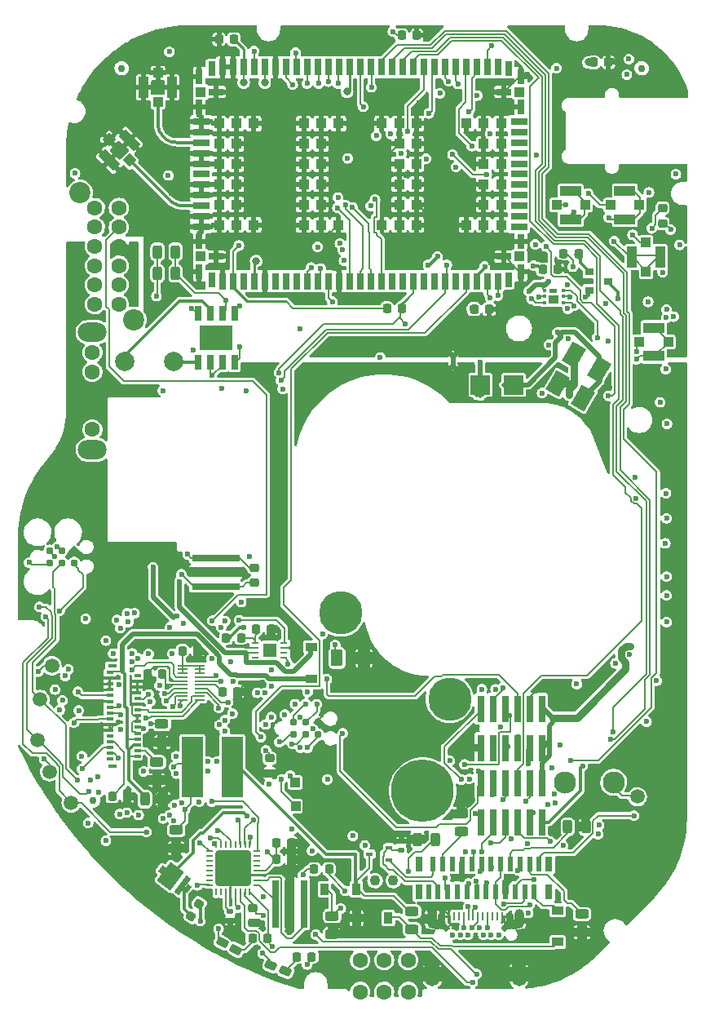
<source format=gbr>
G04 #@! TF.GenerationSoftware,KiCad,Pcbnew,6.0.0+dfsg1-2*
G04 #@! TF.CreationDate,2022-05-11T22:29:44-04:00*
G04 #@! TF.ProjectId,RUSP_Mainboard,52555350-5f4d-4616-996e-626f6172642e,rev?*
G04 #@! TF.SameCoordinates,Original*
G04 #@! TF.FileFunction,Copper,L1,Top*
G04 #@! TF.FilePolarity,Positive*
%FSLAX46Y46*%
G04 Gerber Fmt 4.6, Leading zero omitted, Abs format (unit mm)*
G04 Created by KiCad (PCBNEW 6.0.0+dfsg1-2) date 2022-05-11 22:29:44*
%MOMM*%
%LPD*%
G01*
G04 APERTURE LIST*
G04 Aperture macros list*
%AMRoundRect*
0 Rectangle with rounded corners*
0 $1 Rounding radius*
0 $2 $3 $4 $5 $6 $7 $8 $9 X,Y pos of 4 corners*
0 Add a 4 corners polygon primitive as box body*
4,1,4,$2,$3,$4,$5,$6,$7,$8,$9,$2,$3,0*
0 Add four circle primitives for the rounded corners*
1,1,$1+$1,$2,$3*
1,1,$1+$1,$4,$5*
1,1,$1+$1,$6,$7*
1,1,$1+$1,$8,$9*
0 Add four rect primitives between the rounded corners*
20,1,$1+$1,$2,$3,$4,$5,0*
20,1,$1+$1,$4,$5,$6,$7,0*
20,1,$1+$1,$6,$7,$8,$9,0*
20,1,$1+$1,$8,$9,$2,$3,0*%
%AMRotRect*
0 Rectangle, with rotation*
0 The origin of the aperture is its center*
0 $1 length*
0 $2 width*
0 $3 Rotation angle, in degrees counterclockwise*
0 Add horizontal line*
21,1,$1,$2,0,0,$3*%
G04 Aperture macros list end*
G04 #@! TA.AperFunction,EtchedComponent*
%ADD10C,0.010000*%
G04 #@! TD*
G04 #@! TA.AperFunction,SMDPad,CuDef*
%ADD11RoundRect,0.147500X0.172500X-0.147500X0.172500X0.147500X-0.172500X0.147500X-0.172500X-0.147500X0*%
G04 #@! TD*
G04 #@! TA.AperFunction,SMDPad,CuDef*
%ADD12RoundRect,0.225000X-0.225000X-0.250000X0.225000X-0.250000X0.225000X0.250000X-0.225000X0.250000X0*%
G04 #@! TD*
G04 #@! TA.AperFunction,SMDPad,CuDef*
%ADD13RoundRect,0.218750X-0.218750X-0.256250X0.218750X-0.256250X0.218750X0.256250X-0.218750X0.256250X0*%
G04 #@! TD*
G04 #@! TA.AperFunction,SMDPad,CuDef*
%ADD14R,0.740000X2.790000*%
G04 #@! TD*
G04 #@! TA.AperFunction,ComponentPad*
%ADD15C,2.300000*%
G04 #@! TD*
G04 #@! TA.AperFunction,SMDPad,CuDef*
%ADD16C,1.500000*%
G04 #@! TD*
G04 #@! TA.AperFunction,SMDPad,CuDef*
%ADD17R,0.800000X1.600000*%
G04 #@! TD*
G04 #@! TA.AperFunction,SMDPad,CuDef*
%ADD18R,0.600000X1.600000*%
G04 #@! TD*
G04 #@! TA.AperFunction,ComponentPad*
%ADD19C,6.500000*%
G04 #@! TD*
G04 #@! TA.AperFunction,SMDPad,CuDef*
%ADD20R,1.200000X0.900000*%
G04 #@! TD*
G04 #@! TA.AperFunction,SMDPad,CuDef*
%ADD21RoundRect,0.243750X-0.243750X-0.456250X0.243750X-0.456250X0.243750X0.456250X-0.243750X0.456250X0*%
G04 #@! TD*
G04 #@! TA.AperFunction,SMDPad,CuDef*
%ADD22RoundRect,0.243750X0.456250X-0.243750X0.456250X0.243750X-0.456250X0.243750X-0.456250X-0.243750X0*%
G04 #@! TD*
G04 #@! TA.AperFunction,SMDPad,CuDef*
%ADD23RoundRect,0.243750X0.243750X0.456250X-0.243750X0.456250X-0.243750X-0.456250X0.243750X-0.456250X0*%
G04 #@! TD*
G04 #@! TA.AperFunction,ComponentPad*
%ADD24C,1.600000*%
G04 #@! TD*
G04 #@! TA.AperFunction,SMDPad,CuDef*
%ADD25RoundRect,0.225000X0.225000X0.250000X-0.225000X0.250000X-0.225000X-0.250000X0.225000X-0.250000X0*%
G04 #@! TD*
G04 #@! TA.AperFunction,SMDPad,CuDef*
%ADD26C,0.750000*%
G04 #@! TD*
G04 #@! TA.AperFunction,SMDPad,CuDef*
%ADD27RoundRect,0.212500X-0.449585X-0.055039X0.297279X-0.341733X0.449585X0.055039X-0.297279X0.341733X0*%
G04 #@! TD*
G04 #@! TA.AperFunction,SMDPad,CuDef*
%ADD28RoundRect,0.218750X-0.256250X0.218750X-0.256250X-0.218750X0.256250X-0.218750X0.256250X0.218750X0*%
G04 #@! TD*
G04 #@! TA.AperFunction,SMDPad,CuDef*
%ADD29R,1.360000X1.460000*%
G04 #@! TD*
G04 #@! TA.AperFunction,SMDPad,CuDef*
%ADD30R,0.750000X0.280000*%
G04 #@! TD*
G04 #@! TA.AperFunction,SMDPad,CuDef*
%ADD31R,0.280000X0.890000*%
G04 #@! TD*
G04 #@! TA.AperFunction,ComponentPad*
%ADD32C,0.600000*%
G04 #@! TD*
G04 #@! TA.AperFunction,ComponentPad*
%ADD33O,1.000000X2.000000*%
G04 #@! TD*
G04 #@! TA.AperFunction,ComponentPad*
%ADD34O,1.500000X2.500000*%
G04 #@! TD*
G04 #@! TA.AperFunction,ComponentPad*
%ADD35C,1.100000*%
G04 #@! TD*
G04 #@! TA.AperFunction,SMDPad,CuDef*
%ADD36R,0.800000X1.500000*%
G04 #@! TD*
G04 #@! TA.AperFunction,SMDPad,CuDef*
%ADD37R,0.800000X1.800000*%
G04 #@! TD*
G04 #@! TA.AperFunction,SMDPad,CuDef*
%ADD38R,1.100000X1.100000*%
G04 #@! TD*
G04 #@! TA.AperFunction,SMDPad,CuDef*
%ADD39R,1.800000X0.800000*%
G04 #@! TD*
G04 #@! TA.AperFunction,SMDPad,CuDef*
%ADD40R,1.500000X0.800000*%
G04 #@! TD*
G04 #@! TA.AperFunction,SMDPad,CuDef*
%ADD41C,0.500000*%
G04 #@! TD*
G04 #@! TA.AperFunction,SMDPad,CuDef*
%ADD42RoundRect,0.218750X0.256250X-0.218750X0.256250X0.218750X-0.256250X0.218750X-0.256250X-0.218750X0*%
G04 #@! TD*
G04 #@! TA.AperFunction,SMDPad,CuDef*
%ADD43RoundRect,0.218750X0.218750X0.256250X-0.218750X0.256250X-0.218750X-0.256250X0.218750X-0.256250X0*%
G04 #@! TD*
G04 #@! TA.AperFunction,SMDPad,CuDef*
%ADD44R,0.450000X0.300000*%
G04 #@! TD*
G04 #@! TA.AperFunction,SMDPad,CuDef*
%ADD45R,0.300000X0.300000*%
G04 #@! TD*
G04 #@! TA.AperFunction,SMDPad,CuDef*
%ADD46R,1.000000X0.950000*%
G04 #@! TD*
G04 #@! TA.AperFunction,SMDPad,CuDef*
%ADD47R,1.000000X1.000000*%
G04 #@! TD*
G04 #@! TA.AperFunction,SMDPad,CuDef*
%ADD48R,1.050000X2.200000*%
G04 #@! TD*
G04 #@! TA.AperFunction,SMDPad,CuDef*
%ADD49RotRect,1.000000X1.000000X45.000000*%
G04 #@! TD*
G04 #@! TA.AperFunction,SMDPad,CuDef*
%ADD50RotRect,1.050000X2.200000X45.000000*%
G04 #@! TD*
G04 #@! TA.AperFunction,SMDPad,CuDef*
%ADD51RoundRect,0.212500X-0.452942X0.000162X0.253416X-0.375415X0.452942X-0.000162X-0.253416X0.375415X0*%
G04 #@! TD*
G04 #@! TA.AperFunction,SMDPad,CuDef*
%ADD52R,5.000000X0.700000*%
G04 #@! TD*
G04 #@! TA.AperFunction,SMDPad,CuDef*
%ADD53R,5.000000X1.000000*%
G04 #@! TD*
G04 #@! TA.AperFunction,SMDPad,CuDef*
%ADD54C,0.787000*%
G04 #@! TD*
G04 #@! TA.AperFunction,SMDPad,CuDef*
%ADD55RoundRect,0.243750X-0.456250X0.243750X-0.456250X-0.243750X0.456250X-0.243750X0.456250X0.243750X0*%
G04 #@! TD*
G04 #@! TA.AperFunction,SMDPad,CuDef*
%ADD56R,0.700000X0.450000*%
G04 #@! TD*
G04 #@! TA.AperFunction,SMDPad,CuDef*
%ADD57R,2.200000X6.300000*%
G04 #@! TD*
G04 #@! TA.AperFunction,SMDPad,CuDef*
%ADD58R,2.200000X1.050000*%
G04 #@! TD*
G04 #@! TA.AperFunction,SMDPad,CuDef*
%ADD59RoundRect,0.218750X0.101392X-0.321302X0.333232X0.049719X-0.101392X0.321302X-0.333232X-0.049719X0*%
G04 #@! TD*
G04 #@! TA.AperFunction,SMDPad,CuDef*
%ADD60RotRect,2.400000X1.750000X53.000000*%
G04 #@! TD*
G04 #@! TA.AperFunction,SMDPad,CuDef*
%ADD61RotRect,0.800000X0.500000X53.000000*%
G04 #@! TD*
G04 #@! TA.AperFunction,SMDPad,CuDef*
%ADD62RotRect,2.150000X0.600000X53.000000*%
G04 #@! TD*
G04 #@! TA.AperFunction,SMDPad,CuDef*
%ADD63R,0.900000X0.800000*%
G04 #@! TD*
G04 #@! TA.AperFunction,SMDPad,CuDef*
%ADD64R,0.950000X0.400000*%
G04 #@! TD*
G04 #@! TA.AperFunction,SMDPad,CuDef*
%ADD65R,0.800000X0.300000*%
G04 #@! TD*
G04 #@! TA.AperFunction,SMDPad,CuDef*
%ADD66R,0.650000X0.300000*%
G04 #@! TD*
G04 #@! TA.AperFunction,SMDPad,CuDef*
%ADD67RoundRect,0.250000X-0.375000X-0.625000X0.375000X-0.625000X0.375000X0.625000X-0.375000X0.625000X0*%
G04 #@! TD*
G04 #@! TA.AperFunction,SMDPad,CuDef*
%ADD68R,3.500000X2.610000*%
G04 #@! TD*
G04 #@! TA.AperFunction,SMDPad,CuDef*
%ADD69RoundRect,0.147500X-0.172500X0.147500X-0.172500X-0.147500X0.172500X-0.147500X0.172500X0.147500X0*%
G04 #@! TD*
G04 #@! TA.AperFunction,SMDPad,CuDef*
%ADD70RoundRect,0.225000X-0.250000X0.225000X-0.250000X-0.225000X0.250000X-0.225000X0.250000X0.225000X0*%
G04 #@! TD*
G04 #@! TA.AperFunction,SMDPad,CuDef*
%ADD71R,0.700000X5.000000*%
G04 #@! TD*
G04 #@! TA.AperFunction,SMDPad,CuDef*
%ADD72R,1.000000X5.000000*%
G04 #@! TD*
G04 #@! TA.AperFunction,SMDPad,CuDef*
%ADD73RotRect,1.600000X2.300000X330.000000*%
G04 #@! TD*
G04 #@! TA.AperFunction,SMDPad,CuDef*
%ADD74RoundRect,0.062500X0.312500X0.062500X-0.312500X0.062500X-0.312500X-0.062500X0.312500X-0.062500X0*%
G04 #@! TD*
G04 #@! TA.AperFunction,SMDPad,CuDef*
%ADD75RoundRect,0.062500X0.062500X0.312500X-0.062500X0.312500X-0.062500X-0.312500X0.062500X-0.312500X0*%
G04 #@! TD*
G04 #@! TA.AperFunction,SMDPad,CuDef*
%ADD76RoundRect,0.249999X1.575001X1.575001X-1.575001X1.575001X-1.575001X-1.575001X1.575001X-1.575001X0*%
G04 #@! TD*
G04 #@! TA.AperFunction,SMDPad,CuDef*
%ADD77R,0.900000X1.200000*%
G04 #@! TD*
G04 #@! TA.AperFunction,SMDPad,CuDef*
%ADD78R,2.000000X2.000000*%
G04 #@! TD*
G04 #@! TA.AperFunction,ComponentPad*
%ADD79C,2.000000*%
G04 #@! TD*
G04 #@! TA.AperFunction,SMDPad,CuDef*
%ADD80R,1.100000X0.180000*%
G04 #@! TD*
G04 #@! TA.AperFunction,SMDPad,CuDef*
%ADD81R,1.000000X0.180000*%
G04 #@! TD*
G04 #@! TA.AperFunction,ComponentPad*
%ADD82O,3.000000X2.000000*%
G04 #@! TD*
G04 #@! TA.AperFunction,ComponentPad*
%ADD83C,4.500000*%
G04 #@! TD*
G04 #@! TA.AperFunction,ComponentPad*
%ADD84C,2.200000*%
G04 #@! TD*
G04 #@! TA.AperFunction,ViaPad*
%ADD85C,0.600000*%
G04 #@! TD*
G04 #@! TA.AperFunction,ViaPad*
%ADD86C,0.800000*%
G04 #@! TD*
G04 #@! TA.AperFunction,Conductor*
%ADD87C,0.200000*%
G04 #@! TD*
G04 #@! TA.AperFunction,Conductor*
%ADD88C,0.500000*%
G04 #@! TD*
G04 #@! TA.AperFunction,Conductor*
%ADD89C,0.350000*%
G04 #@! TD*
G04 #@! TA.AperFunction,Conductor*
%ADD90C,0.180000*%
G04 #@! TD*
G04 #@! TA.AperFunction,Conductor*
%ADD91C,0.250000*%
G04 #@! TD*
G04 #@! TA.AperFunction,Conductor*
%ADD92C,0.750000*%
G04 #@! TD*
G04 APERTURE END LIST*
G36*
X157400000Y-89850000D02*
G01*
X156900000Y-89850000D01*
X156900000Y-88850000D01*
X157400000Y-88850000D01*
X157400000Y-89850000D01*
G37*
D10*
X167830000Y-82200000D02*
X167180000Y-82200000D01*
X167180000Y-82200000D02*
X167177383Y-82199931D01*
X167177383Y-82199931D02*
X167174774Y-82199726D01*
X167174774Y-82199726D02*
X167172178Y-82199384D01*
X167172178Y-82199384D02*
X167169604Y-82198907D01*
X167169604Y-82198907D02*
X167167059Y-82198296D01*
X167167059Y-82198296D02*
X167164549Y-82197553D01*
X167164549Y-82197553D02*
X167162082Y-82196679D01*
X167162082Y-82196679D02*
X167159663Y-82195677D01*
X167159663Y-82195677D02*
X167157300Y-82194550D01*
X167157300Y-82194550D02*
X167155000Y-82193301D01*
X167155000Y-82193301D02*
X167152768Y-82191934D01*
X167152768Y-82191934D02*
X167150611Y-82190451D01*
X167150611Y-82190451D02*
X167148534Y-82188857D01*
X167148534Y-82188857D02*
X167146543Y-82187157D01*
X167146543Y-82187157D02*
X167144645Y-82185355D01*
X167144645Y-82185355D02*
X167142843Y-82183457D01*
X167142843Y-82183457D02*
X167141143Y-82181466D01*
X167141143Y-82181466D02*
X167139549Y-82179389D01*
X167139549Y-82179389D02*
X167138066Y-82177232D01*
X167138066Y-82177232D02*
X167136699Y-82175000D01*
X167136699Y-82175000D02*
X167135450Y-82172700D01*
X167135450Y-82172700D02*
X167134323Y-82170337D01*
X167134323Y-82170337D02*
X167133321Y-82167918D01*
X167133321Y-82167918D02*
X167132447Y-82165451D01*
X167132447Y-82165451D02*
X167131704Y-82162941D01*
X167131704Y-82162941D02*
X167131093Y-82160396D01*
X167131093Y-82160396D02*
X167130616Y-82157822D01*
X167130616Y-82157822D02*
X167130274Y-82155226D01*
X167130274Y-82155226D02*
X167130069Y-82152617D01*
X167130069Y-82152617D02*
X167130000Y-82150000D01*
X167130000Y-82150000D02*
X167130000Y-81950000D01*
X167130000Y-81950000D02*
X167130069Y-81947383D01*
X167130069Y-81947383D02*
X167130274Y-81944774D01*
X167130274Y-81944774D02*
X167130616Y-81942178D01*
X167130616Y-81942178D02*
X167131093Y-81939604D01*
X167131093Y-81939604D02*
X167131704Y-81937059D01*
X167131704Y-81937059D02*
X167132447Y-81934549D01*
X167132447Y-81934549D02*
X167133321Y-81932082D01*
X167133321Y-81932082D02*
X167134323Y-81929663D01*
X167134323Y-81929663D02*
X167135450Y-81927300D01*
X167135450Y-81927300D02*
X167136699Y-81925000D01*
X167136699Y-81925000D02*
X167138066Y-81922768D01*
X167138066Y-81922768D02*
X167139549Y-81920611D01*
X167139549Y-81920611D02*
X167141143Y-81918534D01*
X167141143Y-81918534D02*
X167142843Y-81916543D01*
X167142843Y-81916543D02*
X167144645Y-81914645D01*
X167144645Y-81914645D02*
X167146543Y-81912843D01*
X167146543Y-81912843D02*
X167148534Y-81911143D01*
X167148534Y-81911143D02*
X167150611Y-81909549D01*
X167150611Y-81909549D02*
X167152768Y-81908066D01*
X167152768Y-81908066D02*
X167155000Y-81906699D01*
X167155000Y-81906699D02*
X167157300Y-81905450D01*
X167157300Y-81905450D02*
X167159663Y-81904323D01*
X167159663Y-81904323D02*
X167162082Y-81903321D01*
X167162082Y-81903321D02*
X167164549Y-81902447D01*
X167164549Y-81902447D02*
X167167059Y-81901704D01*
X167167059Y-81901704D02*
X167169604Y-81901093D01*
X167169604Y-81901093D02*
X167172178Y-81900616D01*
X167172178Y-81900616D02*
X167174774Y-81900274D01*
X167174774Y-81900274D02*
X167177383Y-81900069D01*
X167177383Y-81900069D02*
X167180000Y-81900000D01*
X167180000Y-81900000D02*
X167830000Y-81900000D01*
X167830000Y-81900000D02*
X167832617Y-81900069D01*
X167832617Y-81900069D02*
X167835226Y-81900274D01*
X167835226Y-81900274D02*
X167837822Y-81900616D01*
X167837822Y-81900616D02*
X167840396Y-81901093D01*
X167840396Y-81901093D02*
X167842941Y-81901704D01*
X167842941Y-81901704D02*
X167845451Y-81902447D01*
X167845451Y-81902447D02*
X167847918Y-81903321D01*
X167847918Y-81903321D02*
X167850337Y-81904323D01*
X167850337Y-81904323D02*
X167852700Y-81905450D01*
X167852700Y-81905450D02*
X167855000Y-81906699D01*
X167855000Y-81906699D02*
X167857232Y-81908066D01*
X167857232Y-81908066D02*
X167859389Y-81909549D01*
X167859389Y-81909549D02*
X167861466Y-81911143D01*
X167861466Y-81911143D02*
X167863457Y-81912843D01*
X167863457Y-81912843D02*
X167865355Y-81914645D01*
X167865355Y-81914645D02*
X167867157Y-81916543D01*
X167867157Y-81916543D02*
X167868857Y-81918534D01*
X167868857Y-81918534D02*
X167870451Y-81920611D01*
X167870451Y-81920611D02*
X167871934Y-81922768D01*
X167871934Y-81922768D02*
X167873301Y-81925000D01*
X167873301Y-81925000D02*
X167874550Y-81927300D01*
X167874550Y-81927300D02*
X167875677Y-81929663D01*
X167875677Y-81929663D02*
X167876679Y-81932082D01*
X167876679Y-81932082D02*
X167877553Y-81934549D01*
X167877553Y-81934549D02*
X167878296Y-81937059D01*
X167878296Y-81937059D02*
X167878907Y-81939604D01*
X167878907Y-81939604D02*
X167879384Y-81942178D01*
X167879384Y-81942178D02*
X167879726Y-81944774D01*
X167879726Y-81944774D02*
X167879931Y-81947383D01*
X167879931Y-81947383D02*
X167880000Y-81950000D01*
X167880000Y-81950000D02*
X167880000Y-82150000D01*
X167880000Y-82150000D02*
X167879931Y-82152617D01*
X167879931Y-82152617D02*
X167879726Y-82155226D01*
X167879726Y-82155226D02*
X167879384Y-82157822D01*
X167879384Y-82157822D02*
X167878907Y-82160396D01*
X167878907Y-82160396D02*
X167878296Y-82162941D01*
X167878296Y-82162941D02*
X167877553Y-82165451D01*
X167877553Y-82165451D02*
X167876679Y-82167918D01*
X167876679Y-82167918D02*
X167875677Y-82170337D01*
X167875677Y-82170337D02*
X167874550Y-82172700D01*
X167874550Y-82172700D02*
X167873301Y-82175000D01*
X167873301Y-82175000D02*
X167871934Y-82177232D01*
X167871934Y-82177232D02*
X167870451Y-82179389D01*
X167870451Y-82179389D02*
X167868857Y-82181466D01*
X167868857Y-82181466D02*
X167867157Y-82183457D01*
X167867157Y-82183457D02*
X167865355Y-82185355D01*
X167865355Y-82185355D02*
X167863457Y-82187157D01*
X167863457Y-82187157D02*
X167861466Y-82188857D01*
X167861466Y-82188857D02*
X167859389Y-82190451D01*
X167859389Y-82190451D02*
X167857232Y-82191934D01*
X167857232Y-82191934D02*
X167855000Y-82193301D01*
X167855000Y-82193301D02*
X167852700Y-82194550D01*
X167852700Y-82194550D02*
X167850337Y-82195677D01*
X167850337Y-82195677D02*
X167847918Y-82196679D01*
X167847918Y-82196679D02*
X167845451Y-82197553D01*
X167845451Y-82197553D02*
X167842941Y-82198296D01*
X167842941Y-82198296D02*
X167840396Y-82198907D01*
X167840396Y-82198907D02*
X167837822Y-82199384D01*
X167837822Y-82199384D02*
X167835226Y-82199726D01*
X167835226Y-82199726D02*
X167832617Y-82199931D01*
X167832617Y-82199931D02*
X167830000Y-82200000D01*
X167830000Y-82200000D02*
X167830000Y-82200000D01*
G36*
X167832617Y-81900069D02*
G01*
X167835226Y-81900274D01*
X167837822Y-81900616D01*
X167840396Y-81901093D01*
X167842941Y-81901704D01*
X167845451Y-81902447D01*
X167847918Y-81903321D01*
X167850337Y-81904323D01*
X167852700Y-81905450D01*
X167855000Y-81906699D01*
X167857232Y-81908066D01*
X167859389Y-81909549D01*
X167861466Y-81911143D01*
X167863457Y-81912843D01*
X167865355Y-81914645D01*
X167867157Y-81916543D01*
X167868857Y-81918534D01*
X167870451Y-81920611D01*
X167871934Y-81922768D01*
X167873301Y-81925000D01*
X167874550Y-81927300D01*
X167875677Y-81929663D01*
X167876679Y-81932082D01*
X167877553Y-81934549D01*
X167878296Y-81937059D01*
X167878907Y-81939604D01*
X167879384Y-81942178D01*
X167879726Y-81944774D01*
X167879931Y-81947383D01*
X167880000Y-81950000D01*
X167880000Y-82150000D01*
X167879931Y-82152617D01*
X167879726Y-82155226D01*
X167879384Y-82157822D01*
X167878907Y-82160396D01*
X167878296Y-82162941D01*
X167877553Y-82165451D01*
X167876679Y-82167918D01*
X167875677Y-82170337D01*
X167874550Y-82172700D01*
X167873301Y-82175000D01*
X167871934Y-82177232D01*
X167870451Y-82179389D01*
X167868857Y-82181466D01*
X167867157Y-82183457D01*
X167865355Y-82185355D01*
X167863457Y-82187157D01*
X167861466Y-82188857D01*
X167859389Y-82190451D01*
X167857232Y-82191934D01*
X167855000Y-82193301D01*
X167852700Y-82194550D01*
X167850337Y-82195677D01*
X167847918Y-82196679D01*
X167845451Y-82197553D01*
X167842941Y-82198296D01*
X167840396Y-82198907D01*
X167837822Y-82199384D01*
X167835226Y-82199726D01*
X167832617Y-82199931D01*
X167830000Y-82200000D01*
X167180000Y-82200000D01*
X167177383Y-82199931D01*
X167174774Y-82199726D01*
X167172178Y-82199384D01*
X167169604Y-82198907D01*
X167167059Y-82198296D01*
X167164549Y-82197553D01*
X167162082Y-82196679D01*
X167159663Y-82195677D01*
X167157300Y-82194550D01*
X167155000Y-82193301D01*
X167152768Y-82191934D01*
X167150611Y-82190451D01*
X167148534Y-82188857D01*
X167146543Y-82187157D01*
X167144645Y-82185355D01*
X167142843Y-82183457D01*
X167141143Y-82181466D01*
X167139549Y-82179389D01*
X167138066Y-82177232D01*
X167136699Y-82175000D01*
X167135450Y-82172700D01*
X167134323Y-82170337D01*
X167133321Y-82167918D01*
X167132447Y-82165451D01*
X167131704Y-82162941D01*
X167131093Y-82160396D01*
X167130616Y-82157822D01*
X167130274Y-82155226D01*
X167130069Y-82152617D01*
X167130000Y-82150000D01*
X167130000Y-81950000D01*
X167130069Y-81947383D01*
X167130274Y-81944774D01*
X167130616Y-81942178D01*
X167131093Y-81939604D01*
X167131704Y-81937059D01*
X167132447Y-81934549D01*
X167133321Y-81932082D01*
X167134323Y-81929663D01*
X167135450Y-81927300D01*
X167136699Y-81925000D01*
X167138066Y-81922768D01*
X167139549Y-81920611D01*
X167141143Y-81918534D01*
X167142843Y-81916543D01*
X167144645Y-81914645D01*
X167146543Y-81912843D01*
X167148534Y-81911143D01*
X167150611Y-81909549D01*
X167152768Y-81908066D01*
X167155000Y-81906699D01*
X167157300Y-81905450D01*
X167159663Y-81904323D01*
X167162082Y-81903321D01*
X167164549Y-81902447D01*
X167167059Y-81901704D01*
X167169604Y-81901093D01*
X167172178Y-81900616D01*
X167174774Y-81900274D01*
X167177383Y-81900069D01*
X167180000Y-81900000D01*
X167830000Y-81900000D01*
X167832617Y-81900069D01*
G37*
X167832617Y-81900069D02*
X167835226Y-81900274D01*
X167837822Y-81900616D01*
X167840396Y-81901093D01*
X167842941Y-81901704D01*
X167845451Y-81902447D01*
X167847918Y-81903321D01*
X167850337Y-81904323D01*
X167852700Y-81905450D01*
X167855000Y-81906699D01*
X167857232Y-81908066D01*
X167859389Y-81909549D01*
X167861466Y-81911143D01*
X167863457Y-81912843D01*
X167865355Y-81914645D01*
X167867157Y-81916543D01*
X167868857Y-81918534D01*
X167870451Y-81920611D01*
X167871934Y-81922768D01*
X167873301Y-81925000D01*
X167874550Y-81927300D01*
X167875677Y-81929663D01*
X167876679Y-81932082D01*
X167877553Y-81934549D01*
X167878296Y-81937059D01*
X167878907Y-81939604D01*
X167879384Y-81942178D01*
X167879726Y-81944774D01*
X167879931Y-81947383D01*
X167880000Y-81950000D01*
X167880000Y-82150000D01*
X167879931Y-82152617D01*
X167879726Y-82155226D01*
X167879384Y-82157822D01*
X167878907Y-82160396D01*
X167878296Y-82162941D01*
X167877553Y-82165451D01*
X167876679Y-82167918D01*
X167875677Y-82170337D01*
X167874550Y-82172700D01*
X167873301Y-82175000D01*
X167871934Y-82177232D01*
X167870451Y-82179389D01*
X167868857Y-82181466D01*
X167867157Y-82183457D01*
X167865355Y-82185355D01*
X167863457Y-82187157D01*
X167861466Y-82188857D01*
X167859389Y-82190451D01*
X167857232Y-82191934D01*
X167855000Y-82193301D01*
X167852700Y-82194550D01*
X167850337Y-82195677D01*
X167847918Y-82196679D01*
X167845451Y-82197553D01*
X167842941Y-82198296D01*
X167840396Y-82198907D01*
X167837822Y-82199384D01*
X167835226Y-82199726D01*
X167832617Y-82199931D01*
X167830000Y-82200000D01*
X167180000Y-82200000D01*
X167177383Y-82199931D01*
X167174774Y-82199726D01*
X167172178Y-82199384D01*
X167169604Y-82198907D01*
X167167059Y-82198296D01*
X167164549Y-82197553D01*
X167162082Y-82196679D01*
X167159663Y-82195677D01*
X167157300Y-82194550D01*
X167155000Y-82193301D01*
X167152768Y-82191934D01*
X167150611Y-82190451D01*
X167148534Y-82188857D01*
X167146543Y-82187157D01*
X167144645Y-82185355D01*
X167142843Y-82183457D01*
X167141143Y-82181466D01*
X167139549Y-82179389D01*
X167138066Y-82177232D01*
X167136699Y-82175000D01*
X167135450Y-82172700D01*
X167134323Y-82170337D01*
X167133321Y-82167918D01*
X167132447Y-82165451D01*
X167131704Y-82162941D01*
X167131093Y-82160396D01*
X167130616Y-82157822D01*
X167130274Y-82155226D01*
X167130069Y-82152617D01*
X167130000Y-82150000D01*
X167130000Y-81950000D01*
X167130069Y-81947383D01*
X167130274Y-81944774D01*
X167130616Y-81942178D01*
X167131093Y-81939604D01*
X167131704Y-81937059D01*
X167132447Y-81934549D01*
X167133321Y-81932082D01*
X167134323Y-81929663D01*
X167135450Y-81927300D01*
X167136699Y-81925000D01*
X167138066Y-81922768D01*
X167139549Y-81920611D01*
X167141143Y-81918534D01*
X167142843Y-81916543D01*
X167144645Y-81914645D01*
X167146543Y-81912843D01*
X167148534Y-81911143D01*
X167150611Y-81909549D01*
X167152768Y-81908066D01*
X167155000Y-81906699D01*
X167157300Y-81905450D01*
X167159663Y-81904323D01*
X167162082Y-81903321D01*
X167164549Y-81902447D01*
X167167059Y-81901704D01*
X167169604Y-81901093D01*
X167172178Y-81900616D01*
X167174774Y-81900274D01*
X167177383Y-81900069D01*
X167180000Y-81900000D01*
X167830000Y-81900000D01*
X167832617Y-81900069D01*
D11*
X151800000Y-140185000D03*
X151800000Y-139215000D03*
D12*
X159350000Y-84000000D03*
X160900000Y-84000000D03*
D13*
X166462500Y-79900000D03*
X168037500Y-79900000D03*
D12*
X171740000Y-58400000D03*
X173290000Y-58400000D03*
D13*
X151812500Y-55600000D03*
X153387500Y-55600000D03*
D14*
X160025000Y-137235000D03*
X160025000Y-133165000D03*
X161295000Y-137235000D03*
X161295000Y-133165000D03*
X162565000Y-137235000D03*
X162565000Y-133165000D03*
X163835000Y-137235000D03*
X163835000Y-133165000D03*
X165105000Y-137235000D03*
X165105000Y-133165000D03*
X166375000Y-137235000D03*
X166375000Y-133165000D03*
D15*
X178930000Y-133100000D03*
X173850000Y-133100000D03*
X168770000Y-133100000D03*
D16*
X114000000Y-128750000D03*
X115500000Y-121000000D03*
D17*
X167100000Y-141550000D03*
X153600000Y-144450000D03*
X167100000Y-144450000D03*
X153600000Y-141550000D03*
D18*
X154600000Y-144450000D03*
X155100000Y-141550000D03*
X155600000Y-144450000D03*
X156100000Y-141550000D03*
X156600000Y-144450000D03*
X157100000Y-141550000D03*
X157600000Y-144450000D03*
X158100000Y-141550000D03*
X158600000Y-144450000D03*
X159100000Y-141550000D03*
X159600000Y-144450000D03*
X160100000Y-141550000D03*
X160600000Y-144450000D03*
X161100000Y-141550000D03*
X161600000Y-144450000D03*
X162100000Y-141550000D03*
X162600000Y-144450000D03*
X163100000Y-141550000D03*
X163600000Y-144450000D03*
X164100000Y-141550000D03*
X164600000Y-144450000D03*
X165100000Y-141550000D03*
X165600000Y-144450000D03*
X166100000Y-141550000D03*
D19*
X154000000Y-134000000D03*
D20*
X168000000Y-149670000D03*
X168000000Y-146370000D03*
D21*
X169062500Y-137700000D03*
X170937500Y-137700000D03*
D22*
X158000000Y-138237500D03*
X158000000Y-136362500D03*
D23*
X155337500Y-139020000D03*
X153462500Y-139020000D03*
D22*
X144600000Y-148837500D03*
X144600000Y-146962500D03*
X128400000Y-139937500D03*
X128400000Y-138062500D03*
D24*
X147500000Y-154850000D03*
X150000000Y-154850000D03*
X152500000Y-154850000D03*
X147500000Y-151550000D03*
X150000000Y-151550000D03*
X152500000Y-151550000D03*
D25*
X134390000Y-56000000D03*
X132840000Y-56000000D03*
D26*
X122750000Y-59000000D03*
D27*
X138241466Y-152108826D03*
X139758534Y-152691174D03*
D28*
X138100000Y-130612500D03*
X138100000Y-132187500D03*
D29*
X138100000Y-119400000D03*
D30*
X136600000Y-118650000D03*
X136600000Y-119150000D03*
X136600000Y-119650000D03*
X136600000Y-120150000D03*
X139600000Y-120150000D03*
X139600000Y-119650000D03*
X139600000Y-119150000D03*
X139600000Y-118650000D03*
D20*
X142450000Y-122350000D03*
X142450000Y-119050000D03*
D31*
X156750000Y-147025000D03*
X157250000Y-147025000D03*
X157750000Y-147025000D03*
X158250000Y-147025000D03*
X158750000Y-147025000D03*
X159250000Y-147025000D03*
X159750000Y-147025000D03*
X160250000Y-147025000D03*
X160750000Y-147025000D03*
X161250000Y-147025000D03*
X161750000Y-147025000D03*
X162250000Y-147025000D03*
D32*
X162550000Y-148230000D03*
X161900000Y-148930000D03*
X161100000Y-148930000D03*
X160700000Y-148230000D03*
X160300000Y-148930000D03*
X159900000Y-148230000D03*
X159100000Y-148230000D03*
X158700000Y-148930000D03*
X158300000Y-148230000D03*
X157900000Y-148930000D03*
X157100000Y-148930000D03*
X156450000Y-148230000D03*
D33*
X164000000Y-147280000D03*
D34*
X164000000Y-153030000D03*
D33*
X155000000Y-147280000D03*
D34*
X155000000Y-153030000D03*
D35*
X163550000Y-147830000D03*
X155450000Y-147830000D03*
D36*
X132100000Y-80950000D03*
D37*
X133200000Y-81100000D03*
X134300000Y-81100000D03*
X135400000Y-81100000D03*
X136500000Y-81100000D03*
X137600000Y-81100000D03*
X138700000Y-81100000D03*
X139800000Y-81100000D03*
X140900000Y-81100000D03*
X142000000Y-81100000D03*
X143100000Y-81100000D03*
X144200000Y-81100000D03*
X145300000Y-81100000D03*
X146400000Y-81100000D03*
X147500000Y-81100000D03*
X148600000Y-81100000D03*
X149700000Y-81100000D03*
X150800000Y-81100000D03*
X151900000Y-81100000D03*
X153000000Y-81100000D03*
X154100000Y-81100000D03*
X155200000Y-81100000D03*
X156300000Y-81100000D03*
X157400000Y-81100000D03*
X158500000Y-81100000D03*
X159600000Y-81100000D03*
X160700000Y-81100000D03*
X161800000Y-81100000D03*
D36*
X162900000Y-80950000D03*
X164200000Y-80150000D03*
D38*
X164050000Y-78550000D03*
D36*
X164200000Y-76950000D03*
D39*
X164000000Y-75500000D03*
X164000000Y-74400000D03*
X164000000Y-73300000D03*
X164000000Y-72200000D03*
X164000000Y-71100000D03*
X164000000Y-70000000D03*
X164000000Y-68900000D03*
X164000000Y-67800000D03*
X164000000Y-66700000D03*
X164000000Y-65600000D03*
X164000000Y-64500000D03*
D36*
X164200000Y-63050000D03*
D38*
X164050000Y-61450000D03*
D36*
X164200000Y-59850000D03*
X162900000Y-59050000D03*
D37*
X161800000Y-58900000D03*
X160700000Y-58900000D03*
X159600000Y-58900000D03*
X158500000Y-58900000D03*
X157400000Y-58900000D03*
X156300000Y-58900000D03*
X155200000Y-58900000D03*
X154100000Y-58900000D03*
X153000000Y-58900000D03*
X151900000Y-58900000D03*
X150800000Y-58900000D03*
X149700000Y-58900000D03*
X148600000Y-58900000D03*
X147500000Y-58900000D03*
X146400000Y-58900000D03*
X145300000Y-58900000D03*
X144200000Y-58900000D03*
X143100000Y-58900000D03*
X142000000Y-58900000D03*
X140900000Y-58900000D03*
X139800000Y-58900000D03*
X138700000Y-58900000D03*
X137600000Y-58900000D03*
X136500000Y-58900000D03*
X135400000Y-58900000D03*
X134300000Y-58900000D03*
X133200000Y-58900000D03*
D36*
X132100000Y-59050000D03*
X130800000Y-59850000D03*
D38*
X130950000Y-61450000D03*
D36*
X130800000Y-63050000D03*
D39*
X131000000Y-64500000D03*
X131000000Y-65600000D03*
X131000000Y-66700000D03*
X131000000Y-67800000D03*
X131000000Y-68900000D03*
X131000000Y-70000000D03*
X131000000Y-71100000D03*
X131000000Y-72200000D03*
X131000000Y-73300000D03*
X131000000Y-74400000D03*
X131000000Y-75500000D03*
D36*
X130800000Y-76950000D03*
D38*
X130950000Y-78550000D03*
D36*
X130800000Y-80150000D03*
D40*
X132550000Y-78550000D03*
D38*
X132850000Y-75250000D03*
X132850000Y-73150000D03*
X132850000Y-71050000D03*
X132850000Y-68950000D03*
X132850000Y-66850000D03*
X132850000Y-64750000D03*
D40*
X132550000Y-61450000D03*
D38*
X134650000Y-75250000D03*
X134650000Y-73150000D03*
X134650000Y-71050000D03*
X134650000Y-68950000D03*
X134650000Y-66850000D03*
X134650000Y-64750000D03*
X136450000Y-75250000D03*
X136450000Y-64750000D03*
X141650000Y-75250000D03*
X141650000Y-73150000D03*
X141650000Y-71050000D03*
X141650000Y-68950000D03*
X141650000Y-66850000D03*
X141650000Y-64750000D03*
X143450000Y-75250000D03*
X143450000Y-73150000D03*
X143450000Y-71050000D03*
X143450000Y-68950000D03*
X143450000Y-66850000D03*
X143450000Y-64750000D03*
X145250000Y-75250000D03*
X145250000Y-64750000D03*
X149750000Y-75250000D03*
X149750000Y-64750000D03*
X151550000Y-75250000D03*
X151550000Y-73150000D03*
X151550000Y-71050000D03*
X151550000Y-68950000D03*
X151550000Y-66850000D03*
X151550000Y-64750000D03*
X153350000Y-75250000D03*
X153350000Y-73150000D03*
X153350000Y-71050000D03*
X153350000Y-68950000D03*
X153350000Y-66850000D03*
X153350000Y-64750000D03*
X158550000Y-75250000D03*
X158550000Y-64750000D03*
X160350000Y-75250000D03*
X160350000Y-73150000D03*
X160350000Y-71050000D03*
X160350000Y-68950000D03*
X160350000Y-66850000D03*
X160350000Y-64750000D03*
D40*
X162450000Y-78550000D03*
D38*
X162150000Y-75250000D03*
X162150000Y-73150000D03*
X162150000Y-71050000D03*
X162150000Y-68950000D03*
X162150000Y-66850000D03*
X162150000Y-64750000D03*
D40*
X162450000Y-61450000D03*
D41*
X157150000Y-89850000D03*
X157150000Y-88850000D03*
D42*
X178900000Y-75087500D03*
X178900000Y-73512500D03*
D13*
X150287500Y-83925000D03*
X151862500Y-83925000D03*
X136687500Y-117200000D03*
X138262500Y-117200000D03*
X133577500Y-118120000D03*
X135152500Y-118120000D03*
D43*
X137887500Y-149250000D03*
X136312500Y-149250000D03*
X142487500Y-151200000D03*
X140912500Y-151200000D03*
D28*
X136500000Y-110812500D03*
X136500000Y-112387500D03*
D44*
X168575000Y-83350000D03*
X168575000Y-82700000D03*
X168575000Y-82050000D03*
X166625000Y-82050000D03*
X166625000Y-82700000D03*
X166625000Y-83350000D03*
D45*
X167505000Y-82050000D03*
D46*
X167600000Y-83025000D03*
D47*
X126500000Y-62500000D03*
D48*
X125025000Y-61000000D03*
X127975000Y-61000000D03*
D47*
X126500000Y-59500000D03*
D49*
X123560660Y-68560660D03*
X121439340Y-66439340D03*
D50*
X121457017Y-68542983D03*
X123542983Y-66457017D03*
D51*
X133178959Y-149718554D03*
X134613749Y-150481446D03*
D52*
X132500000Y-112800000D03*
D53*
X132500000Y-111300000D03*
D52*
X132500000Y-109800000D03*
D26*
X176750000Y-59000000D03*
D16*
X115250000Y-132000000D03*
X114250000Y-124500000D03*
D47*
X140800000Y-135600000D03*
D54*
X115270000Y-110335000D03*
X115270000Y-109065000D03*
X116540000Y-110335000D03*
X116540000Y-109065000D03*
X117810000Y-110335000D03*
X117810000Y-109065000D03*
D22*
X152900000Y-148357500D03*
X152900000Y-146482500D03*
D16*
X119500000Y-138500000D03*
D47*
X140750000Y-133100000D03*
D16*
X176300000Y-134600000D03*
D43*
X170187500Y-78220000D03*
X168612500Y-78220000D03*
D26*
X119750000Y-135000000D03*
D16*
X117500000Y-135250000D03*
D55*
X170550000Y-146782500D03*
X170550000Y-148657500D03*
D56*
X150500000Y-141200000D03*
X150500000Y-139900000D03*
X148500000Y-140550000D03*
D57*
X130100000Y-131500000D03*
X134200000Y-131500000D03*
D47*
X167900000Y-73200000D03*
D58*
X169400000Y-74675000D03*
X169400000Y-71725000D03*
D47*
X170900000Y-73200000D03*
X173500000Y-73200000D03*
D58*
X175000000Y-74675000D03*
D47*
X176500000Y-73200000D03*
D58*
X175000000Y-71725000D03*
D47*
X177200000Y-77100000D03*
X177200000Y-80100000D03*
D48*
X178675000Y-78600000D03*
X175725000Y-78600000D03*
D23*
X128337500Y-80300000D03*
X126462500Y-80300000D03*
D59*
X129956618Y-147038913D03*
X130791240Y-145703237D03*
D47*
X176500000Y-87400000D03*
D58*
X178000000Y-85925000D03*
X178000000Y-88875000D03*
D47*
X179500000Y-87400000D03*
D60*
X127822183Y-142837095D03*
D61*
X126923718Y-142160054D03*
X129539250Y-144130998D03*
D62*
X129100000Y-143800000D03*
D63*
X171300000Y-80150000D03*
X171300000Y-82050000D03*
X173300000Y-81100000D03*
D55*
X126900000Y-127062500D03*
X126900000Y-128937500D03*
X126400000Y-131000000D03*
X126400000Y-132875000D03*
D21*
X125162500Y-134850000D03*
X127037500Y-134850000D03*
D64*
X121775000Y-121000000D03*
X121775000Y-131400000D03*
D65*
X121500000Y-130700000D03*
D66*
X124375000Y-130400000D03*
D65*
X121500000Y-130100000D03*
D66*
X124375000Y-129800000D03*
D65*
X121500000Y-129500000D03*
D66*
X124375000Y-129200000D03*
D65*
X121500000Y-128900000D03*
D66*
X124375000Y-128600000D03*
D65*
X121500000Y-128300000D03*
D66*
X124375000Y-128000000D03*
D65*
X121500000Y-127700000D03*
D66*
X124375000Y-127400000D03*
D65*
X121500000Y-127100000D03*
D66*
X124375000Y-126800000D03*
D65*
X121500000Y-126500000D03*
D66*
X124375000Y-126200000D03*
D65*
X121500000Y-125900000D03*
D66*
X124375000Y-125600000D03*
D65*
X121500000Y-125300000D03*
D66*
X124375000Y-125000000D03*
D65*
X121500000Y-124700000D03*
D66*
X124375000Y-124400000D03*
D65*
X121500000Y-124100000D03*
D66*
X124375000Y-123800000D03*
D65*
X121500000Y-123500000D03*
D66*
X124375000Y-123200000D03*
D65*
X121500000Y-122900000D03*
D66*
X124375000Y-122600000D03*
D65*
X121500000Y-122300000D03*
D66*
X124375000Y-122000000D03*
D65*
X121500000Y-121700000D03*
D13*
X121762500Y-134550000D03*
X123337500Y-134550000D03*
D67*
X145100000Y-120200000D03*
X147900000Y-120200000D03*
D14*
X160025000Y-129535000D03*
X160025000Y-125465000D03*
X161295000Y-129535000D03*
X161295000Y-125465000D03*
X162565000Y-129535000D03*
X162565000Y-125465000D03*
X163835000Y-129535000D03*
X163835000Y-125465000D03*
X165105000Y-129535000D03*
X165105000Y-125465000D03*
X166375000Y-129535000D03*
X166375000Y-125465000D03*
D36*
X130645000Y-89540000D03*
X131915000Y-89540000D03*
X133185000Y-89540000D03*
X134455000Y-89540000D03*
X134455000Y-84460000D03*
X133185000Y-84460000D03*
X131915000Y-84460000D03*
X130645000Y-84460000D03*
D68*
X132550000Y-87000000D03*
D21*
X126462500Y-78050000D03*
X128337500Y-78050000D03*
D69*
X134000000Y-146515000D03*
X134000000Y-147485000D03*
D70*
X136350000Y-146125000D03*
X136350000Y-147675000D03*
D12*
X138825000Y-139400000D03*
X140375000Y-139400000D03*
X138825000Y-141100000D03*
X140375000Y-141100000D03*
D54*
X140602000Y-128143000D03*
X140602000Y-126873000D03*
X141872000Y-128143000D03*
X141872000Y-126873000D03*
X143142000Y-128143000D03*
X143142000Y-126873000D03*
D13*
X142712500Y-142100000D03*
X144287500Y-142100000D03*
D71*
X138700000Y-145700000D03*
D72*
X140200000Y-145700000D03*
D71*
X141700000Y-145700000D03*
D73*
X170649038Y-93222243D03*
X172349038Y-90277757D03*
X168050962Y-91722243D03*
X169750962Y-88777757D03*
D74*
X136775000Y-143750000D03*
X136775000Y-143250000D03*
X136775000Y-142750000D03*
X136775000Y-142250000D03*
X136775000Y-141750000D03*
X136775000Y-141250000D03*
X136775000Y-140750000D03*
X136775000Y-140250000D03*
D75*
X136050000Y-139525000D03*
X135550000Y-139525000D03*
X135050000Y-139525000D03*
X134550000Y-139525000D03*
X134050000Y-139525000D03*
X133550000Y-139525000D03*
X133050000Y-139525000D03*
X132550000Y-139525000D03*
D74*
X131825000Y-140250000D03*
X131825000Y-140750000D03*
X131825000Y-141250000D03*
X131825000Y-141750000D03*
X131825000Y-142250000D03*
X131825000Y-142750000D03*
X131825000Y-143250000D03*
X131825000Y-143750000D03*
D75*
X132550000Y-144475000D03*
X133050000Y-144475000D03*
X133550000Y-144475000D03*
X134050000Y-144475000D03*
X134550000Y-144475000D03*
X135050000Y-144475000D03*
X135550000Y-144475000D03*
X136050000Y-144475000D03*
D76*
X134300000Y-142000000D03*
D13*
X129062500Y-119450000D03*
X130637500Y-119450000D03*
D77*
X147135000Y-147180000D03*
X150435000Y-147180000D03*
D78*
X163450000Y-91850000D03*
D77*
X143820000Y-144180000D03*
X147120000Y-144180000D03*
D79*
X128100000Y-89460000D03*
X123100000Y-89460000D03*
D12*
X133225000Y-123710000D03*
X134775000Y-123710000D03*
D78*
X160000000Y-91850000D03*
D25*
X126975000Y-121900000D03*
X125425000Y-121900000D03*
D80*
X130830000Y-124580000D03*
D81*
X130880000Y-124180000D03*
X130880000Y-123780000D03*
X130880000Y-123380000D03*
X130880000Y-122980000D03*
X130880000Y-122580000D03*
X130880000Y-122180000D03*
X130880000Y-121780000D03*
X130880000Y-121380000D03*
X130880000Y-120980000D03*
X129080000Y-120980000D03*
X129080000Y-121380000D03*
X129080000Y-121780000D03*
X129080000Y-122180000D03*
X129080000Y-122580000D03*
X129080000Y-122980000D03*
X129080000Y-123380000D03*
X129080000Y-123780000D03*
X129080000Y-124180000D03*
X129080000Y-124580000D03*
D35*
X149050000Y-143300000D03*
X150950000Y-143300000D03*
D82*
X119700000Y-86400000D03*
X119700000Y-98600000D03*
D24*
X119700000Y-96500000D03*
X119700000Y-92500000D03*
X119700000Y-90500000D03*
X119700000Y-88500000D03*
D83*
X145500000Y-115500000D03*
X156800000Y-124450000D03*
D84*
X118400000Y-71900000D03*
X124000000Y-85100000D03*
D24*
X119950000Y-73500000D03*
X119950000Y-75500000D03*
X119950000Y-77500000D03*
X119950000Y-79500000D03*
X119950000Y-81500000D03*
X119950000Y-83500000D03*
X122450000Y-73500000D03*
X122450000Y-75500000D03*
X122450000Y-77500000D03*
X122450000Y-79500000D03*
X122450000Y-81500000D03*
X122450000Y-83500000D03*
D85*
X131700000Y-131900000D03*
X119264658Y-137323290D03*
X116300000Y-115300000D03*
X114700000Y-130700000D03*
X179720450Y-100507414D03*
X180056788Y-84780504D03*
X118200000Y-127650000D03*
X126900000Y-119750489D03*
X138030758Y-117769230D03*
X140100000Y-123800000D03*
X147345121Y-121661222D03*
X144300000Y-125450000D03*
X169328814Y-144905570D03*
X138616501Y-132550022D03*
X140493982Y-119313200D03*
X168000000Y-145300000D03*
X124800000Y-143300000D03*
X149200000Y-66000000D03*
X180560011Y-128302177D03*
X135800000Y-118950000D03*
X173433530Y-92123688D03*
X157400000Y-90300000D03*
X161001039Y-65812546D03*
X167900000Y-59000000D03*
X140163596Y-148736404D03*
X127574936Y-70119523D03*
X145150000Y-147999998D03*
X159210606Y-134910606D03*
X157750000Y-130775000D03*
X179714697Y-122654751D03*
X165029876Y-82136144D03*
X170924990Y-82750000D03*
X173250010Y-87311079D03*
X179449990Y-94550000D03*
X127700003Y-57299997D03*
X160800000Y-122900000D03*
X133500000Y-113699982D03*
X126350000Y-82650000D03*
X119249990Y-115100000D03*
X129988909Y-83888909D03*
X119100000Y-113570000D03*
X166350000Y-123000000D03*
X119030876Y-129070014D03*
X145006655Y-123407362D03*
X117275000Y-109600000D03*
X128650000Y-127360000D03*
X167100000Y-81100000D03*
X162897865Y-143357657D03*
X137399998Y-122731837D03*
X158100000Y-143199996D03*
X155800000Y-61600000D03*
X155600000Y-145800000D03*
X137450010Y-148300000D03*
X166492576Y-81449990D03*
X179300000Y-106525000D03*
X127200000Y-112850000D03*
X159500034Y-136300000D03*
X129100000Y-110400000D03*
X179997593Y-90164786D03*
X129895340Y-136921118D03*
X126110112Y-122363296D03*
X180688918Y-77331086D03*
X157449937Y-69258906D03*
X172822809Y-92125535D03*
X137720328Y-129799098D03*
X159485576Y-146111532D03*
X136400000Y-137000000D03*
X137378476Y-150856308D03*
X132800000Y-148300000D03*
X134846859Y-136977937D03*
X163200000Y-138999998D03*
X119342673Y-134025514D03*
X113122343Y-110293032D03*
X162835228Y-129362576D03*
X114200000Y-114899996D03*
X124500000Y-136500000D03*
X123850762Y-121400000D03*
X158833456Y-132738725D03*
X116050000Y-108650000D03*
X146750000Y-138650000D03*
X125307886Y-138244710D03*
X162321155Y-123293956D03*
X114883338Y-115897623D03*
X163007305Y-126140012D03*
X127192601Y-123923178D03*
X118150000Y-132900000D03*
X128400000Y-130400000D03*
X158349989Y-131249989D03*
X129600000Y-109450000D03*
X116319319Y-125578640D03*
X134800000Y-146100000D03*
X159600000Y-153000000D03*
X142900000Y-148886012D03*
X159200000Y-153850000D03*
X116600000Y-124600000D03*
X128950000Y-111500000D03*
D86*
X135400000Y-60499992D03*
X137600000Y-60500000D03*
X171200000Y-58400000D03*
D85*
X150900000Y-55200000D03*
X158014427Y-132813160D03*
X141293468Y-129498388D03*
X145951735Y-144368233D03*
X128450000Y-115850000D03*
X119000000Y-116120000D03*
X126000000Y-110800000D03*
X144917713Y-118850011D03*
X142000000Y-152000000D03*
X114100000Y-121600000D03*
X161394989Y-129531161D03*
X159100000Y-83950000D03*
X174013731Y-120753344D03*
X141850000Y-124950000D03*
X128426138Y-132198305D03*
X115754055Y-109644213D03*
X165500000Y-79500000D03*
X140010000Y-120830000D03*
X145827215Y-78971078D03*
X127420519Y-123209170D03*
X135158125Y-114394305D03*
X138081782Y-133256773D03*
X130900000Y-147500000D03*
X138400000Y-150100000D03*
X118598468Y-130376300D03*
X134295976Y-122605775D03*
X143100000Y-77550004D03*
X137894061Y-140318967D03*
X136500000Y-57220000D03*
X167100000Y-87700000D03*
X172999998Y-83400000D03*
X168388130Y-86863865D03*
X168000000Y-86400000D03*
X137450010Y-146885986D03*
X164953238Y-146660513D03*
X160100000Y-140299982D03*
X166400000Y-92700000D03*
X165700000Y-77300000D03*
X145700000Y-128000000D03*
X128161149Y-131497209D03*
X159807055Y-131899437D03*
X168293989Y-129208897D03*
X164850012Y-139430015D03*
X138300000Y-123100000D03*
X125000000Y-127500000D03*
X165100000Y-145825000D03*
X129322965Y-135915687D03*
X122653197Y-127600000D03*
X117800000Y-126900000D03*
X133185393Y-123776793D03*
X132100000Y-90900000D03*
X135419058Y-116995405D03*
X133591949Y-83108051D03*
X136000000Y-109700000D03*
X132619368Y-119759332D03*
D86*
X139950000Y-75450000D03*
D85*
X152300000Y-70150000D03*
X150900000Y-77800000D03*
X158725000Y-77575000D03*
X172072484Y-74027516D03*
X129800000Y-78000000D03*
X127300000Y-64100000D03*
X161108051Y-77816949D03*
X129200000Y-60600000D03*
X126750000Y-70400000D03*
X154200000Y-73850000D03*
X127000000Y-67100002D03*
X177548055Y-74168047D03*
X119600000Y-67900000D03*
X125300000Y-67150000D03*
X125300000Y-68250000D03*
X157800000Y-88500000D03*
X123900000Y-63700000D03*
X122850000Y-64550000D03*
X129100000Y-62450000D03*
X119900000Y-68750000D03*
X129500000Y-72500000D03*
X127300000Y-71150000D03*
X119850000Y-66200000D03*
X125500000Y-71800000D03*
X123700000Y-62250000D03*
X125150000Y-66200000D03*
X168294427Y-79137079D03*
X123550000Y-60300000D03*
X164900000Y-59650000D03*
X123350000Y-70100000D03*
X122000000Y-64650000D03*
X124800000Y-64000000D03*
X126349997Y-66649997D03*
X127800000Y-65600000D03*
X125700000Y-65200000D03*
X127900000Y-71950000D03*
X124900000Y-57850000D03*
X126250000Y-69750000D03*
X128100000Y-64100000D03*
X139950000Y-65800000D03*
X150600000Y-79600000D03*
X122400000Y-70350000D03*
X119800000Y-67050000D03*
X129092582Y-59600011D03*
X144508131Y-78644408D03*
X129200000Y-61550000D03*
X125550000Y-69150000D03*
X129050000Y-58700000D03*
X151890000Y-76414980D03*
X127300000Y-64900000D03*
X123600000Y-61250000D03*
X128600000Y-65900000D03*
X161100000Y-79200000D03*
X126850000Y-57650000D03*
X158052903Y-74057853D03*
X128700000Y-67500000D03*
X142850000Y-74250000D03*
X125500000Y-64400000D03*
X124200000Y-70500000D03*
X148800000Y-70400000D03*
X121500000Y-70250000D03*
X128800000Y-63600000D03*
X125900000Y-66000000D03*
X150200000Y-73300000D03*
X153613589Y-62563589D03*
X129500000Y-67500000D03*
X128550000Y-72300000D03*
X126950000Y-73350000D03*
X121150000Y-65000000D03*
X120500000Y-65550000D03*
X120777856Y-69534553D03*
X128450000Y-57950000D03*
X124206000Y-58420000D03*
X154500000Y-55200000D03*
X127800000Y-67400000D03*
X124500000Y-65600000D03*
X144450000Y-87350000D03*
X129500000Y-65900000D03*
X139900000Y-68000000D03*
X123800000Y-65100000D03*
X124900000Y-71100000D03*
X138050000Y-79600000D03*
X127300000Y-82500000D03*
X125900000Y-57750000D03*
X173650000Y-58200000D03*
X126200000Y-72600000D03*
X144884826Y-79784826D03*
X162400000Y-60550000D03*
X137300000Y-70400000D03*
X155543243Y-78543235D03*
X154562516Y-79399991D03*
X177500000Y-71900000D03*
X151800000Y-67850014D03*
X123829393Y-119744520D03*
X161224675Y-134423621D03*
X158740008Y-146030006D03*
X140456670Y-137969779D03*
X158770461Y-143603692D03*
X134100000Y-120581969D03*
X163934989Y-128375512D03*
X125300000Y-126400000D03*
X122600000Y-126100000D03*
X154350014Y-68400000D03*
X165800000Y-68000000D03*
X169744537Y-83656374D03*
X169270000Y-82780000D03*
X169063024Y-83969516D03*
X169099999Y-87100000D03*
X166040002Y-82740000D03*
X165296510Y-82927686D03*
X172150000Y-86950000D03*
X144100000Y-132800000D03*
X124443170Y-120214188D03*
X117900000Y-69900000D03*
X142498411Y-140199500D03*
X145200000Y-72400000D03*
X161058506Y-139396453D03*
X121100000Y-118400000D03*
X126659771Y-123046743D03*
X133088365Y-122600000D03*
X133489115Y-116371564D03*
X161569672Y-123467491D03*
X132076788Y-120277140D03*
X170000000Y-122900000D03*
X160150000Y-123450000D03*
X169001256Y-81497498D03*
X119488332Y-132850500D03*
X172210082Y-138488090D03*
X127050000Y-136850000D03*
X162395214Y-145747381D03*
X145500000Y-146200000D03*
X178300000Y-122550000D03*
X128159181Y-137111213D03*
X163875000Y-142225000D03*
X128960399Y-135259715D03*
X179329998Y-116470000D03*
X156350000Y-143000000D03*
X152486495Y-142379670D03*
X125700000Y-124710980D03*
X179329986Y-111750000D03*
X165550010Y-143199988D03*
X179329988Y-105702517D03*
X134249988Y-125975911D03*
X139669659Y-126076728D03*
X176063844Y-101494398D03*
X141240902Y-126313333D03*
X179376670Y-95900412D03*
X175950000Y-136550000D03*
X136816718Y-123805350D03*
X179250032Y-90225372D03*
X127750000Y-117000000D03*
X179329988Y-84050605D03*
X178925000Y-80175000D03*
X129119748Y-116616916D03*
X124084589Y-115549990D03*
X123800000Y-120600000D03*
X168569806Y-139669806D03*
X123272314Y-136238774D03*
X159676302Y-61840422D03*
X128000000Y-119750489D03*
X122540351Y-136399970D03*
X137450010Y-144999979D03*
X120361717Y-134146580D03*
X158459422Y-140288341D03*
X121099243Y-139157793D03*
X120300000Y-132525000D03*
X132150009Y-116325031D03*
X148000000Y-139650000D03*
X138280932Y-126331901D03*
X141225000Y-86050000D03*
X133442236Y-127800004D03*
X145705719Y-77871067D03*
X132892226Y-127141328D03*
X145400010Y-77186187D03*
X138300000Y-121400000D03*
X128838265Y-125198765D03*
X144050000Y-122400000D03*
X133076751Y-116998042D03*
X162100000Y-127339987D03*
X134939137Y-116266574D03*
X125537120Y-119778161D03*
X135700000Y-92500000D03*
X116870570Y-122056301D03*
X117199979Y-121382500D03*
X127000000Y-92449500D03*
X157691706Y-60633658D03*
X128750000Y-112250000D03*
X169400000Y-130800000D03*
X162362500Y-134887500D03*
X173530780Y-128597383D03*
X167250000Y-139250000D03*
X165441537Y-136248857D03*
X173748741Y-127879741D03*
X159575000Y-143375000D03*
X167000000Y-135400000D03*
X159941967Y-142381293D03*
X167799600Y-135249447D03*
X160625000Y-143500000D03*
X167400000Y-131600000D03*
X161150000Y-141900000D03*
X167663993Y-134336007D03*
X179200000Y-108300000D03*
X133459342Y-126650515D03*
X142041328Y-123724400D03*
X175455700Y-119809627D03*
X177800000Y-75600000D03*
X172312635Y-137550095D03*
X127716214Y-136506618D03*
X139323945Y-132799102D03*
X131700000Y-130949500D03*
X128238556Y-135461444D03*
X177249990Y-126800000D03*
X179329984Y-113700000D03*
X122600000Y-117100000D03*
X177417666Y-83254074D03*
X122250010Y-116250000D03*
X137596545Y-123831848D03*
X179300000Y-84900008D03*
X178661080Y-93658913D03*
X140749989Y-124996413D03*
X176160456Y-103639544D03*
X142582862Y-127510040D03*
X137700000Y-127100000D03*
X179260872Y-103112230D03*
X175400000Y-58050000D03*
X161150000Y-56700000D03*
X148675000Y-60975000D03*
X156500000Y-79400000D03*
X139274732Y-91397883D03*
X139100000Y-90600000D03*
X152200000Y-85500000D03*
X169700000Y-91800000D03*
X169200000Y-92900000D03*
X149600000Y-89000000D03*
X159950001Y-89549999D03*
X175518747Y-118968748D03*
X143599070Y-117700928D03*
X165002967Y-131177396D03*
X156815005Y-130857162D03*
X140252343Y-132414535D03*
X132650498Y-130949500D03*
X169600000Y-79600000D03*
X118275623Y-125647791D03*
X137200000Y-128400000D03*
X135019982Y-87930018D03*
X115830737Y-123478434D03*
X130200000Y-88250000D03*
D86*
X136700000Y-79000000D03*
D85*
X157100000Y-67950000D03*
X170600000Y-131400000D03*
X150698584Y-65851416D03*
X160650051Y-70028957D03*
X146200000Y-68350000D03*
X130800000Y-135120002D03*
X164745202Y-135085968D03*
X133100000Y-92200000D03*
X122475500Y-123000000D03*
X135000000Y-83650000D03*
X135750000Y-136550002D03*
X125800000Y-127000000D03*
X122400000Y-130549500D03*
X118624056Y-131703277D03*
X123436998Y-116463002D03*
X127400000Y-124661480D03*
X123303101Y-115551993D03*
X180300000Y-70000000D03*
X175200000Y-59650000D03*
X132828975Y-125383842D03*
X122475500Y-125198698D03*
X139462186Y-92284259D03*
X125017385Y-131952356D03*
X134911444Y-77411444D03*
X168900000Y-73200000D03*
X142000000Y-60600000D03*
X169700000Y-73900000D03*
X140500000Y-60700000D03*
X171200000Y-72000000D03*
X144200000Y-60400000D03*
X143200000Y-60600000D03*
X173325688Y-74503608D03*
X145200000Y-60600000D03*
X175799991Y-76299990D03*
X173900000Y-76950000D03*
X140800000Y-57400000D03*
X161800000Y-82600000D03*
X176200000Y-88400000D03*
X161000000Y-82800000D03*
X176200000Y-89200004D03*
X166800000Y-77500000D03*
X173291498Y-92987511D03*
X142431908Y-79681908D03*
X144626416Y-83226416D03*
X160457307Y-79585616D03*
D86*
X146152873Y-61447127D03*
D85*
X145145765Y-73482225D03*
X146000000Y-73200000D03*
X146710971Y-73438790D03*
X149050000Y-72600000D03*
X143403799Y-79785729D03*
X148588909Y-73288909D03*
X132739257Y-138075000D03*
X136100000Y-138799988D03*
X132100000Y-135100016D03*
X121838556Y-119738556D03*
X128088862Y-125210980D03*
X152450002Y-65582859D03*
X154650000Y-63700000D03*
X179750000Y-75750000D03*
X158799989Y-63545732D03*
X159111086Y-67088918D03*
X156700000Y-60350000D03*
X147848584Y-63001416D03*
X174300000Y-82900000D03*
X130809699Y-139411025D03*
X139115237Y-128915237D03*
X133800000Y-124800000D03*
X125542672Y-123978178D03*
X118200000Y-123700000D03*
X132500000Y-122030500D03*
X159298924Y-140350011D03*
X140440000Y-129100000D03*
X131913682Y-138840539D03*
X143000000Y-125000000D03*
X132331350Y-139463479D03*
X142042969Y-129500098D03*
X130600000Y-143800000D03*
X141572779Y-142725149D03*
D87*
X117810000Y-110510000D02*
X118234979Y-110934979D01*
X115250000Y-131250000D02*
X114700000Y-130700000D01*
X117810000Y-110335000D02*
X117810000Y-110510000D01*
X118234979Y-110934979D02*
X118234979Y-111066020D01*
X118712021Y-112887979D02*
X116300000Y-115300000D01*
X118712021Y-111543062D02*
X118712021Y-112887979D01*
X118234979Y-111066020D02*
X118712021Y-111543062D01*
X115250000Y-132000000D02*
X115250000Y-131250000D01*
X130560000Y-84460000D02*
X129988909Y-83888909D01*
X162897865Y-143357657D02*
X162897865Y-143662135D01*
X123800000Y-127799022D02*
X123800000Y-126900000D01*
X138030758Y-117620758D02*
X138030758Y-117769230D01*
X137749989Y-142650011D02*
X137799521Y-142600479D01*
X121700000Y-127100000D02*
X121800000Y-127200000D01*
D88*
X165716030Y-81449990D02*
X165029876Y-82136144D01*
D87*
X129080000Y-122580000D02*
X127880000Y-122580000D01*
X147345121Y-121661222D02*
X145598981Y-123407362D01*
X121500000Y-122300000D02*
X121500000Y-122900000D01*
X127750480Y-121250480D02*
X127600000Y-121100000D01*
X126900000Y-128937500D02*
X126862500Y-128937500D01*
X121800000Y-127200000D02*
X121800000Y-127400000D01*
X134300000Y-142000000D02*
X134950011Y-142650011D01*
X126900000Y-128937500D02*
X127072500Y-128937500D01*
X145598981Y-123407362D02*
X145006655Y-123407362D01*
D88*
X166625000Y-81575000D02*
X167100000Y-81100000D01*
X166492576Y-81449990D02*
X165716030Y-81449990D01*
D87*
X155899999Y-146099999D02*
X155600000Y-145800000D01*
X126400000Y-132875000D02*
X126400000Y-134200000D01*
X119037310Y-128977760D02*
X119037310Y-129063580D01*
X125646816Y-121900000D02*
X126110112Y-122363296D01*
X137960000Y-117550000D02*
X138030758Y-117620758D01*
X162810000Y-143750000D02*
X162810000Y-144090000D01*
X140200000Y-143485540D02*
X139357230Y-142642770D01*
X140330782Y-119150000D02*
X140493982Y-119313200D01*
X123800000Y-126900000D02*
X123900000Y-126800000D01*
X121800000Y-127400000D02*
X121500000Y-127700000D01*
X143566979Y-126297025D02*
X143566979Y-126133021D01*
X124375000Y-125000000D02*
X124375000Y-124975000D01*
X126060000Y-135940000D02*
X127000000Y-135000000D01*
X140200000Y-145700000D02*
X140200000Y-148700000D01*
X121500000Y-127100000D02*
X121700000Y-127100000D01*
X134050000Y-144475000D02*
X134050000Y-143050000D01*
X118905735Y-128925063D02*
X119030876Y-129050204D01*
X124300000Y-128000000D02*
X124200000Y-127900000D01*
X127072500Y-128937500D02*
X128650000Y-127360000D01*
X135700000Y-142750000D02*
X135200000Y-142250000D01*
D89*
X157150000Y-89850000D02*
X157150000Y-90050000D01*
D87*
X124100978Y-124900000D02*
X123800489Y-125200489D01*
X134775000Y-123710000D02*
X135753163Y-122731837D01*
D89*
X157150000Y-90050000D02*
X157400000Y-90300000D01*
D87*
X143142000Y-126873000D02*
X143142000Y-126722004D01*
X162810000Y-144090000D02*
X162575000Y-144325000D01*
X165150000Y-124200000D02*
X166350000Y-123000000D01*
X171300000Y-82050000D02*
X171300000Y-82374990D01*
X156001429Y-147905001D02*
X155999516Y-147909832D01*
X124200000Y-127900000D02*
X123900978Y-127900000D01*
X159210606Y-134910606D02*
X159210606Y-135151894D01*
X138100000Y-132033521D02*
X138616501Y-132550022D01*
X119030876Y-129050204D02*
X119030876Y-129070014D01*
X162550000Y-148205000D02*
X162550000Y-147250000D01*
X125425000Y-121900000D02*
X125646816Y-121900000D01*
D89*
X160025000Y-129425000D02*
X160000000Y-129400000D01*
D87*
X125500000Y-121900000D02*
X125600000Y-122000000D01*
X136600000Y-119150000D02*
X136000000Y-119150000D01*
X130645000Y-84460000D02*
X130560000Y-84460000D01*
X162550000Y-148205000D02*
X162974264Y-148205000D01*
X124300000Y-124900000D02*
X124100978Y-124900000D01*
X124500000Y-135940000D02*
X126060000Y-135940000D01*
X124375000Y-128000000D02*
X124300000Y-128000000D01*
X156450000Y-148205000D02*
X156150001Y-147905001D01*
X160025000Y-136824966D02*
X159500034Y-136300000D01*
X124375000Y-124975000D02*
X124300000Y-124900000D01*
X127880000Y-122580000D02*
X127750480Y-122450480D01*
X165150000Y-125550000D02*
X165150000Y-124200000D01*
X126400000Y-134200000D02*
X126850000Y-134650000D01*
X144600000Y-148837500D02*
X145150000Y-148287500D01*
X155899999Y-146099999D02*
X156800000Y-147000000D01*
X159210606Y-135151894D02*
X158000000Y-136362500D01*
X121500000Y-123500000D02*
X121500000Y-122900000D01*
X156150001Y-147905001D02*
X156001429Y-147905001D01*
X147250000Y-147100000D02*
X146049998Y-147100000D01*
X123900000Y-126800000D02*
X124375000Y-126800000D01*
X136775000Y-142750000D02*
X135700000Y-142750000D01*
D89*
X160025000Y-129535000D02*
X160025000Y-129425000D01*
D87*
X143142000Y-126873000D02*
X142929820Y-126873000D01*
D89*
X159125000Y-129400000D02*
X157750000Y-130775000D01*
D87*
X124000000Y-126200000D02*
X124375000Y-126200000D01*
X126462500Y-78050000D02*
X126462500Y-82537500D01*
X156500000Y-148200000D02*
X156800000Y-147900000D01*
X140200000Y-148700000D02*
X140163596Y-148736404D01*
X162897865Y-143662135D02*
X162810000Y-143750000D01*
D90*
X166492576Y-81449990D02*
X166492576Y-81922576D01*
D87*
X160025000Y-137235000D02*
X160025000Y-136824966D01*
X162974264Y-148205000D02*
X163076136Y-148103129D01*
X134050000Y-143050000D02*
X134300000Y-142800000D01*
X145150000Y-148287500D02*
X145150000Y-147999998D01*
X119037310Y-129063580D02*
X119030876Y-129070014D01*
X135753163Y-122731837D02*
X137399998Y-122731837D01*
X156800000Y-147900000D02*
X156800000Y-147000000D01*
X144250000Y-125450000D02*
X144300000Y-125450000D01*
X126462500Y-82537500D02*
X126350000Y-82650000D01*
X171300000Y-82374990D02*
X170924990Y-82750000D01*
X124375000Y-126200000D02*
X124375000Y-126800000D01*
X146049998Y-147100000D02*
X145150000Y-147999998D01*
X139300000Y-142585540D02*
X139357230Y-142642770D01*
X140200000Y-145700000D02*
X140200000Y-143485540D01*
D89*
X171074984Y-82600006D02*
X170924990Y-82750000D01*
D87*
X123800489Y-125200489D02*
X123800489Y-126000489D01*
X138100000Y-131885000D02*
X138100000Y-132033521D01*
X158100000Y-141550000D02*
X158100000Y-143199996D01*
X126125000Y-121100000D02*
X125325000Y-121900000D01*
X139600000Y-119150000D02*
X140330782Y-119150000D01*
D89*
X171200000Y-82600006D02*
X171074984Y-82600006D01*
D87*
X136000000Y-119150000D02*
X135800000Y-118950000D01*
X123337500Y-134550000D02*
X123337500Y-134777500D01*
D90*
X166492576Y-81922576D02*
X166640000Y-82070000D01*
D87*
X123800489Y-126000489D02*
X124000000Y-126200000D01*
D89*
X160000000Y-129400000D02*
X159125000Y-129400000D01*
D87*
X134950011Y-142650011D02*
X137749989Y-142650011D01*
X123337500Y-134777500D02*
X124500000Y-135940000D01*
X143566979Y-126133021D02*
X144250000Y-125450000D01*
X127750480Y-122450480D02*
X127750480Y-121250480D01*
X162550000Y-147250000D02*
X162250000Y-146950000D01*
X136835010Y-147685000D02*
X137450010Y-148300000D01*
X136650000Y-147685000D02*
X136835010Y-147685000D01*
X137799521Y-142600479D02*
X139314939Y-142600479D01*
X127600000Y-121100000D02*
X126125000Y-121100000D01*
X143142000Y-126722004D02*
X143566979Y-126297025D01*
X117810000Y-109065000D02*
X117275000Y-109600000D01*
X163076136Y-148103129D02*
X163077665Y-148104757D01*
X123900978Y-127900000D02*
X123800000Y-127799022D01*
X137720328Y-129799098D02*
X138100000Y-130178770D01*
X138100000Y-130178770D02*
X138100000Y-130900000D01*
X159750000Y-147570002D02*
X159120002Y-148200000D01*
X159750000Y-147000000D02*
X159750000Y-147570002D01*
X159120002Y-148200000D02*
X159100000Y-148200000D01*
X159250000Y-146347108D02*
X159485576Y-146111532D01*
X159250000Y-147000000D02*
X159250000Y-146347108D01*
X139758534Y-152691174D02*
X141200000Y-151249708D01*
X141200000Y-151249708D02*
X141200000Y-151200000D01*
X136400000Y-137000000D02*
X135500000Y-137900000D01*
X138100000Y-151577832D02*
X137378476Y-150856308D01*
X135500000Y-137900000D02*
X135500000Y-139450000D01*
X138100000Y-152100000D02*
X138100000Y-151577832D01*
X132800000Y-149300000D02*
X133200000Y-149700000D01*
X135025000Y-139500000D02*
X135025000Y-137156078D01*
X132800000Y-148300000D02*
X132800000Y-149300000D01*
X135025000Y-137156078D02*
X134846859Y-136977937D01*
X135518554Y-150481446D02*
X136500000Y-149500000D01*
X134613749Y-150481446D02*
X135518554Y-150481446D01*
X136404303Y-149404303D02*
X136500000Y-149500000D01*
X115399987Y-115424901D02*
X114875082Y-114899996D01*
X114000000Y-128750000D02*
X112900000Y-127650000D01*
X114050000Y-128700000D02*
X116349991Y-130999991D01*
X112900000Y-127650000D02*
X112900000Y-120800000D01*
X162662804Y-129535000D02*
X162835228Y-129362576D01*
X116349991Y-131124999D02*
X116600012Y-131375020D01*
X115550000Y-118150000D02*
X115550000Y-115858994D01*
X119042674Y-134325513D02*
X119342673Y-134025514D01*
X116600012Y-132530851D02*
X118394674Y-134325513D01*
X115399987Y-115708981D02*
X115399987Y-115424901D01*
X118394674Y-134325513D02*
X119042674Y-134325513D01*
X113374332Y-110545021D02*
X115059979Y-110545021D01*
X115059979Y-110545021D02*
X115270000Y-110335000D01*
X162565000Y-129535000D02*
X162662804Y-129535000D01*
X116600012Y-131375020D02*
X116600012Y-132530851D01*
X112900000Y-120800000D02*
X115550000Y-118150000D01*
X116349991Y-130999991D02*
X116349991Y-131124999D01*
X113122343Y-110293032D02*
X113374332Y-110545021D01*
X114875082Y-114899996D02*
X114200000Y-114899996D01*
X115550000Y-115858994D02*
X115399987Y-115708981D01*
X128100000Y-120900000D02*
X127900000Y-120700000D01*
X114955010Y-130100000D02*
X113500000Y-130100000D01*
X161295000Y-125465000D02*
X161295000Y-124519998D01*
X116250001Y-134000001D02*
X116250001Y-131519999D01*
X162321155Y-123493843D02*
X162321155Y-123293956D01*
X127900000Y-120700000D02*
X125400000Y-120700000D01*
X116465000Y-109065000D02*
X116050000Y-108650000D01*
X129020000Y-122180000D02*
X129000000Y-122200000D01*
X116540000Y-109065000D02*
X116465000Y-109065000D01*
X128410978Y-122200000D02*
X128100000Y-121889022D01*
X161295000Y-124519998D02*
X162321155Y-123493843D01*
X112500000Y-129100000D02*
X112500000Y-120700000D01*
X125049519Y-121050481D02*
X124200281Y-121050481D01*
X112500000Y-120700000D02*
X115100000Y-118100000D01*
X128100000Y-121889022D02*
X128100000Y-120900000D01*
X115100000Y-116114285D02*
X114883338Y-115897623D01*
X129000000Y-122200000D02*
X128410978Y-122200000D01*
X113500000Y-130100000D02*
X112500000Y-129100000D01*
X125400000Y-120700000D02*
X125049519Y-121050481D01*
X115999980Y-131269978D02*
X115999980Y-131144970D01*
X121555370Y-138244710D02*
X125307886Y-138244710D01*
X115999980Y-131144970D02*
X114955010Y-130100000D01*
X117500000Y-135250000D02*
X118560660Y-135250000D01*
X117500000Y-135250000D02*
X116250001Y-134000001D01*
X124200281Y-121050481D02*
X123850762Y-121400000D01*
X115100000Y-118100000D02*
X115100000Y-116114285D01*
X118560660Y-135250000D02*
X121555370Y-138244710D01*
X116250001Y-131519999D02*
X115999980Y-131269978D01*
X129080000Y-122180000D02*
X129020000Y-122180000D01*
X162997317Y-126150000D02*
X163007305Y-126140012D01*
X115749998Y-115564002D02*
X115749998Y-112988675D01*
X161944999Y-127939999D02*
X161944999Y-131130001D01*
X113500001Y-120699999D02*
X115900010Y-118299990D01*
X161994999Y-127889999D02*
X161944999Y-127939999D01*
X129000000Y-123400000D02*
X128167184Y-123400000D01*
X129080000Y-123380000D02*
X129020000Y-123380000D01*
X163135001Y-126205001D02*
X163135001Y-127889999D01*
X115749998Y-112988675D02*
X115637979Y-112876656D01*
X162699956Y-126150000D02*
X162997317Y-126150000D01*
X161944999Y-131130001D02*
X161825011Y-131249989D01*
X113500001Y-123750001D02*
X113500001Y-120699999D01*
X115637979Y-111237021D02*
X116540000Y-110335000D01*
X128167184Y-123400000D02*
X127644006Y-123923178D01*
X161825011Y-131249989D02*
X158349989Y-131249989D01*
X163135001Y-127889999D02*
X161994999Y-127889999D01*
X127644006Y-123923178D02*
X127192601Y-123923178D01*
X115637979Y-112876656D02*
X115637979Y-111237021D01*
X162500000Y-125570000D02*
X163135001Y-126205001D01*
X114250000Y-124450000D02*
X116950023Y-127150023D01*
X129020000Y-123380000D02*
X129000000Y-123400000D01*
X114250000Y-124500000D02*
X113500001Y-123750001D01*
X116950023Y-131700023D02*
X118150000Y-132900000D01*
X115900010Y-115714014D02*
X115749998Y-115564002D01*
X115900010Y-118299990D02*
X115900010Y-115714014D01*
X116950023Y-127150023D02*
X116950023Y-131700023D01*
X136500000Y-110812500D02*
X136025000Y-110812500D01*
X129950000Y-109800000D02*
X129600000Y-109450000D01*
X135012500Y-109800000D02*
X133400000Y-109800000D01*
X132550000Y-109800000D02*
X129950000Y-109800000D01*
X136025000Y-110812500D02*
X135012500Y-109800000D01*
X159600000Y-153000000D02*
X159550000Y-152950000D01*
X134800000Y-146100000D02*
X134550000Y-145850000D01*
X155650000Y-150400000D02*
X154849999Y-149599999D01*
X156900000Y-150400000D02*
X155650000Y-150400000D01*
X156900000Y-150400000D02*
X159450000Y-152950000D01*
X159550000Y-152950000D02*
X159450000Y-152950000D01*
X143613987Y-149599999D02*
X142900000Y-148886012D01*
X134550000Y-145850000D02*
X134550000Y-144475000D01*
X154849999Y-149599999D02*
X143613987Y-149599999D01*
X158605012Y-153850000D02*
X154955012Y-150200000D01*
X137340022Y-149850010D02*
X137134990Y-149644978D01*
X137134990Y-149644978D02*
X137134990Y-149634990D01*
X154955012Y-150200000D02*
X139114002Y-150200000D01*
X137134990Y-149634990D02*
X137000010Y-149500010D01*
X159200000Y-153850000D02*
X158605012Y-153850000D01*
X135500000Y-148200000D02*
X135500000Y-145900000D01*
X137350010Y-149850010D02*
X137340022Y-149850010D01*
X135825480Y-148525480D02*
X135500000Y-148200000D01*
X138200000Y-150700000D02*
X137350010Y-149850010D01*
X135050000Y-145450000D02*
X135500000Y-145900000D01*
X138614002Y-150700000D02*
X138200000Y-150700000D01*
X135050000Y-144475000D02*
X135050000Y-145450000D01*
X137000010Y-149500010D02*
X137000010Y-148799582D01*
X139114002Y-150200000D02*
X138614002Y-150700000D01*
X136725908Y-148525480D02*
X135825480Y-148525480D01*
X137000010Y-148799582D02*
X136725908Y-148525480D01*
X136500000Y-112387500D02*
X135712500Y-112387500D01*
X135712500Y-112387500D02*
X135300000Y-112800000D01*
X130250000Y-112800000D02*
X128950000Y-111500000D01*
X135300000Y-112800000D02*
X132600000Y-112800000D01*
X132500000Y-112800000D02*
X130250000Y-112800000D01*
X136600000Y-118650000D02*
X136600000Y-118370000D01*
X134850000Y-118120000D02*
X136350000Y-118120000D01*
X136350000Y-118120000D02*
X136600000Y-118370000D01*
X136600000Y-117900000D02*
X137000000Y-117500000D01*
X136600000Y-118370000D02*
X136600000Y-117900000D01*
X135400000Y-58900000D02*
X135400000Y-60499992D01*
X137600000Y-58900000D02*
X137600000Y-60500000D01*
D91*
X172030000Y-58400000D02*
X171200000Y-58400000D01*
X135400000Y-57010000D02*
X134390000Y-56000000D01*
D89*
X165950000Y-79500000D02*
X166450000Y-80000000D01*
D87*
X156265004Y-129409996D02*
X156265004Y-131085002D01*
X145100000Y-120000000D02*
X144917713Y-119817713D01*
D89*
X130900000Y-145811997D02*
X130900000Y-147500000D01*
D87*
X151300000Y-55600000D02*
X150900000Y-55200000D01*
X136775000Y-142250000D02*
X136825000Y-142300000D01*
X140550000Y-126850000D02*
X140550000Y-126190233D01*
X144917713Y-119817713D02*
X144917713Y-118850011D01*
X142185000Y-151200000D02*
X142185000Y-151815000D01*
X151812500Y-55600000D02*
X151300000Y-55600000D01*
D89*
X130791240Y-145703237D02*
X130900000Y-145811997D01*
D87*
X136825000Y-142300000D02*
X137100000Y-142300000D01*
X137100000Y-142300000D02*
X137100000Y-142250000D01*
X140550000Y-126190233D02*
X141790233Y-124950000D01*
X136775000Y-142250000D02*
X137675000Y-142250000D01*
X159150000Y-84000000D02*
X159100000Y-83950000D01*
X144287500Y-142100000D02*
X144287500Y-142703998D01*
X160100000Y-125575000D02*
X156265004Y-129409996D01*
X138000012Y-146425012D02*
X138000012Y-149099988D01*
X128225000Y-115850000D02*
X128450000Y-115850000D01*
D90*
X127825830Y-123209170D02*
X128055000Y-122980000D01*
D87*
X137675000Y-142250000D02*
X138825000Y-141100000D01*
D90*
X127380000Y-122980000D02*
X127275000Y-122875000D01*
D87*
X138000012Y-149099988D02*
X138000000Y-149100000D01*
D88*
X126000000Y-110800000D02*
X126000000Y-113875000D01*
D87*
X114100000Y-121600000D02*
X114700000Y-121000000D01*
X128100000Y-115975000D02*
X128225000Y-115850000D01*
D90*
X128055000Y-122980000D02*
X127380000Y-122980000D01*
D87*
X161298839Y-129531161D02*
X161394989Y-129531161D01*
X136500000Y-58900000D02*
X136500000Y-57220000D01*
X157993162Y-132813160D02*
X158014427Y-132813160D01*
X139700000Y-120200000D02*
X140010000Y-120510000D01*
X136050000Y-144475000D02*
X138000012Y-146425012D01*
X161295000Y-129535000D02*
X161298839Y-129531161D01*
X114700000Y-121000000D02*
X115500000Y-121000000D01*
X142185000Y-151815000D02*
X142000000Y-152000000D01*
X115270000Y-109065000D02*
X115270000Y-109160158D01*
X144287500Y-142703998D02*
X145951735Y-144368233D01*
X140010000Y-120510000D02*
X140010000Y-120830000D01*
X138825000Y-139400000D02*
X138825000Y-141100000D01*
X138675094Y-141100000D02*
X138825000Y-141100000D01*
D89*
X165500000Y-79500000D02*
X165950000Y-79500000D01*
D91*
X135400000Y-58900000D02*
X135400000Y-57010000D01*
D90*
X127275000Y-122875000D02*
X127275000Y-122200000D01*
X129080000Y-122980000D02*
X128055000Y-122980000D01*
X127420519Y-123209170D02*
X127825830Y-123209170D01*
D88*
X126000000Y-113875000D02*
X128100000Y-115975000D01*
D87*
X141790233Y-124950000D02*
X141850000Y-124950000D01*
X156265004Y-131085002D02*
X157993162Y-132813160D01*
X137894061Y-140318967D02*
X138675094Y-141100000D01*
X115270000Y-109160158D02*
X115754055Y-109644213D01*
X137800000Y-149500000D02*
X138400000Y-150100000D01*
D88*
X170649038Y-93222243D02*
X172383510Y-91487771D01*
D87*
X173200000Y-90000000D02*
X173102259Y-90000000D01*
X173102259Y-90000000D02*
X172824502Y-90277757D01*
D88*
X168000000Y-86400000D02*
X168388130Y-86788130D01*
X172349038Y-88946382D02*
X169802655Y-86399999D01*
X172349038Y-90277757D02*
X172349038Y-88946382D01*
X164950000Y-91850000D02*
X167800000Y-89000000D01*
X168427732Y-86399999D02*
X168388130Y-86439601D01*
X168388130Y-86439601D02*
X168388130Y-86863865D01*
X167800000Y-89000000D02*
X167800000Y-87451995D01*
X172383510Y-91487771D02*
X172383510Y-90633510D01*
X162450000Y-91850000D02*
X164950000Y-91850000D01*
X172771747Y-90277757D02*
X173300000Y-89749504D01*
X167800000Y-87451995D02*
X168388130Y-86863865D01*
X169802655Y-86399999D02*
X168427732Y-86399999D01*
X172922243Y-90277757D02*
X173200000Y-90000000D01*
X172349038Y-90277757D02*
X172922243Y-90277757D01*
D87*
X161295000Y-138260000D02*
X160100000Y-139455000D01*
X136650000Y-146715000D02*
X136650000Y-146041006D01*
X137279024Y-146715000D02*
X137450010Y-146885986D01*
X135500000Y-144891006D02*
X135500000Y-144500000D01*
X136650000Y-146715000D02*
X137279024Y-146715000D01*
X136650000Y-146041006D02*
X135500000Y-144891006D01*
X160100000Y-139455000D02*
X160100000Y-140299982D01*
X161600000Y-145730000D02*
X161600000Y-144425000D01*
X161600000Y-144450000D02*
X161600000Y-143450000D01*
D90*
X133225000Y-123737186D02*
X133185393Y-123776793D01*
D87*
X124900000Y-127400000D02*
X125000000Y-127500000D01*
X129913548Y-130886452D02*
X129913548Y-135325104D01*
X145700000Y-128000000D02*
X145428253Y-128271747D01*
D90*
X133225000Y-123710000D02*
X133225000Y-123737186D01*
D87*
X162625001Y-146324999D02*
X162194999Y-146324999D01*
D90*
X130880000Y-122980000D02*
X132495000Y-122980000D01*
D87*
X165100000Y-145825000D02*
X164900010Y-146024990D01*
X120300000Y-126600000D02*
X120400000Y-126500000D01*
X164900010Y-146024990D02*
X162925010Y-146024990D01*
X158550000Y-137400000D02*
X158950010Y-136999990D01*
X160050000Y-132142382D02*
X159807055Y-131899437D01*
X129322965Y-137139535D02*
X129322965Y-135915687D01*
X145428253Y-128271747D02*
X145428253Y-131964341D01*
X155780002Y-137400000D02*
X158550000Y-137400000D01*
X162925010Y-146024990D02*
X162625001Y-146324999D01*
X162194999Y-146324999D02*
X161600000Y-145730000D01*
X162075000Y-142975000D02*
X162075000Y-141525000D01*
X128400000Y-138062500D02*
X129322965Y-137139535D01*
X129787500Y-132412500D02*
X130900000Y-131300000D01*
X158950010Y-136035978D02*
X159760117Y-135225871D01*
X151227391Y-137763479D02*
X155416523Y-137763479D01*
X145428253Y-131964341D02*
X151227391Y-137763479D01*
X155416523Y-137763479D02*
X155780002Y-137400000D01*
X118100000Y-126600000D02*
X120300000Y-126600000D01*
X160050000Y-133000000D02*
X160050000Y-132142382D01*
X158950010Y-136999990D02*
X158950010Y-136035978D01*
X159760117Y-133429883D02*
X160025000Y-133165000D01*
X161600000Y-143450000D02*
X162075000Y-142975000D01*
D90*
X132495000Y-122980000D02*
X133225000Y-123710000D01*
D87*
X128161149Y-131497209D02*
X128458358Y-131200000D01*
X159760117Y-135225871D02*
X159760117Y-133429883D01*
X129913548Y-135325104D02*
X129322965Y-135915687D01*
X128458358Y-131200000D02*
X129725000Y-131200000D01*
X124375000Y-127400000D02*
X124900000Y-127400000D01*
X117800000Y-126900000D02*
X118100000Y-126600000D01*
X120400000Y-126500000D02*
X121500000Y-126500000D01*
D89*
X123277697Y-125427697D02*
X123277697Y-128777697D01*
X124000000Y-129200000D02*
X124375000Y-129200000D01*
D88*
X130559547Y-117699511D02*
X132619368Y-119759332D01*
X132919367Y-120719367D02*
X132919367Y-120059331D01*
X134585724Y-121906264D02*
X134106264Y-121906264D01*
D89*
X133950000Y-118120000D02*
X133950000Y-118040199D01*
D87*
X131915000Y-90715000D02*
X132100000Y-90900000D01*
D88*
X142450000Y-122350000D02*
X138054163Y-122350000D01*
D87*
X121500000Y-121600000D02*
X122800000Y-121600000D01*
X128350000Y-80350000D02*
X130300000Y-82300000D01*
D89*
X123485281Y-130214719D02*
X123485281Y-132885281D01*
X123100000Y-125250000D02*
X123277697Y-125427697D01*
D88*
X138054163Y-122350000D02*
X137735999Y-122031836D01*
D87*
X130300000Y-82300000D02*
X132783898Y-82300000D01*
X124375000Y-130400000D02*
X123670562Y-130400000D01*
D89*
X123277697Y-129507135D02*
X123485281Y-129714719D01*
D87*
X123455394Y-128600000D02*
X123277697Y-128777697D01*
X133150000Y-84550000D02*
X133591949Y-84108051D01*
D89*
X123277697Y-128777697D02*
X123277697Y-129507135D01*
D87*
X132783898Y-82300000D02*
X133591949Y-83108051D01*
X133185000Y-89815000D02*
X132100000Y-90900000D01*
X128337500Y-78050000D02*
X128337500Y-80437500D01*
D88*
X123900489Y-117699511D02*
X130559547Y-117699511D01*
D89*
X134994794Y-116995405D02*
X135419058Y-116995405D01*
D87*
X133591949Y-84108051D02*
X133591949Y-83108051D01*
D89*
X123100000Y-121900000D02*
X123100000Y-125250000D01*
D87*
X131915000Y-89540000D02*
X131915000Y-90715000D01*
X124375000Y-128600000D02*
X123455394Y-128600000D01*
D88*
X134711296Y-122031836D02*
X134585724Y-121906264D01*
X122800000Y-118800000D02*
X123900489Y-117699511D01*
D89*
X123485281Y-132885281D02*
X125200000Y-134600000D01*
D88*
X134106264Y-121906264D02*
X132919367Y-120719367D01*
X132919367Y-120059331D02*
X132619368Y-119759332D01*
X137735999Y-122031836D02*
X134711296Y-122031836D01*
D89*
X123485281Y-129714719D02*
X124000000Y-129200000D01*
D87*
X121500000Y-121700000D02*
X121400000Y-121700000D01*
D88*
X122800000Y-121600000D02*
X122800000Y-118800000D01*
D89*
X133950000Y-118040199D02*
X134994794Y-116995405D01*
D87*
X121400000Y-121700000D02*
X121500000Y-121600000D01*
X133185000Y-89540000D02*
X133185000Y-89815000D01*
D89*
X122800000Y-121600000D02*
X123100000Y-121900000D01*
D87*
X123670562Y-130400000D02*
X123485281Y-130214719D01*
D89*
X123485281Y-129714719D02*
X123485281Y-130214719D01*
D87*
X153821988Y-149249988D02*
X151622000Y-147050000D01*
X154994284Y-149249988D02*
X153821988Y-149249988D01*
X168050000Y-149670000D02*
X167566261Y-150153739D01*
X157148729Y-150153739D02*
X157044979Y-150049989D01*
X157044979Y-150049989D02*
X155794285Y-150049989D01*
X151622000Y-147050000D02*
X150550000Y-147050000D01*
X167566261Y-150153739D02*
X157148729Y-150153739D01*
X155794285Y-150049989D02*
X154994284Y-149249988D01*
X147150000Y-144100000D02*
X147150000Y-143300000D01*
X147950000Y-144900000D02*
X147150000Y-144100000D01*
D89*
X147050000Y-140600000D02*
X147050000Y-143800000D01*
X134900000Y-131520000D02*
X143980000Y-140600000D01*
D87*
X151035000Y-144900000D02*
X147950000Y-144900000D01*
D89*
X143980000Y-140600000D02*
X147050000Y-140600000D01*
D87*
X152617500Y-146482500D02*
X151035000Y-144900000D01*
X152900000Y-146482500D02*
X152617500Y-146482500D01*
X148450000Y-142000000D02*
X148450000Y-140450000D01*
X147150000Y-143300000D02*
X148450000Y-142000000D01*
X144600000Y-75900000D02*
X145250000Y-75250000D01*
X137600000Y-80050000D02*
X138050000Y-79600000D01*
X153350000Y-64750000D02*
X153350000Y-62827178D01*
D89*
X164200000Y-59850000D02*
X164400000Y-59650000D01*
D87*
X153387500Y-55600000D02*
X154100000Y-55600000D01*
X164200000Y-76950000D02*
X163600000Y-76950000D01*
X148800000Y-70400000D02*
X148800000Y-69600000D01*
X144600000Y-78552539D02*
X144600000Y-75900000D01*
X162450000Y-61450000D02*
X162450000Y-62050000D01*
X145100000Y-80000000D02*
X145300000Y-80000000D01*
D89*
X157150000Y-88850000D02*
X157450000Y-88850000D01*
D87*
X154100000Y-55600000D02*
X154500000Y-55200000D01*
X137600000Y-81100000D02*
X137600000Y-80050000D01*
X162450000Y-61450000D02*
X164175000Y-59725000D01*
X163899997Y-79949999D02*
X162650000Y-78700002D01*
X144508131Y-78644408D02*
X144600000Y-78552539D01*
D89*
X164400000Y-59650000D02*
X164900000Y-59650000D01*
D87*
X162600000Y-77950000D02*
X162600000Y-78500000D01*
X131000000Y-72200000D02*
X129800000Y-72200000D01*
X145300000Y-80000000D02*
X145300000Y-79436277D01*
D89*
X157450000Y-88850000D02*
X157800000Y-88500000D01*
D87*
X164200000Y-80150000D02*
X163999999Y-79949999D01*
X153350000Y-62827178D02*
X153613589Y-62563589D01*
X129200000Y-59707429D02*
X129092582Y-59600011D01*
X153475000Y-73325000D02*
X153675000Y-73325000D01*
X129800000Y-72200000D02*
X129500000Y-72500000D01*
D89*
X173450000Y-58400000D02*
X173650000Y-58200000D01*
D87*
X163999999Y-79949999D02*
X163899997Y-79949999D01*
X163600000Y-76950000D02*
X162600000Y-77950000D01*
X162450000Y-78550000D02*
X161841102Y-78550000D01*
X162450000Y-62050000D02*
X163475000Y-63075000D01*
X148800000Y-69600000D02*
X151550000Y-66850000D01*
X161841102Y-78550000D02*
X161108051Y-77816949D01*
X144884826Y-79784826D02*
X145100000Y-80000000D01*
X163475000Y-63075000D02*
X164150000Y-63075000D01*
X162450000Y-60600000D02*
X162400000Y-60550000D01*
X162650000Y-78700002D02*
X162650000Y-78399998D01*
X168294427Y-79137079D02*
X168294427Y-79655573D01*
X168294427Y-79655573D02*
X168100000Y-79850000D01*
X126750000Y-70600000D02*
X126750000Y-70400000D01*
X145300000Y-81100000D02*
X145300000Y-80000000D01*
X162450000Y-61450000D02*
X162450000Y-60600000D01*
X145300000Y-79436277D02*
X144508131Y-78644408D01*
X153675000Y-73325000D02*
X154200000Y-73850000D01*
D89*
X154686487Y-79399991D02*
X154562516Y-79399991D01*
X155543243Y-78543235D02*
X154686487Y-79399991D01*
D87*
X160750000Y-147000000D02*
X160750000Y-148150000D01*
X158250000Y-148050000D02*
X158300000Y-148100000D01*
X158250000Y-147000000D02*
X158250000Y-148050000D01*
X161250000Y-134398296D02*
X161224675Y-134423621D01*
X161250000Y-133450000D02*
X161250000Y-134398296D01*
X158800000Y-147000000D02*
X158800000Y-146089998D01*
X158800000Y-146089998D02*
X158740008Y-146030006D01*
X158600000Y-144450000D02*
X158600000Y-143774153D01*
X158600000Y-143774153D02*
X158770461Y-143603692D01*
X163934989Y-129435011D02*
X163934989Y-128375512D01*
X163835000Y-129535000D02*
X163934989Y-129435011D01*
D90*
X125839520Y-126260480D02*
X129039520Y-126260480D01*
X125576526Y-126460489D02*
X125639511Y-126460489D01*
X125516037Y-126400000D02*
X125576526Y-126460489D01*
X125300000Y-126400000D02*
X125516037Y-126400000D01*
X130720000Y-124580000D02*
X130830000Y-124580000D01*
X129039520Y-126260480D02*
X130720000Y-124580000D01*
D87*
X121500000Y-125900000D02*
X122400000Y-125900000D01*
X122400000Y-125900000D02*
X122600000Y-126100000D01*
D90*
X125639511Y-126460489D02*
X125839520Y-126260480D01*
D87*
X124375000Y-125600000D02*
X125414588Y-125600000D01*
D90*
X130040489Y-124250489D02*
X130110978Y-124180000D01*
X130040489Y-124759511D02*
X130040489Y-124250489D01*
X125614588Y-125800000D02*
X129000000Y-125800000D01*
X130110978Y-124180000D02*
X130880000Y-124180000D01*
X129000000Y-125800000D02*
X130040489Y-124759511D01*
D87*
X125414588Y-125600000D02*
X125614588Y-125800000D01*
X168600000Y-83300000D02*
X168656375Y-83356375D01*
X168656375Y-83356375D02*
X169444538Y-83356375D01*
X169444538Y-83356375D02*
X169744537Y-83656374D01*
X169190000Y-82700000D02*
X169270000Y-82780000D01*
X168575000Y-82700000D02*
X169190000Y-82700000D01*
X166600000Y-82700000D02*
X166080002Y-82700000D01*
X166080002Y-82700000D02*
X166040002Y-82740000D01*
X166625000Y-83350000D02*
X165718824Y-83350000D01*
X165718824Y-83350000D02*
X165296510Y-82927686D01*
X172150000Y-85284004D02*
X172150000Y-86950000D01*
X169384002Y-82050000D02*
X170024977Y-82690975D01*
X168575000Y-82050000D02*
X169384002Y-82050000D01*
X170024977Y-83158981D02*
X172150000Y-85284004D01*
X170024977Y-82690975D02*
X170024977Y-83158981D01*
X161998547Y-139396453D02*
X161058506Y-139396453D01*
X162565000Y-138830000D02*
X161998547Y-139396453D01*
X162565000Y-137235000D02*
X162565000Y-138830000D01*
X133068365Y-122580000D02*
X133088365Y-122600000D01*
X130880000Y-122580000D02*
X133068365Y-122580000D01*
X164575000Y-144475000D02*
X164575000Y-145400000D01*
X162467616Y-145674979D02*
X162395214Y-145747381D01*
X164300021Y-145674979D02*
X162467616Y-145674979D01*
X164575000Y-145400000D02*
X164300021Y-145674979D01*
X144600000Y-146962500D02*
X144600000Y-144700000D01*
X144600000Y-146962500D02*
X145462490Y-146100010D01*
X144600000Y-144700000D02*
X143800000Y-143900000D01*
X145462490Y-146100010D02*
X145462490Y-146162490D01*
X145462490Y-146162490D02*
X145500000Y-146200000D01*
X152486495Y-141013503D02*
X152486495Y-142379670D01*
X153199998Y-140300000D02*
X152486495Y-141013503D01*
X156350000Y-144200000D02*
X156600000Y-144450000D01*
X155250000Y-138950000D02*
X153900000Y-140300000D01*
X153900000Y-140300000D02*
X153199998Y-140300000D01*
X156350000Y-143000000D02*
X156350000Y-144200000D01*
X163600000Y-144450000D02*
X163600000Y-143899998D01*
X164300010Y-143199988D02*
X165550010Y-143199988D01*
X163600000Y-143899998D02*
X164300010Y-143199988D01*
X158000000Y-138650000D02*
X158000000Y-138300000D01*
X156100000Y-140550000D02*
X158000000Y-138650000D01*
X156100000Y-141550000D02*
X156100000Y-140550000D01*
X169437499Y-145669999D02*
X169069999Y-145669999D01*
X166949989Y-142649987D02*
X165299987Y-142649987D01*
X169069999Y-145669999D02*
X168699999Y-145299999D01*
X165299987Y-142649987D02*
X165025000Y-142375000D01*
X170550000Y-146782500D02*
X169437499Y-145669999D01*
X165025000Y-142375000D02*
X165025000Y-141675000D01*
X168699999Y-145299999D02*
X168699999Y-144399997D01*
X166949989Y-142649987D02*
X168699999Y-144399997D01*
X172235998Y-136550000D02*
X171675010Y-137110988D01*
X169635784Y-140400000D02*
X166575000Y-140400000D01*
X175950000Y-136550000D02*
X172235998Y-136550000D01*
X171675010Y-138360774D02*
X169635784Y-140400000D01*
X166575000Y-140400000D02*
X166050000Y-140925000D01*
X166050000Y-140925000D02*
X166050000Y-141450000D01*
X171675010Y-137110988D02*
X171675010Y-138360774D01*
X167562499Y-139900001D02*
X165194028Y-139900001D01*
X163400000Y-140175000D02*
X163075000Y-140500000D01*
X165194028Y-139900001D02*
X165114013Y-139980016D01*
X169062500Y-137700000D02*
X169062500Y-138400000D01*
X163400000Y-140125000D02*
X163400000Y-140175000D01*
X164441027Y-140125000D02*
X163400000Y-140125000D01*
X163075000Y-140500000D02*
X163075000Y-141575000D01*
X164586011Y-139980016D02*
X164441027Y-140125000D01*
X165114013Y-139980016D02*
X164586011Y-139980016D01*
X169062500Y-138400000D02*
X167562499Y-139900001D01*
X165650000Y-145100000D02*
X165650000Y-144425000D01*
X166474990Y-145924990D02*
X165650000Y-145100000D01*
X168000000Y-146370000D02*
X167554990Y-145924990D01*
X167554990Y-145924990D02*
X166474990Y-145924990D01*
X154861286Y-142938714D02*
X155075000Y-142725000D01*
X152238714Y-142938714D02*
X154861286Y-142938714D01*
X150500000Y-141200000D02*
X152238714Y-142938714D01*
X155075000Y-142725000D02*
X155075000Y-141325000D01*
X136350001Y-91450001D02*
X137766088Y-92866088D01*
X121150000Y-76850000D02*
X121150000Y-83754002D01*
X122500000Y-75500000D02*
X121150000Y-76850000D01*
X137766088Y-113614678D02*
X134860362Y-113614678D01*
X121450010Y-84054012D02*
X121450010Y-89950010D01*
X121150000Y-83754002D02*
X121450010Y-84054012D01*
X122950001Y-91450001D02*
X136350001Y-91450001D01*
X134860362Y-113614678D02*
X132150009Y-116325031D01*
X137766088Y-92866088D02*
X137766088Y-113614678D01*
X121450010Y-89950010D02*
X122950001Y-91450001D01*
X174700000Y-134500000D02*
X176500000Y-134500000D01*
X173900000Y-133100000D02*
X173900000Y-133700000D01*
X173900000Y-133700000D02*
X174700000Y-134500000D01*
X128838265Y-125198765D02*
X128838265Y-124821735D01*
X128838265Y-124821735D02*
X129080000Y-124580000D01*
X155254294Y-122120708D02*
X153225001Y-124150001D01*
X144236001Y-124150001D02*
X144050000Y-123964000D01*
X156154782Y-121981536D02*
X156152124Y-121985423D01*
X156152124Y-121985423D02*
X155988473Y-122016138D01*
X155988473Y-122016138D02*
X155883903Y-122120708D01*
X163835000Y-125465000D02*
X163835000Y-123870000D01*
X144050000Y-123964000D02*
X144050000Y-122400000D01*
X153225001Y-124150001D02*
X144236001Y-124150001D01*
X161914999Y-121949999D02*
X156302474Y-121949999D01*
X156302474Y-121949999D02*
X156154782Y-121981536D01*
X163835000Y-123870000D02*
X161914999Y-121949999D01*
X155883903Y-122120708D02*
X155254294Y-122120708D01*
X138826574Y-116266574D02*
X134939137Y-116266574D01*
X139650000Y-118650000D02*
X139650000Y-117090000D01*
X139650000Y-117090000D02*
X138826574Y-116266574D01*
X157400000Y-58850000D02*
X157400000Y-60341952D01*
X157400000Y-60341952D02*
X157691706Y-60633658D01*
D88*
X133500000Y-119650000D02*
X128750000Y-114900000D01*
X138823998Y-120700000D02*
X139743999Y-121620001D01*
X128750000Y-114900000D02*
X128750000Y-112250000D01*
X135700000Y-119650000D02*
X133500000Y-119650000D01*
X135700000Y-120700000D02*
X138823998Y-120700000D01*
X135700000Y-119650000D02*
X135700000Y-120700000D01*
X140566291Y-121620001D02*
X142400000Y-119786292D01*
D87*
X136600000Y-119650000D02*
X135700000Y-119650000D01*
D88*
X142400000Y-119786292D02*
X142400000Y-119150000D01*
X139743999Y-121620001D02*
X140566291Y-121620001D01*
D87*
X151324528Y-56576450D02*
X149700000Y-58200978D01*
X149700000Y-58200978D02*
X149700000Y-58900000D01*
X175248105Y-84265347D02*
X175248105Y-80173115D01*
X166399509Y-74599509D02*
X166399509Y-69949463D01*
X162648940Y-55099966D02*
X156305738Y-55099966D01*
X162565000Y-133165000D02*
X162565000Y-132610000D01*
X175450031Y-84467273D02*
X175248105Y-84265347D01*
X172247417Y-130800000D02*
X177749999Y-125297418D01*
X174849520Y-97434816D02*
X174849520Y-94450480D01*
X162600000Y-134650000D02*
X162362500Y-134887500D01*
X167100033Y-59551059D02*
X162648940Y-55099966D01*
X166399509Y-69949463D02*
X167100033Y-69248939D01*
X174849520Y-94450480D02*
X175450031Y-93849969D01*
X168000000Y-76200000D02*
X166399509Y-74599509D01*
X154829254Y-56576450D02*
X151324528Y-56576450D01*
X175248105Y-80173115D02*
X171274990Y-76200000D01*
X177749999Y-125297418D02*
X177749999Y-122310999D01*
X175450031Y-93849969D02*
X175450031Y-84467273D01*
X178292269Y-100877565D02*
X174849520Y-97434816D01*
X171274990Y-76200000D02*
X168000000Y-76200000D01*
X162600000Y-132575000D02*
X162600000Y-134650000D01*
X177749999Y-122310999D02*
X178292269Y-121768729D01*
X178292269Y-121768729D02*
X178292269Y-100877565D01*
X167100033Y-69248939D02*
X167100033Y-59551059D01*
X156305738Y-55099966D02*
X154829254Y-56576450D01*
X162565000Y-132610000D02*
X162600000Y-132575000D01*
X169400000Y-130800000D02*
X172247417Y-130800000D01*
X166049989Y-74744979D02*
X167855021Y-76550011D01*
X177080325Y-125472102D02*
X173955044Y-128597383D01*
X154974030Y-56925970D02*
X156450023Y-55449977D01*
X156450023Y-55449977D02*
X162503961Y-55449977D01*
X177080325Y-122485683D02*
X177080325Y-125472102D01*
X150800000Y-58200978D02*
X152075008Y-56925970D01*
X173955044Y-128597383D02*
X173530780Y-128597383D01*
X174898094Y-80318094D02*
X174898094Y-84410326D01*
X166750022Y-69103960D02*
X166049989Y-69803993D01*
X164534999Y-138880001D02*
X166880001Y-138880001D01*
X175100020Y-93599980D02*
X174500000Y-94200000D01*
X177588731Y-103796412D02*
X177588731Y-121977277D01*
X163850000Y-138195002D02*
X164534999Y-138880001D01*
X150800000Y-58900000D02*
X150800000Y-58200978D01*
X152075008Y-56925970D02*
X154974030Y-56925970D01*
X174500000Y-100707681D02*
X177588731Y-103796412D01*
X166880001Y-138880001D02*
X167250000Y-139250000D01*
X163850000Y-137300000D02*
X163850000Y-138195002D01*
X177588731Y-121977277D02*
X177080325Y-122485683D01*
X167855021Y-76550011D02*
X171130011Y-76550011D01*
X174500000Y-94200000D02*
X174500000Y-100707681D01*
X166049989Y-69803993D02*
X166049989Y-74744979D01*
X171130011Y-76550011D02*
X174898094Y-80318094D01*
X162503961Y-55449977D02*
X166750022Y-59696038D01*
X175100020Y-84612252D02*
X175100020Y-93599980D01*
X174898094Y-84410326D02*
X175100020Y-84612252D01*
X166750022Y-59696038D02*
X166750022Y-69103960D01*
X177238720Y-121832298D02*
X177238720Y-103940697D01*
X162358982Y-55799988D02*
X156869708Y-55799988D01*
X172450011Y-82050011D02*
X172450010Y-78502516D01*
X177238720Y-103940697D02*
X174149520Y-100851497D01*
X174750009Y-84757231D02*
X174548083Y-84555305D01*
X166400011Y-68958981D02*
X166400011Y-59841017D01*
X151900000Y-58200978D02*
X151900000Y-59000000D01*
X152825488Y-57275490D02*
X151900000Y-58200978D01*
X167710042Y-76900022D02*
X165699978Y-74889958D01*
X155394206Y-57275490D02*
X152825488Y-57275490D01*
X174149520Y-94050480D02*
X174750009Y-93449991D01*
X173748741Y-125322277D02*
X177238720Y-121832298D01*
X172450010Y-78502516D02*
X170847516Y-76900022D01*
X165699978Y-74889958D02*
X165699978Y-69659014D01*
X173748741Y-127879741D02*
X173748741Y-125322277D01*
X174149520Y-100851497D02*
X174149520Y-94050480D01*
X170847516Y-76900022D02*
X167710042Y-76900022D01*
X156869708Y-55799988D02*
X155394206Y-57275490D01*
X174750009Y-93449991D02*
X174750009Y-84757231D01*
X174548083Y-84148083D02*
X172450011Y-82050011D01*
X165699978Y-69659014D02*
X166400011Y-68958981D01*
X165441537Y-136248857D02*
X165105000Y-136585394D01*
X174548083Y-84555305D02*
X174548083Y-84148083D01*
X166400011Y-59841017D02*
X162358982Y-55799988D01*
X171068383Y-122021617D02*
X176705154Y-116384846D01*
X164455001Y-131130001D02*
X164455001Y-130911330D01*
X173800000Y-101200000D02*
X173800000Y-93905704D01*
X165150000Y-74835998D02*
X165150000Y-60885998D01*
X172100000Y-78647496D02*
X170702537Y-77250033D01*
X176705154Y-116384846D02*
X176705154Y-104705154D01*
X163835000Y-131750002D02*
X164455001Y-131130001D01*
X176705154Y-104705154D02*
X176189055Y-104189055D01*
X166050001Y-59985997D02*
X162214002Y-56149998D01*
X167564035Y-77250033D02*
X165150000Y-74835998D01*
X175610945Y-103610945D02*
X175081795Y-103081795D01*
X155538982Y-57625010D02*
X153624988Y-57625010D01*
X174399998Y-85698350D02*
X172100000Y-83398353D01*
X153050000Y-58199998D02*
X153050000Y-59100000D01*
X176189055Y-104189055D02*
X175932840Y-104189055D01*
X164484999Y-123872648D02*
X166336030Y-122021617D01*
X164455001Y-130911330D02*
X164484999Y-130881332D01*
X175081795Y-103081795D02*
X175081795Y-102481795D01*
X166336030Y-122021617D02*
X171068383Y-122021617D01*
X175932840Y-104189055D02*
X175610945Y-103867160D01*
X170702537Y-77250033D02*
X167564035Y-77250033D01*
X165150000Y-60885998D02*
X166050001Y-59985997D01*
X172100000Y-83398353D02*
X172100000Y-78647496D01*
X173800000Y-93905704D02*
X174399998Y-93305706D01*
X175610945Y-103867160D02*
X175610945Y-103610945D01*
X162214002Y-56149998D02*
X157013994Y-56149998D01*
X174399998Y-93305706D02*
X174399998Y-85698350D01*
X153624988Y-57625010D02*
X153050000Y-58199998D01*
X164484999Y-130881332D02*
X164484999Y-123872648D01*
X175081795Y-102481795D02*
X173800000Y-101200000D01*
X157013994Y-56149998D02*
X155538982Y-57625010D01*
X163835000Y-133165000D02*
X163835000Y-131750002D01*
X150835000Y-140185000D02*
X150500000Y-139850000D01*
X149949999Y-141675001D02*
X150025001Y-141675001D01*
X149899999Y-140774999D02*
X149899999Y-141625001D01*
X149899999Y-141625001D02*
X149949999Y-141675001D01*
X150939024Y-142150000D02*
X152189024Y-143400000D01*
X152189024Y-143400000D02*
X155100000Y-143400000D01*
X151800000Y-140185000D02*
X150835000Y-140185000D01*
X149949999Y-140400001D02*
X149949999Y-140724999D01*
X150500000Y-139850000D02*
X149949999Y-140400001D01*
X155550000Y-143850000D02*
X155550000Y-144425000D01*
X155100000Y-143400000D02*
X155550000Y-143850000D01*
X150025001Y-141675001D02*
X150500000Y-142150000D01*
X150500000Y-142150000D02*
X150939024Y-142150000D01*
X149949999Y-140724999D02*
X149899999Y-140774999D01*
X159600000Y-144450000D02*
X159600000Y-143400000D01*
X159600000Y-143400000D02*
X159575000Y-143375000D01*
X160100000Y-142223260D02*
X159941967Y-142381293D01*
X160100000Y-141550000D02*
X160100000Y-142223260D01*
X160600000Y-144450000D02*
X160600000Y-143525000D01*
X160600000Y-143525000D02*
X160625000Y-143500000D01*
X161100000Y-141850000D02*
X161150000Y-141900000D01*
X161100000Y-141550000D02*
X161100000Y-141850000D01*
X178900000Y-73512500D02*
X178174990Y-74237510D01*
X178174990Y-75225010D02*
X177800000Y-75600000D01*
X178174990Y-74237510D02*
X178174990Y-75225010D01*
X139323945Y-134073945D02*
X139323945Y-132799102D01*
X140850000Y-135600000D02*
X139323945Y-134073945D01*
X160700000Y-57150000D02*
X161150000Y-56700000D01*
X160700000Y-58900000D02*
X160700000Y-57150000D01*
X148675000Y-60975000D02*
X148675000Y-58750000D01*
X156500000Y-79400000D02*
X156500000Y-80900000D01*
X152499989Y-86100011D02*
X143954963Y-86100011D01*
X139650002Y-91022613D02*
X139274732Y-91397883D01*
X139650002Y-90404972D02*
X139650002Y-91022613D01*
X156300000Y-82300000D02*
X152499989Y-86100011D01*
X156300000Y-81000000D02*
X156300000Y-82300000D01*
X143954963Y-86100011D02*
X139650002Y-90404972D01*
X143700726Y-85575010D02*
X150924990Y-85575010D01*
X139100000Y-90600000D02*
X139100000Y-90175736D01*
X153000000Y-82280957D02*
X152405978Y-82874979D01*
X151600000Y-84900000D02*
X152200000Y-85500000D01*
X153000000Y-81100000D02*
X153000000Y-82280957D01*
X151600000Y-84900000D02*
X151700000Y-84800000D01*
D91*
X151950000Y-83900000D02*
X151950000Y-83330957D01*
D87*
X151700000Y-84800000D02*
X151700000Y-83580957D01*
X151700000Y-83580957D02*
X152405978Y-82874979D01*
X150924990Y-85575010D02*
X151600000Y-84900000D01*
D91*
X151950000Y-83330957D02*
X152405978Y-82874979D01*
D87*
X139100000Y-90175736D02*
X143700726Y-85575010D01*
D89*
X170380000Y-79180000D02*
X170380000Y-78800000D01*
X170380000Y-78800000D02*
X169900000Y-78320000D01*
X171300000Y-80100000D02*
X170380000Y-79180000D01*
D92*
X169200000Y-92300000D02*
X169700000Y-91800000D01*
D88*
X166375000Y-131114209D02*
X167150000Y-130339209D01*
X166375000Y-133165000D02*
X166375000Y-131114209D01*
X167550000Y-126850000D02*
X167550000Y-126413998D01*
D92*
X175067189Y-121381260D02*
X175067189Y-120642118D01*
D88*
X166375000Y-125465000D02*
X166601002Y-125465000D01*
X167150000Y-130339209D02*
X167150000Y-127250000D01*
D92*
X175067189Y-120642118D02*
X174630699Y-120205628D01*
D88*
X166601002Y-125465000D02*
X167550000Y-126413998D01*
X160000000Y-91850000D02*
X160000000Y-93000000D01*
X160000000Y-91850000D02*
X160000000Y-89599998D01*
D92*
X175094483Y-118968748D02*
X175518747Y-118968748D01*
X169750962Y-91593524D02*
X169622243Y-91722243D01*
D88*
X160400000Y-92100000D02*
X159600000Y-92900000D01*
X160000000Y-92400000D02*
X159900000Y-92500000D01*
D92*
X174630699Y-120205628D02*
X174630699Y-119432532D01*
X169622243Y-91722243D02*
X169700000Y-91800000D01*
X174630699Y-119432532D02*
X175094483Y-118968748D01*
X168050962Y-91722243D02*
X169622243Y-91722243D01*
X169200000Y-92900000D02*
X169200000Y-92300000D01*
D88*
X160150000Y-91850000D02*
X160400000Y-92100000D01*
X167150000Y-127250000D02*
X167550000Y-126850000D01*
X160000000Y-89599998D02*
X159950001Y-89549999D01*
D92*
X169750962Y-88777757D02*
X169750962Y-91593524D01*
D88*
X166375000Y-129535000D02*
X167150000Y-128760000D01*
D92*
X167550000Y-126413998D02*
X170034451Y-126413998D01*
X170034451Y-126413998D02*
X175067189Y-121381260D01*
D88*
X159900000Y-92500000D02*
X160200000Y-92800000D01*
X165002967Y-129697033D02*
X165002967Y-131177396D01*
X165125000Y-129575000D02*
X165002967Y-129697033D01*
D87*
X140750000Y-133100000D02*
X140252343Y-132602343D01*
X140252343Y-132602343D02*
X140252343Y-132414535D01*
X169600000Y-79600000D02*
X169600000Y-78905000D01*
X169600000Y-78905000D02*
X168915000Y-78220000D01*
X140351999Y-90198001D02*
X144099978Y-86450022D01*
X139550479Y-114650477D02*
X139550479Y-112899588D01*
X154249978Y-86450022D02*
X158500000Y-82200000D01*
X158500000Y-82200000D02*
X158500000Y-81100000D01*
X139550479Y-112899588D02*
X140351999Y-112098068D01*
X137200000Y-128400000D02*
X136650012Y-127850012D01*
X158500000Y-81700000D02*
X158500000Y-80900000D01*
X136650012Y-125749988D02*
X139300001Y-123099999D01*
X143300001Y-123099999D02*
X143300001Y-118399999D01*
X139300001Y-123099999D02*
X143300001Y-123099999D01*
X140351999Y-112098068D02*
X140351999Y-90198001D01*
X143300001Y-118399999D02*
X139550479Y-114650477D01*
X144099978Y-86450022D02*
X154249978Y-86450022D01*
X136650012Y-127850012D02*
X136650012Y-125749988D01*
X134400000Y-89750000D02*
X135019982Y-89130018D01*
X135019982Y-89130018D02*
X135019982Y-87930018D01*
D91*
X136500000Y-79200000D02*
X136700000Y-79000000D01*
X136500000Y-81100000D02*
X136500000Y-79200000D01*
D89*
X170400000Y-131600000D02*
X170600000Y-131400000D01*
X166375000Y-137235000D02*
X167095000Y-137235000D01*
X170400000Y-133930000D02*
X170400000Y-131600000D01*
D87*
X157100000Y-67950000D02*
X159178957Y-70028957D01*
D89*
X167095000Y-137235000D02*
X170400000Y-133930000D01*
D87*
X159178957Y-70028957D02*
X160650051Y-70028957D01*
X165105000Y-133165000D02*
X165105000Y-134619453D01*
X165105000Y-134619453D02*
X164745202Y-134979251D01*
X164745202Y-134979251D02*
X164745202Y-135085968D01*
X135000000Y-83650000D02*
X134450000Y-84200000D01*
X134450000Y-84200000D02*
X134450000Y-84600000D01*
D89*
X129250000Y-146250000D02*
X130000000Y-147000000D01*
X129250000Y-144000000D02*
X129250000Y-146250000D01*
X131206990Y-138353174D02*
X133310161Y-136250003D01*
X133310161Y-136250003D02*
X135450001Y-136250003D01*
D87*
X126923718Y-142160054D02*
X127810054Y-142160054D01*
D89*
X130178610Y-139142073D02*
X130967509Y-138353174D01*
X127800000Y-142750000D02*
X130178610Y-140371390D01*
X130967509Y-138353174D02*
X131206990Y-138353174D01*
X135450001Y-136250003D02*
X135750000Y-136550002D01*
X130178610Y-140371390D02*
X130178610Y-139142073D01*
D87*
X125862500Y-127062500D02*
X125800000Y-127000000D01*
X121500000Y-130100000D02*
X121950500Y-130100000D01*
X121950500Y-130100000D02*
X122400000Y-130549500D01*
X126900000Y-127062500D02*
X125862500Y-127062500D01*
X125200000Y-129800000D02*
X124375000Y-129800000D01*
X126400000Y-131000000D02*
X125200000Y-129800000D01*
X120827333Y-129500000D02*
X121500000Y-129500000D01*
X118624056Y-131703277D02*
X120827333Y-129500000D01*
X123000000Y-129950978D02*
X121949022Y-128900000D01*
X123000000Y-133312500D02*
X123000000Y-129950978D01*
X121762500Y-134550000D02*
X123000000Y-133312500D01*
X121949022Y-128900000D02*
X121500000Y-128900000D01*
X127400000Y-124661480D02*
X128261480Y-123800000D01*
X128820000Y-123780000D02*
X129080000Y-123780000D01*
X128261480Y-123800000D02*
X128800000Y-123800000D01*
X128800000Y-123800000D02*
X128820000Y-123780000D01*
D90*
X131569022Y-123800000D02*
X131000000Y-123800000D01*
X132828975Y-125383842D02*
X132828975Y-125059953D01*
X130980000Y-123780000D02*
X130880000Y-123780000D01*
X131000000Y-123800000D02*
X130980000Y-123780000D01*
X122200000Y-125300000D02*
X121500000Y-125300000D01*
X122301302Y-125198698D02*
X122200000Y-125300000D01*
X132828975Y-125059953D02*
X131569022Y-123800000D01*
X122475500Y-125198698D02*
X122301302Y-125198698D01*
D87*
X140525000Y-83925000D02*
X139800000Y-83200000D01*
X134300000Y-78022888D02*
X134300000Y-81100000D01*
D91*
X135800000Y-83200000D02*
X134300000Y-81700000D01*
D87*
X134911444Y-77411444D02*
X134300000Y-78022888D01*
D91*
X139800000Y-83200000D02*
X135800000Y-83200000D01*
X134300000Y-81700000D02*
X134300000Y-81100000D01*
D87*
X150287500Y-83925000D02*
X140525000Y-83925000D01*
D89*
X129300000Y-73300000D02*
X131000000Y-73300000D01*
X129181541Y-73297093D02*
X129300000Y-73300000D01*
X129063366Y-73288376D02*
X129181541Y-73297093D01*
X128945762Y-73273871D02*
X129063366Y-73288376D01*
X128829011Y-73253613D02*
X128945762Y-73273871D01*
X128713395Y-73227650D02*
X128829011Y-73253613D01*
X128599192Y-73196046D02*
X128713395Y-73227650D01*
X128486677Y-73158876D02*
X128599192Y-73196046D01*
X128376121Y-73116230D02*
X128486677Y-73158876D01*
X128267792Y-73068211D02*
X128376121Y-73116230D01*
X128161949Y-73014934D02*
X128267792Y-73068211D01*
X128058847Y-72956528D02*
X128161949Y-73014934D01*
X127958736Y-72893133D02*
X128058847Y-72956528D01*
X127861856Y-72824902D02*
X127958736Y-72893133D01*
X127768440Y-72752000D02*
X127861856Y-72824902D01*
X127678715Y-72674602D02*
X127768440Y-72752000D01*
X127592894Y-72592894D02*
X127678715Y-72674602D01*
X127592894Y-72592894D02*
X123560660Y-68560660D01*
X128500000Y-66700000D02*
X131000000Y-66700000D01*
X128303966Y-66690370D02*
X128500000Y-66700000D01*
X128109820Y-66661571D02*
X128303966Y-66690370D01*
X127919431Y-66613881D02*
X128109820Y-66661571D01*
X127734634Y-66547760D02*
X127919431Y-66613881D01*
X127557207Y-66463843D02*
X127734634Y-66547760D01*
X127388860Y-66362940D02*
X127557207Y-66463843D01*
X127231214Y-66246021D02*
X127388860Y-66362940D01*
X127085787Y-66114214D02*
X127231214Y-66246021D01*
X126953980Y-65968787D02*
X127085787Y-66114214D01*
X126837061Y-65811141D02*
X126953980Y-65968787D01*
X126736158Y-65642794D02*
X126837061Y-65811141D01*
X126652241Y-65465367D02*
X126736158Y-65642794D01*
X126586120Y-65280570D02*
X126652241Y-65465367D01*
X126538430Y-65090181D02*
X126586120Y-65280570D01*
X126509631Y-64896035D02*
X126538430Y-65090181D01*
X126500000Y-64700000D02*
X126509631Y-64896035D01*
X126500000Y-64700000D02*
X126500000Y-62500000D01*
D87*
X142000000Y-60600000D02*
X142000000Y-59000000D01*
X168900000Y-73200000D02*
X167900000Y-73200000D01*
X170800000Y-72800000D02*
X169800000Y-71800000D01*
X170800000Y-73200000D02*
X170800000Y-72800000D01*
X140500000Y-60700000D02*
X139800000Y-60000000D01*
X170800000Y-74200000D02*
X170800000Y-73200000D01*
X139800000Y-60000000D02*
X139800000Y-58900000D01*
X169700000Y-73900000D02*
X169400000Y-74200000D01*
X170325000Y-74675000D02*
X170800000Y-74200000D01*
X169400000Y-74675000D02*
X170325000Y-74675000D01*
X169400000Y-74200000D02*
X169400000Y-74675000D01*
X169800000Y-71800000D02*
X169400000Y-71800000D01*
X144200000Y-60400000D02*
X144200000Y-59000000D01*
X171200000Y-72000000D02*
X172400000Y-73200000D01*
X172400000Y-73200000D02*
X173500000Y-73200000D01*
X175000000Y-74675000D02*
X173497080Y-74675000D01*
X175925000Y-74675000D02*
X176600000Y-74000000D01*
X173497080Y-74675000D02*
X173325688Y-74503608D01*
X176000000Y-71800000D02*
X175000000Y-71800000D01*
X143200000Y-60600000D02*
X143200000Y-58800000D01*
X175000000Y-74675000D02*
X175925000Y-74675000D01*
X176600000Y-72400000D02*
X176000000Y-71800000D01*
X176600000Y-74000000D02*
X176600000Y-72400000D01*
X145200000Y-59000000D02*
X145400000Y-58800000D01*
X145200000Y-60600000D02*
X145200000Y-59000000D01*
X176600001Y-77100000D02*
X175799991Y-76299990D01*
X177200000Y-77100000D02*
X176600001Y-77100000D01*
X177200000Y-80100000D02*
X177200000Y-79850000D01*
X140800000Y-57400000D02*
X140800000Y-58800000D01*
X177200000Y-80050000D02*
X175950000Y-78800000D01*
X177200000Y-79850000D02*
X178300000Y-78750000D01*
X178200000Y-78400000D02*
X175350000Y-78400000D01*
X175350000Y-78400000D02*
X173900000Y-76950000D01*
X140800000Y-58800000D02*
X141000000Y-59000000D01*
X176600000Y-87400000D02*
X176200000Y-87800000D01*
X176200000Y-87800000D02*
X176200000Y-88400000D01*
X161800000Y-82600000D02*
X161800000Y-81000000D01*
X160700000Y-82500000D02*
X161000000Y-82800000D01*
X177600000Y-88800000D02*
X176600000Y-88800000D01*
X176200000Y-89200000D02*
X176200000Y-89200004D01*
X178125000Y-88875000D02*
X179600000Y-87400000D01*
X178200000Y-86000000D02*
X177800000Y-86000000D01*
X179600000Y-87400000D02*
X178200000Y-86000000D01*
X178000000Y-88875000D02*
X178125000Y-88875000D01*
X176600000Y-88800000D02*
X176200000Y-89200000D01*
X160700000Y-81100000D02*
X160700000Y-82500000D01*
X171506661Y-83300001D02*
X173983531Y-85776871D01*
X170374988Y-83014002D02*
X170660988Y-83300002D01*
X166800000Y-77500000D02*
X167349990Y-78049990D01*
X167624582Y-80625010D02*
X168942770Y-80625010D01*
X173983531Y-92719742D02*
X173715762Y-92987511D01*
X173715762Y-92987511D02*
X173291498Y-92987511D01*
X168942770Y-80625010D02*
X170374988Y-82057228D01*
X173983531Y-85776871D02*
X173983531Y-92719742D01*
X167349990Y-80350418D02*
X167624582Y-80625010D01*
X170374988Y-82057228D02*
X170374988Y-83014002D01*
X170660988Y-83300002D02*
X171506661Y-83300001D01*
X167349990Y-78049990D02*
X167349990Y-80350418D01*
X142000000Y-81100000D02*
X142000000Y-80113816D01*
X142000000Y-80113816D02*
X142431908Y-79681908D01*
X144200000Y-82800000D02*
X144626416Y-83226416D01*
X144200000Y-81100000D02*
X144200000Y-82800000D01*
D91*
X159600000Y-80442923D02*
X159600000Y-81100000D01*
X160457307Y-79585616D02*
X159600000Y-80442923D01*
X146400000Y-58900000D02*
X146400000Y-61200000D01*
X146400000Y-61200000D02*
X146152873Y-61447127D01*
D87*
X146425000Y-81150000D02*
X146425000Y-74761460D01*
X146425000Y-74761460D02*
X145145765Y-73482225D01*
X147775011Y-75399275D02*
X146000000Y-73624264D01*
X147775011Y-79775011D02*
X147775011Y-75399275D01*
X146000000Y-73624264D02*
X146000000Y-73200000D01*
X147500000Y-81100000D02*
X147500000Y-80100000D01*
X147800000Y-79800000D02*
X147775011Y-79775011D01*
X147500000Y-80100000D02*
X147800000Y-79800000D01*
X148400000Y-75944992D02*
X148400000Y-75119988D01*
X148500000Y-76044992D02*
X148400000Y-75944992D01*
X148600000Y-81100000D02*
X148600000Y-79885998D01*
X148400000Y-75119988D02*
X148392169Y-75119988D01*
X148392169Y-75119988D02*
X146710971Y-73438790D01*
X148600000Y-79885998D02*
X148500000Y-79785998D01*
X148500000Y-79785998D02*
X148500000Y-76044992D01*
X149700000Y-76750002D02*
X149700000Y-81100000D01*
X149700000Y-76750002D02*
X149250000Y-76300002D01*
X149250000Y-72800000D02*
X149050000Y-72600000D01*
X148999999Y-74449999D02*
X149250000Y-74449999D01*
X149250000Y-76050001D02*
X148999999Y-76050001D01*
X148949999Y-76000001D02*
X148949999Y-74499999D01*
X149250000Y-74449999D02*
X149250000Y-72800000D01*
X148949999Y-74499999D02*
X148999999Y-74449999D01*
X148999999Y-76050001D02*
X148949999Y-76000001D01*
X149250000Y-76300002D02*
X149250000Y-76050001D01*
X143100000Y-81200000D02*
X143403799Y-80896201D01*
X143403799Y-80896201D02*
X143403799Y-79785729D01*
X134050000Y-139525000D02*
X134050000Y-139150000D01*
X134050000Y-139150000D02*
X132975000Y-138075000D01*
X132975000Y-138075000D02*
X132739257Y-138075000D01*
X134000000Y-146515000D02*
X133550000Y-146065000D01*
X133550000Y-146065000D02*
X133550000Y-144400000D01*
X136100000Y-139525000D02*
X136100000Y-138799988D01*
X136950001Y-137264001D02*
X136950001Y-136735999D01*
X136900000Y-140125000D02*
X136900000Y-137314002D01*
X136775000Y-140250000D02*
X136900000Y-140125000D01*
X135314018Y-135100016D02*
X132100000Y-135100016D01*
X136950001Y-136735999D02*
X135314018Y-135100016D01*
X136900000Y-137314002D02*
X136950001Y-137264001D01*
X138149999Y-142949999D02*
X139169469Y-142949999D01*
X139899595Y-149286405D02*
X140427597Y-149286405D01*
X139300001Y-148686811D02*
X139899595Y-149286405D01*
X139169469Y-142949999D02*
X139300001Y-143080531D01*
X136775000Y-143250000D02*
X137849998Y-143250000D01*
X139300001Y-143080531D02*
X139300001Y-148686811D01*
X141750000Y-147964002D02*
X141750000Y-144500000D01*
X140427597Y-149286405D02*
X141750000Y-147964002D01*
X137849998Y-143250000D02*
X138149999Y-142949999D01*
X137064033Y-143800000D02*
X136850000Y-143800000D01*
X138700000Y-145435967D02*
X137064033Y-143800000D01*
X138700000Y-145700000D02*
X138700000Y-145435967D01*
X128330489Y-124240489D02*
X128390978Y-124180000D01*
X128390978Y-124180000D02*
X129080000Y-124180000D01*
X128330489Y-124969353D02*
X128330489Y-124240489D01*
X128088862Y-125210980D02*
X128330489Y-124969353D01*
X154100000Y-61263174D02*
X152450002Y-62913172D01*
X152450002Y-62913172D02*
X152450002Y-65582859D01*
X154100000Y-58900000D02*
X154100000Y-61263174D01*
X154949999Y-63400001D02*
X154650000Y-63700000D01*
X154949999Y-59050001D02*
X154949999Y-63400001D01*
X155300000Y-58700000D02*
X154949999Y-59050001D01*
X179087500Y-75087500D02*
X179750000Y-75750000D01*
X178900000Y-75087500D02*
X179087500Y-75087500D01*
X159650000Y-58800000D02*
X159650000Y-59500002D01*
X159099988Y-60050014D02*
X159099988Y-63245733D01*
X159650000Y-59500002D02*
X159099988Y-60050014D01*
X159099988Y-63245733D02*
X158799989Y-63545732D01*
X158450000Y-58750000D02*
X158450000Y-62535996D01*
X157749999Y-65727831D02*
X159111086Y-67088918D01*
X158450000Y-62535996D02*
X157749999Y-63235997D01*
X157749999Y-63235997D02*
X157749999Y-65727831D01*
X156300000Y-59950000D02*
X156700000Y-60350000D01*
X156300000Y-58900000D02*
X156300000Y-59950000D01*
X147500000Y-62652832D02*
X147500000Y-58900000D01*
X147500000Y-62652832D02*
X147848584Y-63001416D01*
D89*
X173200000Y-81100000D02*
X174300000Y-82200000D01*
X174300000Y-82200000D02*
X174300000Y-82900000D01*
X128180000Y-89540000D02*
X128100000Y-89460000D01*
X130645000Y-89540000D02*
X128180000Y-89540000D01*
X132000000Y-84079998D02*
X132000000Y-84550000D01*
X123100000Y-88800000D02*
X128750000Y-83150000D01*
X123100000Y-89460000D02*
X123100000Y-88800000D01*
X128750000Y-83150000D02*
X131070002Y-83150000D01*
X131070002Y-83150000D02*
X132000000Y-84079998D01*
D90*
X129080000Y-120980000D02*
X130880000Y-120980000D01*
X130880000Y-121780000D02*
X130880000Y-121380000D01*
X129080000Y-119467500D02*
X129062500Y-119450000D01*
X129080000Y-121380000D02*
X129080000Y-120980000D01*
X130880000Y-121380000D02*
X130880000Y-120980000D01*
X129080000Y-120980000D02*
X129080000Y-119467500D01*
X129080000Y-121780000D02*
X129080000Y-121380000D01*
D87*
X139484763Y-128915237D02*
X140257000Y-128143000D01*
X140257000Y-128143000D02*
X140602000Y-128143000D01*
X139115237Y-128915237D02*
X139484763Y-128915237D01*
X131850000Y-140250000D02*
X131056099Y-139456099D01*
X131056099Y-139456099D02*
X130803611Y-139456099D01*
X124400000Y-124400000D02*
X124500000Y-124500000D01*
X124500000Y-124500000D02*
X125020850Y-124500000D01*
X133800000Y-124800000D02*
X133049176Y-124800000D01*
X133049176Y-124800000D02*
X131629176Y-123380000D01*
X131629176Y-123380000D02*
X130880000Y-123380000D01*
X125020850Y-124500000D02*
X125542672Y-123978178D01*
X124375000Y-124400000D02*
X124400000Y-124400000D01*
X118200000Y-123700000D02*
X118600000Y-124100000D01*
X132350500Y-122180000D02*
X130880000Y-122180000D01*
X118600000Y-124100000D02*
X121500000Y-124100000D01*
X132500000Y-122030500D02*
X132350500Y-122180000D01*
X159125000Y-141525000D02*
X159298924Y-141351076D01*
X159298924Y-140774275D02*
X159298924Y-140350011D01*
X159298924Y-141351076D02*
X159298924Y-140774275D01*
X133025000Y-139144218D02*
X132721321Y-138840539D01*
X141872000Y-128143000D02*
X140915000Y-129100000D01*
X140915000Y-129100000D02*
X140440000Y-129100000D01*
X132721321Y-138840539D02*
X131913682Y-138840539D01*
X133025000Y-139525000D02*
X133025000Y-139144218D01*
X132392871Y-139525000D02*
X132331350Y-139463479D01*
X143000000Y-125000000D02*
X143000000Y-125745000D01*
X143000000Y-125745000D02*
X141872000Y-126873000D01*
X132550000Y-139525000D02*
X132392871Y-139525000D01*
X130600000Y-143800000D02*
X130700000Y-143700000D01*
X130700000Y-143700000D02*
X131825000Y-143700000D01*
X141572779Y-142725149D02*
X141572779Y-142672779D01*
X141572779Y-142672779D02*
X141500000Y-142600000D01*
X141500000Y-142600000D02*
X142000000Y-142100000D01*
X142000000Y-142100000D02*
X142712500Y-142100000D01*
X142042969Y-129500098D02*
X143142000Y-128401067D01*
X143142000Y-128401067D02*
X143142000Y-128143000D01*
G04 #@! TA.AperFunction,Conductor*
G36*
X165014544Y-79803173D02*
G01*
X165070473Y-79844525D01*
X165107379Y-79892621D01*
X165222375Y-79980861D01*
X165356291Y-80036330D01*
X165500000Y-80055250D01*
X165632056Y-80037864D01*
X165702203Y-80048803D01*
X165755302Y-80095931D01*
X165774501Y-80162786D01*
X165774501Y-80200664D01*
X165780734Y-80258051D01*
X165783508Y-80265450D01*
X165783508Y-80265451D01*
X165805270Y-80323500D01*
X165827917Y-80383912D01*
X165833299Y-80391093D01*
X165833300Y-80391095D01*
X165856548Y-80422115D01*
X165908528Y-80491472D01*
X165920450Y-80500407D01*
X166001395Y-80561071D01*
X166016088Y-80572083D01*
X166024496Y-80575235D01*
X166134554Y-80616494D01*
X166134556Y-80616494D01*
X166141949Y-80619266D01*
X166149797Y-80620119D01*
X166149799Y-80620119D01*
X166191731Y-80624674D01*
X166199335Y-80625500D01*
X166207765Y-80625500D01*
X166515813Y-80625499D01*
X166583932Y-80645501D01*
X166630425Y-80699156D01*
X166640530Y-80769430D01*
X166624932Y-80814497D01*
X166624166Y-80815823D01*
X166619139Y-80822375D01*
X166615978Y-80830007D01*
X166614356Y-80832816D01*
X166562975Y-80881810D01*
X166505236Y-80895818D01*
X166500764Y-80895818D01*
X166492576Y-80894740D01*
X166348867Y-80913660D01*
X166341243Y-80916818D01*
X166341239Y-80916819D01*
X166285519Y-80939899D01*
X166237302Y-80949490D01*
X165786205Y-80949490D01*
X165774325Y-80948162D01*
X165774284Y-80948673D01*
X165765339Y-80947953D01*
X165756582Y-80945972D01*
X165703776Y-80949248D01*
X165695974Y-80949490D01*
X165680090Y-80949490D01*
X165675642Y-80950127D01*
X165675640Y-80950127D01*
X165669972Y-80950938D01*
X165659921Y-80951968D01*
X165622449Y-80954293D01*
X165622447Y-80954293D01*
X165613492Y-80954849D01*
X165605055Y-80957895D01*
X165601355Y-80958661D01*
X165586631Y-80962333D01*
X165583003Y-80963394D01*
X165574112Y-80964667D01*
X165531748Y-80983929D01*
X165522393Y-80987736D01*
X165487087Y-81000481D01*
X165487083Y-81000483D01*
X165478643Y-81003530D01*
X165471395Y-81008825D01*
X165468055Y-81010601D01*
X165454941Y-81018264D01*
X165451769Y-81020293D01*
X165443602Y-81024006D01*
X165436807Y-81029861D01*
X165436804Y-81029863D01*
X165408355Y-81054377D01*
X165400435Y-81060665D01*
X165389694Y-81068512D01*
X165378951Y-81079255D01*
X165372105Y-81085613D01*
X165334993Y-81117590D01*
X165330110Y-81125124D01*
X165324211Y-81131886D01*
X165324206Y-81131882D01*
X165315230Y-81142976D01*
X164856477Y-81601729D01*
X164815600Y-81629043D01*
X164811477Y-81630751D01*
X164752251Y-81655283D01*
X164637255Y-81743523D01*
X164549015Y-81858519D01*
X164493546Y-81992435D01*
X164474626Y-82136144D01*
X164493546Y-82279853D01*
X164549015Y-82413769D01*
X164637255Y-82528765D01*
X164643805Y-82533791D01*
X164734045Y-82603035D01*
X164775912Y-82660373D01*
X164780134Y-82731244D01*
X164773750Y-82751214D01*
X164764453Y-82773661D01*
X164760180Y-82783977D01*
X164741260Y-82927686D01*
X164760180Y-83071395D01*
X164815649Y-83205311D01*
X164903889Y-83320307D01*
X165018885Y-83408547D01*
X165152801Y-83464016D01*
X165281258Y-83480928D01*
X165288322Y-83481858D01*
X165296510Y-83482936D01*
X165303395Y-83482030D01*
X165370931Y-83501860D01*
X165391905Y-83518763D01*
X165435041Y-83561899D01*
X165447119Y-83576853D01*
X165450351Y-83580405D01*
X165455999Y-83589152D01*
X165476332Y-83605181D01*
X165479910Y-83608002D01*
X165483845Y-83611499D01*
X165483933Y-83611395D01*
X165487892Y-83614750D01*
X165491570Y-83618428D01*
X165495795Y-83621447D01*
X165495803Y-83621454D01*
X165505904Y-83628672D01*
X165510651Y-83632236D01*
X165547635Y-83661392D01*
X165555611Y-83664193D01*
X165562493Y-83669111D01*
X165572471Y-83672095D01*
X165572473Y-83672096D01*
X165607633Y-83682611D01*
X165613281Y-83684446D01*
X165650247Y-83697428D01*
X165650253Y-83697429D01*
X165657730Y-83700055D01*
X165662868Y-83700500D01*
X165665573Y-83700500D01*
X165667769Y-83700595D01*
X165668304Y-83700755D01*
X165668303Y-83700782D01*
X165668419Y-83700789D01*
X165674287Y-83702544D01*
X165723843Y-83700597D01*
X165728790Y-83700500D01*
X166210959Y-83700500D01*
X166280960Y-83721734D01*
X166302260Y-83735966D01*
X166375326Y-83750500D01*
X166874674Y-83750500D01*
X166947740Y-83735966D01*
X166948481Y-83739693D01*
X166997382Y-83734440D01*
X167002010Y-83735799D01*
X167002260Y-83735966D01*
X167075326Y-83750500D01*
X168124674Y-83750500D01*
X168197740Y-83735966D01*
X168198481Y-83739693D01*
X168247382Y-83734440D01*
X168252010Y-83735799D01*
X168252260Y-83735966D01*
X168325326Y-83750500D01*
X168392933Y-83750500D01*
X168461054Y-83770502D01*
X168507547Y-83824158D01*
X168517855Y-83892946D01*
X168507774Y-83969516D01*
X168526694Y-84113225D01*
X168582163Y-84247141D01*
X168670403Y-84362137D01*
X168785399Y-84450377D01*
X168793028Y-84453537D01*
X168800117Y-84456473D01*
X168919315Y-84505846D01*
X169063024Y-84524766D01*
X169206733Y-84505846D01*
X169325931Y-84456473D01*
X169333020Y-84453537D01*
X169340649Y-84450377D01*
X169455645Y-84362137D01*
X169542763Y-84248603D01*
X169600101Y-84206736D01*
X169659171Y-84200385D01*
X169744537Y-84211624D01*
X169888246Y-84192704D01*
X170022162Y-84137235D01*
X170137158Y-84048995D01*
X170172199Y-84003329D01*
X170229534Y-83961464D01*
X170300405Y-83957242D01*
X170361254Y-83990940D01*
X171762595Y-85392281D01*
X171796621Y-85454593D01*
X171799500Y-85481376D01*
X171799500Y-86464591D01*
X171779498Y-86532712D01*
X171763252Y-86552872D01*
X171757379Y-86557379D01*
X171669139Y-86672375D01*
X171613670Y-86806291D01*
X171594750Y-86950000D01*
X171613670Y-87093709D01*
X171648383Y-87177513D01*
X171660815Y-87207528D01*
X171668404Y-87278118D01*
X171636624Y-87341605D01*
X171575566Y-87377832D01*
X171504615Y-87375298D01*
X171455311Y-87344841D01*
X170206189Y-86095719D01*
X170198723Y-86086375D01*
X170198333Y-86086707D01*
X170192515Y-86079871D01*
X170187725Y-86072279D01*
X170148053Y-86037242D01*
X170142366Y-86031896D01*
X170131149Y-86020679D01*
X170127560Y-86017989D01*
X170122971Y-86014549D01*
X170115132Y-86008167D01*
X170086994Y-85983317D01*
X170080267Y-85977376D01*
X170072144Y-85973562D01*
X170068991Y-85971491D01*
X170055979Y-85963672D01*
X170052660Y-85961855D01*
X170045479Y-85956473D01*
X170001916Y-85940142D01*
X169992602Y-85936216D01*
X169958621Y-85920262D01*
X169958618Y-85920261D01*
X169950492Y-85916446D01*
X169941618Y-85915064D01*
X169938005Y-85913960D01*
X169923348Y-85910114D01*
X169919645Y-85909300D01*
X169911235Y-85906147D01*
X169864812Y-85902697D01*
X169854799Y-85901547D01*
X169841646Y-85899499D01*
X169826451Y-85899499D01*
X169817114Y-85899153D01*
X169801691Y-85898007D01*
X169768263Y-85895523D01*
X169759487Y-85897396D01*
X169750530Y-85898007D01*
X169750530Y-85898001D01*
X169736337Y-85899499D01*
X168497913Y-85899499D01*
X168486028Y-85898171D01*
X168485987Y-85898681D01*
X168477041Y-85897961D01*
X168468285Y-85895980D01*
X168435712Y-85898001D01*
X168415468Y-85899257D01*
X168407665Y-85899499D01*
X168391792Y-85899499D01*
X168381680Y-85900947D01*
X168371626Y-85901977D01*
X168343635Y-85903714D01*
X168325194Y-85904858D01*
X168316750Y-85907906D01*
X168310541Y-85909192D01*
X168236775Y-85902218D01*
X168151337Y-85866829D01*
X168151333Y-85866828D01*
X168143709Y-85863670D01*
X168000000Y-85844750D01*
X167856291Y-85863670D01*
X167722375Y-85919139D01*
X167607379Y-86007379D01*
X167519139Y-86122375D01*
X167463670Y-86256291D01*
X167444750Y-86400000D01*
X167463670Y-86543709D01*
X167519139Y-86677625D01*
X167552040Y-86720502D01*
X167602711Y-86786538D01*
X167628312Y-86852758D01*
X167614047Y-86922307D01*
X167591844Y-86952337D01*
X167495718Y-87048463D01*
X167486377Y-87055927D01*
X167486709Y-87056317D01*
X167479873Y-87062135D01*
X167472280Y-87066925D01*
X167466338Y-87073653D01*
X167437244Y-87106596D01*
X167431897Y-87112284D01*
X167420680Y-87123501D01*
X167417991Y-87127089D01*
X167417990Y-87127090D01*
X167414550Y-87131679D01*
X167408058Y-87139642D01*
X167407942Y-87139773D01*
X167347807Y-87177513D01*
X167276815Y-87176750D01*
X167265394Y-87172652D01*
X167258942Y-87169980D01*
X167243709Y-87163670D01*
X167100000Y-87144750D01*
X166956291Y-87163670D01*
X166822375Y-87219139D01*
X166707379Y-87307379D01*
X166619139Y-87422375D01*
X166563670Y-87556291D01*
X166544750Y-87700000D01*
X166563670Y-87843709D01*
X166619139Y-87977625D01*
X166707379Y-88092621D01*
X166822375Y-88180861D01*
X166956291Y-88236330D01*
X167100000Y-88255250D01*
X167108188Y-88254172D01*
X167108189Y-88254172D01*
X167157054Y-88247739D01*
X167227203Y-88258678D01*
X167280301Y-88305807D01*
X167299500Y-88372661D01*
X167299500Y-88740496D01*
X167279498Y-88808617D01*
X167262595Y-88829591D01*
X167129091Y-88963095D01*
X167066779Y-88997121D01*
X167039996Y-89000000D01*
X159998144Y-89000000D01*
X159981698Y-88998922D01*
X159958189Y-88995827D01*
X159950001Y-88994749D01*
X159941813Y-88995827D01*
X159918304Y-88998922D01*
X159901858Y-89000000D01*
X157780074Y-89000000D01*
X157711953Y-88979998D01*
X157665460Y-88926342D01*
X157654578Y-88862737D01*
X157655051Y-88857471D01*
X157655082Y-88854871D01*
X157654451Y-88845173D01*
X157638720Y-88735335D01*
X157633373Y-88723609D01*
X157624947Y-88728606D01*
X157353553Y-89000000D01*
X156946447Y-89000000D01*
X156677294Y-88730847D01*
X156665785Y-88724562D01*
X156662105Y-88733303D01*
X156646277Y-88834956D01*
X156646060Y-88852734D01*
X156646705Y-88857663D01*
X156635705Y-88927802D01*
X156588530Y-88980859D01*
X156521769Y-89000000D01*
X150265749Y-89000000D01*
X150197628Y-88979998D01*
X150151135Y-88926342D01*
X150140827Y-88890447D01*
X150137408Y-88864480D01*
X150136330Y-88856291D01*
X150080861Y-88722375D01*
X149992621Y-88607379D01*
X149877625Y-88519139D01*
X149743709Y-88463670D01*
X149600000Y-88444750D01*
X149456291Y-88463670D01*
X149322375Y-88519139D01*
X149207379Y-88607379D01*
X149119139Y-88722375D01*
X149063670Y-88856291D01*
X149062592Y-88864480D01*
X149059173Y-88890447D01*
X149030450Y-88955374D01*
X148971184Y-88994465D01*
X148934251Y-89000000D01*
X142349872Y-89000000D01*
X142281751Y-88979998D01*
X142235258Y-88926342D01*
X142225154Y-88856068D01*
X142254648Y-88791488D01*
X142260777Y-88784905D01*
X142676172Y-88369510D01*
X157026002Y-88369510D01*
X157026300Y-88371691D01*
X157028640Y-88375087D01*
X157137188Y-88483635D01*
X157151132Y-88491249D01*
X157152965Y-88491118D01*
X157159580Y-88486867D01*
X157266797Y-88379650D01*
X157273557Y-88367270D01*
X157271994Y-88365182D01*
X157268958Y-88363653D01*
X157233261Y-88352978D01*
X157215693Y-88350352D01*
X157090419Y-88349587D01*
X157072812Y-88351999D01*
X157037923Y-88361970D01*
X157026002Y-88369510D01*
X142676172Y-88369510D01*
X144208255Y-86837427D01*
X144270567Y-86803401D01*
X144297350Y-86800522D01*
X154199154Y-86800522D01*
X154218253Y-86802555D01*
X154223061Y-86802782D01*
X154233239Y-86804973D01*
X154263469Y-86801395D01*
X154268724Y-86801085D01*
X154268713Y-86800950D01*
X154273892Y-86800522D01*
X154279093Y-86800522D01*
X154284221Y-86799668D01*
X154284227Y-86799668D01*
X154296451Y-86797633D01*
X154302327Y-86796796D01*
X154338777Y-86792482D01*
X154338779Y-86792482D01*
X154349116Y-86791258D01*
X154356736Y-86787599D01*
X154365081Y-86786210D01*
X154406562Y-86763828D01*
X154411848Y-86761135D01*
X154420653Y-86756907D01*
X154454304Y-86740748D01*
X154458252Y-86737430D01*
X154460185Y-86735497D01*
X154461782Y-86734032D01*
X154462272Y-86733768D01*
X154462291Y-86733788D01*
X154462380Y-86733709D01*
X154467772Y-86730800D01*
X154477292Y-86720502D01*
X154501433Y-86694386D01*
X154504862Y-86690820D01*
X155195682Y-86000000D01*
X162644341Y-86000000D01*
X162664937Y-86235408D01*
X162666361Y-86240722D01*
X162666361Y-86240723D01*
X162721806Y-86447647D01*
X162726097Y-86463663D01*
X162728419Y-86468643D01*
X162728420Y-86468645D01*
X162823422Y-86672375D01*
X162825965Y-86677829D01*
X162961505Y-86871401D01*
X163128599Y-87038495D01*
X163322171Y-87174035D01*
X163327149Y-87176356D01*
X163327152Y-87176358D01*
X163437094Y-87227625D01*
X163536337Y-87273903D01*
X163541645Y-87275325D01*
X163541647Y-87275326D01*
X163759277Y-87333639D01*
X163764592Y-87335063D01*
X163867682Y-87344082D01*
X163938310Y-87350262D01*
X163938317Y-87350262D01*
X163941034Y-87350500D01*
X164058966Y-87350500D01*
X164061683Y-87350262D01*
X164061690Y-87350262D01*
X164132318Y-87344082D01*
X164235408Y-87335063D01*
X164240723Y-87333639D01*
X164458353Y-87275326D01*
X164458355Y-87275325D01*
X164463663Y-87273903D01*
X164562906Y-87227625D01*
X164672848Y-87176358D01*
X164672851Y-87176356D01*
X164677829Y-87174035D01*
X164871401Y-87038495D01*
X165038495Y-86871401D01*
X165041655Y-86866889D01*
X165170878Y-86682339D01*
X165170881Y-86682334D01*
X165174035Y-86677830D01*
X165176358Y-86672848D01*
X165176361Y-86672843D01*
X165271580Y-86468645D01*
X165271581Y-86468644D01*
X165273903Y-86463663D01*
X165278195Y-86447647D01*
X165333639Y-86240723D01*
X165333639Y-86240722D01*
X165335063Y-86235408D01*
X165355659Y-86000000D01*
X165335063Y-85764592D01*
X165282560Y-85568645D01*
X165275326Y-85541647D01*
X165275325Y-85541645D01*
X165273903Y-85536337D01*
X165263333Y-85513670D01*
X165176358Y-85327152D01*
X165176356Y-85327149D01*
X165174035Y-85322171D01*
X165038495Y-85128599D01*
X164871401Y-84961505D01*
X164677829Y-84825965D01*
X164672851Y-84823644D01*
X164672848Y-84823642D01*
X164468645Y-84728420D01*
X164468643Y-84728419D01*
X164463663Y-84726097D01*
X164458355Y-84724675D01*
X164458353Y-84724674D01*
X164240723Y-84666361D01*
X164240722Y-84666361D01*
X164235408Y-84664937D01*
X164115464Y-84654443D01*
X164061690Y-84649738D01*
X164061683Y-84649738D01*
X164058966Y-84649500D01*
X163941034Y-84649500D01*
X163938317Y-84649738D01*
X163938310Y-84649738D01*
X163884536Y-84654443D01*
X163764592Y-84664937D01*
X163759278Y-84666361D01*
X163759277Y-84666361D01*
X163541647Y-84724674D01*
X163541645Y-84724675D01*
X163536337Y-84726097D01*
X163531357Y-84728419D01*
X163531355Y-84728420D01*
X163327152Y-84823642D01*
X163327149Y-84823644D01*
X163322171Y-84825965D01*
X163128599Y-84961505D01*
X162961505Y-85128599D01*
X162958348Y-85133107D01*
X162958346Y-85133110D01*
X162831384Y-85314431D01*
X162825965Y-85322170D01*
X162823642Y-85327152D01*
X162823639Y-85327157D01*
X162736667Y-85513670D01*
X162726097Y-85536337D01*
X162724675Y-85541645D01*
X162724674Y-85541647D01*
X162717440Y-85568645D01*
X162664937Y-85764592D01*
X162644341Y-86000000D01*
X155195682Y-86000000D01*
X158711899Y-82483783D01*
X158726853Y-82471705D01*
X158730405Y-82468473D01*
X158739152Y-82462825D01*
X158758002Y-82438914D01*
X158761499Y-82434979D01*
X158761395Y-82434891D01*
X158764748Y-82430934D01*
X158768429Y-82427253D01*
X158778667Y-82412927D01*
X158782230Y-82408181D01*
X158793069Y-82394432D01*
X158811392Y-82371189D01*
X158814193Y-82363213D01*
X158819111Y-82356331D01*
X158824480Y-82338377D01*
X158863160Y-82278845D01*
X158925054Y-82252411D01*
X158924674Y-82250500D01*
X158997740Y-82235966D01*
X159004624Y-82231366D01*
X159072370Y-82224082D01*
X159093962Y-82230422D01*
X159102260Y-82235966D01*
X159175326Y-82250500D01*
X160024674Y-82250500D01*
X160097740Y-82235966D01*
X160104624Y-82231366D01*
X160172370Y-82224082D01*
X160193962Y-82230422D01*
X160202260Y-82235966D01*
X160214429Y-82238387D01*
X160214430Y-82238387D01*
X160248083Y-82245081D01*
X160310992Y-82277989D01*
X160346123Y-82339685D01*
X160349500Y-82368660D01*
X160349500Y-82449176D01*
X160347467Y-82468275D01*
X160347240Y-82473083D01*
X160345049Y-82483261D01*
X160347502Y-82503983D01*
X160348627Y-82513491D01*
X160348937Y-82518746D01*
X160349072Y-82518735D01*
X160349500Y-82523914D01*
X160349500Y-82529115D01*
X160350354Y-82534243D01*
X160350354Y-82534249D01*
X160352389Y-82546473D01*
X160353226Y-82552349D01*
X160356947Y-82583783D01*
X160358764Y-82599138D01*
X160362423Y-82606758D01*
X160363812Y-82615103D01*
X160384014Y-82652543D01*
X160386192Y-82656580D01*
X160388884Y-82661865D01*
X160409274Y-82704326D01*
X160412592Y-82708274D01*
X160413757Y-82709439D01*
X160418671Y-82717051D01*
X160417428Y-82717854D01*
X160443991Y-82771930D01*
X160445747Y-82792426D01*
X160444750Y-82800000D01*
X160463670Y-82943709D01*
X160519139Y-83077625D01*
X160548752Y-83116217D01*
X160574351Y-83182436D01*
X160560086Y-83251984D01*
X160510485Y-83302780D01*
X160493017Y-83310901D01*
X160452952Y-83325921D01*
X160437366Y-83334453D01*
X160342850Y-83405289D01*
X160330289Y-83417850D01*
X160259453Y-83512366D01*
X160250922Y-83527950D01*
X160243249Y-83548416D01*
X160200607Y-83605181D01*
X160134045Y-83629880D01*
X160064696Y-83614672D01*
X160014578Y-83564386D01*
X160007285Y-83548415D01*
X159999525Y-83527715D01*
X159999524Y-83527714D01*
X159996372Y-83519305D01*
X159914687Y-83410313D01*
X159805695Y-83328628D01*
X159678157Y-83280816D01*
X159670304Y-83279963D01*
X159670300Y-83279962D01*
X159623414Y-83274869D01*
X159623410Y-83274869D01*
X159620015Y-83274500D01*
X159350040Y-83274500D01*
X159079986Y-83274501D01*
X159021843Y-83280816D01*
X158894305Y-83328628D01*
X158785313Y-83410313D01*
X158703628Y-83519305D01*
X158700476Y-83527714D01*
X158700475Y-83527715D01*
X158678727Y-83585728D01*
X158660707Y-83618203D01*
X158625156Y-83664534D01*
X158619139Y-83672375D01*
X158563670Y-83806291D01*
X158544750Y-83950000D01*
X158563670Y-84093709D01*
X158619139Y-84227625D01*
X158624165Y-84234175D01*
X158624492Y-84234601D01*
X158624676Y-84235060D01*
X158628296Y-84241330D01*
X158627398Y-84241848D01*
X158649793Y-84297700D01*
X158655816Y-84353157D01*
X158703628Y-84480695D01*
X158785313Y-84589687D01*
X158894305Y-84671372D01*
X159021843Y-84719184D01*
X159029696Y-84720037D01*
X159029700Y-84720038D01*
X159076586Y-84725131D01*
X159076590Y-84725131D01*
X159079985Y-84725500D01*
X159349960Y-84725500D01*
X159620014Y-84725499D01*
X159678157Y-84719184D01*
X159805695Y-84671372D01*
X159914687Y-84589687D01*
X159996372Y-84480695D01*
X160007285Y-84451585D01*
X160049926Y-84394820D01*
X160116487Y-84370120D01*
X160185836Y-84385327D01*
X160235955Y-84435613D01*
X160243249Y-84451584D01*
X160250922Y-84472050D01*
X160259453Y-84487634D01*
X160330289Y-84582150D01*
X160342850Y-84594711D01*
X160437366Y-84665547D01*
X160452952Y-84674079D01*
X160564556Y-84715917D01*
X160579803Y-84719543D01*
X160626638Y-84724631D01*
X160628751Y-84724746D01*
X160643124Y-84720525D01*
X160644329Y-84719135D01*
X160646000Y-84711452D01*
X160646000Y-84706885D01*
X161154000Y-84706885D01*
X161158475Y-84722124D01*
X161159865Y-84723329D01*
X161167349Y-84724957D01*
X161173362Y-84724631D01*
X161220197Y-84719543D01*
X161235444Y-84715917D01*
X161347048Y-84674079D01*
X161362634Y-84665547D01*
X161457150Y-84594711D01*
X161469711Y-84582150D01*
X161540547Y-84487634D01*
X161549079Y-84472048D01*
X161590917Y-84360444D01*
X161594543Y-84345197D01*
X161599631Y-84298362D01*
X161600000Y-84291550D01*
X161600000Y-84272115D01*
X161595525Y-84256876D01*
X161594135Y-84255671D01*
X161586452Y-84254000D01*
X161172115Y-84254000D01*
X161156876Y-84258475D01*
X161155671Y-84259865D01*
X161154000Y-84267548D01*
X161154000Y-84706885D01*
X160646000Y-84706885D01*
X160646000Y-83872000D01*
X160666002Y-83803879D01*
X160719658Y-83757386D01*
X160772000Y-83746000D01*
X161581885Y-83746000D01*
X161597124Y-83741525D01*
X161598329Y-83740135D01*
X161600000Y-83732452D01*
X161600000Y-83708450D01*
X161599631Y-83701638D01*
X161594543Y-83654803D01*
X161590917Y-83639556D01*
X161549079Y-83527952D01*
X161540547Y-83512366D01*
X161469711Y-83417850D01*
X161457151Y-83405290D01*
X161414126Y-83373045D01*
X161371610Y-83316186D01*
X161366584Y-83245367D01*
X161394583Y-83194126D01*
X161392621Y-83192621D01*
X161430132Y-83143736D01*
X161487470Y-83101869D01*
X161558341Y-83097647D01*
X161578311Y-83104031D01*
X161648657Y-83133168D01*
X161656291Y-83136330D01*
X161800000Y-83155250D01*
X161943709Y-83136330D01*
X162077625Y-83080861D01*
X162192621Y-82992621D01*
X162280861Y-82877625D01*
X162336330Y-82743709D01*
X162355250Y-82600000D01*
X162336330Y-82456291D01*
X162296058Y-82359064D01*
X162288469Y-82288475D01*
X162320249Y-82224988D01*
X162342467Y-82206081D01*
X162370284Y-82187495D01*
X162370286Y-82187493D01*
X162380601Y-82180601D01*
X162435966Y-82097740D01*
X162440172Y-82076598D01*
X162445081Y-82051917D01*
X162477989Y-81989008D01*
X162539685Y-81953877D01*
X162568660Y-81950500D01*
X163324674Y-81950500D01*
X163397740Y-81935966D01*
X163480601Y-81880601D01*
X163535966Y-81797740D01*
X163550500Y-81724674D01*
X163550500Y-81258505D01*
X163570502Y-81190384D01*
X163624158Y-81143891D01*
X163694432Y-81133787D01*
X163702362Y-81135963D01*
X163702455Y-81135495D01*
X163769309Y-81148793D01*
X163781563Y-81150000D01*
X163927885Y-81150000D01*
X163943124Y-81145525D01*
X163944329Y-81144135D01*
X163946000Y-81136452D01*
X163946000Y-81131885D01*
X164454000Y-81131885D01*
X164458475Y-81147124D01*
X164459865Y-81148329D01*
X164467548Y-81150000D01*
X164618437Y-81150000D01*
X164630691Y-81148793D01*
X164685377Y-81137915D01*
X164707862Y-81128602D01*
X164769924Y-81087133D01*
X164787133Y-81069924D01*
X164828602Y-81007862D01*
X164837915Y-80985377D01*
X164848793Y-80930691D01*
X164850000Y-80918437D01*
X164850000Y-80422115D01*
X164845525Y-80406876D01*
X164844135Y-80405671D01*
X164836452Y-80404000D01*
X164472115Y-80404000D01*
X164456876Y-80408475D01*
X164455671Y-80409865D01*
X164454000Y-80417548D01*
X164454000Y-81131885D01*
X163946000Y-81131885D01*
X163946000Y-80022000D01*
X163966002Y-79953879D01*
X164019658Y-79907386D01*
X164072000Y-79896000D01*
X164831885Y-79896000D01*
X164847124Y-79891525D01*
X164852158Y-79885715D01*
X164881416Y-79832134D01*
X164943728Y-79798109D01*
X165014544Y-79803173D01*
G37*
G04 #@! TD.AperFunction*
G04 #@! TA.AperFunction,Conductor*
G36*
X168742121Y-54570002D02*
G01*
X168788614Y-54623658D01*
X168800000Y-54676000D01*
X168800000Y-54962966D01*
X168797579Y-54987547D01*
X168795102Y-55000000D01*
X168795663Y-55002818D01*
X168813716Y-55209174D01*
X168868061Y-55411992D01*
X168870383Y-55416972D01*
X168870384Y-55416974D01*
X168931677Y-55548415D01*
X168956800Y-55602292D01*
X169077235Y-55774292D01*
X169225708Y-55922765D01*
X169397708Y-56043200D01*
X169402686Y-56045521D01*
X169402689Y-56045523D01*
X169517308Y-56098971D01*
X169588008Y-56131939D01*
X169593316Y-56133361D01*
X169593318Y-56133362D01*
X169633229Y-56144056D01*
X169790826Y-56186284D01*
X170000000Y-56204584D01*
X170209174Y-56186284D01*
X170366771Y-56144056D01*
X170406682Y-56133362D01*
X170406684Y-56133361D01*
X170411992Y-56131939D01*
X170482692Y-56098971D01*
X170597311Y-56045523D01*
X170597314Y-56045521D01*
X170602292Y-56043200D01*
X170774292Y-55922765D01*
X170922765Y-55774292D01*
X171043200Y-55602292D01*
X171068324Y-55548415D01*
X171129616Y-55416974D01*
X171129617Y-55416972D01*
X171131939Y-55411992D01*
X171186284Y-55209174D01*
X171204337Y-55002818D01*
X171204898Y-55000000D01*
X171202421Y-54987547D01*
X171200000Y-54962966D01*
X171200000Y-54676000D01*
X171220002Y-54607879D01*
X171273658Y-54561386D01*
X171326000Y-54550000D01*
X172222966Y-54550000D01*
X172247547Y-54552421D01*
X172260000Y-54554898D01*
X172272172Y-54552477D01*
X172278921Y-54552477D01*
X172295698Y-54551080D01*
X172845588Y-54567716D01*
X172853165Y-54568174D01*
X173432844Y-54620913D01*
X173440403Y-54621833D01*
X174015808Y-54709514D01*
X174023279Y-54710885D01*
X174480901Y-54809240D01*
X174592339Y-54833191D01*
X174599738Y-54835017D01*
X175160355Y-54991498D01*
X175167629Y-54993768D01*
X175717745Y-55183846D01*
X175724869Y-55186551D01*
X176262506Y-55409544D01*
X176269453Y-55412675D01*
X176792633Y-55667763D01*
X176799334Y-55671284D01*
X177296916Y-55952324D01*
X177306158Y-55957544D01*
X177312676Y-55961491D01*
X177801230Y-56277841D01*
X177807498Y-56282174D01*
X178276038Y-56627481D01*
X178282033Y-56632185D01*
X178502194Y-56815976D01*
X178725453Y-57002353D01*
X178728844Y-57005184D01*
X178734538Y-57010236D01*
X178899219Y-57165538D01*
X179158003Y-57409584D01*
X179163386Y-57414978D01*
X179407916Y-57675254D01*
X179555212Y-57832035D01*
X179561915Y-57839170D01*
X179566959Y-57844875D01*
X179717816Y-58026277D01*
X179939115Y-58292383D01*
X179943808Y-58298386D01*
X180288239Y-58767582D01*
X180292561Y-58773859D01*
X180607996Y-59263014D01*
X180611930Y-59269540D01*
X180897214Y-59776859D01*
X180900747Y-59783611D01*
X181151580Y-60300526D01*
X181154848Y-60307261D01*
X181157961Y-60314204D01*
X181379953Y-60852283D01*
X181382630Y-60859373D01*
X181536597Y-61307710D01*
X181554777Y-61360647D01*
X181561608Y-61401787D01*
X181560639Y-61969460D01*
X181540521Y-62037547D01*
X181486786Y-62083948D01*
X181434721Y-62095245D01*
X180384988Y-62095930D01*
X174526081Y-62099755D01*
X174457948Y-62079797D01*
X174411421Y-62026172D01*
X174400000Y-61973755D01*
X174400000Y-61837034D01*
X174402421Y-61812453D01*
X174402477Y-61812170D01*
X174404898Y-61800000D01*
X174403272Y-61791824D01*
X174402478Y-61784270D01*
X174402478Y-61784265D01*
X174388341Y-61649770D01*
X174388341Y-61649768D01*
X174387651Y-61643207D01*
X174338933Y-61493267D01*
X174332559Y-61482226D01*
X174273909Y-61380643D01*
X174260105Y-61356733D01*
X174230874Y-61324268D01*
X174159034Y-61244482D01*
X174159033Y-61244481D01*
X174154612Y-61239571D01*
X174027066Y-61146903D01*
X174021037Y-61144219D01*
X174021034Y-61144217D01*
X173889075Y-61085466D01*
X173889072Y-61085465D01*
X173883039Y-61082779D01*
X173803170Y-61065802D01*
X173735285Y-61051372D01*
X173735280Y-61051372D01*
X173728828Y-61050000D01*
X173571172Y-61050000D01*
X173564720Y-61051372D01*
X173564715Y-61051372D01*
X173496830Y-61065802D01*
X173416961Y-61082779D01*
X173410928Y-61085465D01*
X173410925Y-61085466D01*
X173278967Y-61144217D01*
X173278964Y-61144219D01*
X173272935Y-61146903D01*
X173267594Y-61150783D01*
X173267593Y-61150784D01*
X173150732Y-61235688D01*
X173150730Y-61235690D01*
X173145388Y-61239571D01*
X173140967Y-61244481D01*
X173140966Y-61244482D01*
X173069127Y-61324268D01*
X173039895Y-61356733D01*
X173026091Y-61380643D01*
X172967442Y-61482226D01*
X172961067Y-61493267D01*
X172912349Y-61643207D01*
X172911659Y-61649768D01*
X172911659Y-61649770D01*
X172897522Y-61784265D01*
X172897522Y-61784270D01*
X172896728Y-61791824D01*
X172895102Y-61800000D01*
X172897523Y-61812170D01*
X172897579Y-61812453D01*
X172900000Y-61837034D01*
X172900000Y-61974000D01*
X172879998Y-62042121D01*
X172826342Y-62088614D01*
X172774000Y-62100000D01*
X169187034Y-62100000D01*
X169162453Y-62097579D01*
X169162408Y-62097570D01*
X169150000Y-62095102D01*
X169141824Y-62096728D01*
X169134270Y-62097522D01*
X169134265Y-62097522D01*
X168999770Y-62111659D01*
X168999768Y-62111659D01*
X168993207Y-62112349D01*
X168986929Y-62114389D01*
X168986928Y-62114389D01*
X168929129Y-62133169D01*
X168843267Y-62161067D01*
X168837545Y-62164370D01*
X168837544Y-62164371D01*
X168822531Y-62173039D01*
X168706733Y-62239895D01*
X168701826Y-62244313D01*
X168701825Y-62244314D01*
X168597083Y-62338624D01*
X168589571Y-62345388D01*
X168585690Y-62350730D01*
X168585688Y-62350732D01*
X168500784Y-62467593D01*
X168496903Y-62472935D01*
X168494219Y-62478964D01*
X168494217Y-62478967D01*
X168435466Y-62610925D01*
X168432779Y-62616961D01*
X168422501Y-62665313D01*
X168401874Y-62762357D01*
X168400000Y-62771172D01*
X168400000Y-62928828D01*
X168401372Y-62935280D01*
X168401372Y-62935285D01*
X168409814Y-62975000D01*
X168432779Y-63083039D01*
X168435465Y-63089072D01*
X168435466Y-63089075D01*
X168493374Y-63219139D01*
X168496903Y-63227066D01*
X168500783Y-63232407D01*
X168500784Y-63232408D01*
X168513605Y-63250054D01*
X168589571Y-63354612D01*
X168594481Y-63359033D01*
X168594482Y-63359034D01*
X168664830Y-63422375D01*
X168706733Y-63460105D01*
X168729044Y-63472986D01*
X168837000Y-63535315D01*
X168885993Y-63586698D01*
X168900000Y-63644434D01*
X168900000Y-67355566D01*
X168879998Y-67423687D01*
X168837000Y-67464685D01*
X168783083Y-67495814D01*
X168706733Y-67539895D01*
X168701826Y-67544313D01*
X168701825Y-67544314D01*
X168596794Y-67638884D01*
X168589571Y-67645388D01*
X168585690Y-67650730D01*
X168585688Y-67650732D01*
X168515350Y-67747545D01*
X168496903Y-67772935D01*
X168494219Y-67778964D01*
X168494217Y-67778967D01*
X168435466Y-67910925D01*
X168432779Y-67916961D01*
X168431406Y-67923422D01*
X168402699Y-68058475D01*
X168400000Y-68071172D01*
X168400000Y-68228828D01*
X168401372Y-68235280D01*
X168401372Y-68235285D01*
X168407578Y-68264480D01*
X168432779Y-68383039D01*
X168435465Y-68389072D01*
X168435466Y-68389075D01*
X168484105Y-68498320D01*
X168496903Y-68527066D01*
X168500783Y-68532407D01*
X168500784Y-68532408D01*
X168507646Y-68541853D01*
X168589571Y-68654612D01*
X168594481Y-68659033D01*
X168594482Y-68659034D01*
X168680041Y-68736071D01*
X168706733Y-68760105D01*
X168843267Y-68838933D01*
X168849553Y-68840975D01*
X168849552Y-68840975D01*
X168982035Y-68884021D01*
X168993207Y-68887651D01*
X168999768Y-68888341D01*
X168999770Y-68888341D01*
X169134265Y-68902478D01*
X169134270Y-68902478D01*
X169141824Y-68903272D01*
X169150000Y-68904898D01*
X169162453Y-68902421D01*
X169187034Y-68900000D01*
X172774000Y-68900000D01*
X172842121Y-68920002D01*
X172888614Y-68973658D01*
X172900000Y-69026000D01*
X172900000Y-69162966D01*
X172897579Y-69187547D01*
X172895102Y-69200000D01*
X172896728Y-69208176D01*
X172897522Y-69215730D01*
X172897522Y-69215735D01*
X172907434Y-69310033D01*
X172912349Y-69356793D01*
X172914389Y-69363071D01*
X172914389Y-69363072D01*
X172931751Y-69416506D01*
X172961067Y-69506733D01*
X172964370Y-69512455D01*
X172964371Y-69512456D01*
X172978572Y-69537052D01*
X173039895Y-69643267D01*
X173145388Y-69760429D01*
X173150730Y-69764310D01*
X173150732Y-69764312D01*
X173248501Y-69835345D01*
X173272935Y-69853097D01*
X173278964Y-69855781D01*
X173278967Y-69855783D01*
X173410925Y-69914534D01*
X173410928Y-69914535D01*
X173416961Y-69917221D01*
X173476831Y-69929947D01*
X173564715Y-69948628D01*
X173564720Y-69948628D01*
X173571172Y-69950000D01*
X173728828Y-69950000D01*
X173735280Y-69948628D01*
X173735285Y-69948628D01*
X173823169Y-69929947D01*
X173883039Y-69917221D01*
X173889072Y-69914535D01*
X173889075Y-69914534D01*
X174021034Y-69855783D01*
X174021037Y-69855781D01*
X174027066Y-69853097D01*
X174051500Y-69835345D01*
X174111055Y-69792075D01*
X174154612Y-69760429D01*
X174260105Y-69643267D01*
X174321428Y-69537052D01*
X174335629Y-69512456D01*
X174335630Y-69512455D01*
X174338933Y-69506733D01*
X174368249Y-69416506D01*
X174385611Y-69363072D01*
X174385611Y-69363071D01*
X174387651Y-69356793D01*
X174392566Y-69310033D01*
X174402478Y-69215735D01*
X174402478Y-69215730D01*
X174403272Y-69208176D01*
X174404898Y-69200000D01*
X174402421Y-69187547D01*
X174400000Y-69162966D01*
X174400000Y-69026000D01*
X174420002Y-68957879D01*
X174473658Y-68911386D01*
X174526000Y-68900000D01*
X181324000Y-68900000D01*
X181392121Y-68920002D01*
X181438614Y-68973658D01*
X181450000Y-69026000D01*
X181450000Y-70674000D01*
X181429998Y-70742121D01*
X181376342Y-70788614D01*
X181324000Y-70800000D01*
X181037034Y-70800000D01*
X181012453Y-70797579D01*
X181012176Y-70797524D01*
X181000000Y-70795102D01*
X180997182Y-70795663D01*
X180790826Y-70813716D01*
X180694644Y-70839488D01*
X180593318Y-70866638D01*
X180593316Y-70866639D01*
X180588008Y-70868061D01*
X180583028Y-70870383D01*
X180583026Y-70870384D01*
X180402689Y-70954477D01*
X180402686Y-70954479D01*
X180397708Y-70956800D01*
X180225708Y-71077235D01*
X180077235Y-71225708D01*
X179956800Y-71397708D01*
X179954479Y-71402686D01*
X179954477Y-71402689D01*
X179879463Y-71563557D01*
X179868061Y-71588008D01*
X179866639Y-71593316D01*
X179866638Y-71593318D01*
X179858852Y-71622375D01*
X179813716Y-71790826D01*
X179795416Y-72000000D01*
X179813716Y-72209174D01*
X179868061Y-72411992D01*
X179870383Y-72416972D01*
X179870384Y-72416974D01*
X179952461Y-72592986D01*
X179956800Y-72602292D01*
X180077235Y-72774292D01*
X180225708Y-72922765D01*
X180397708Y-73043200D01*
X180402686Y-73045521D01*
X180402689Y-73045523D01*
X180522927Y-73101591D01*
X180588008Y-73131939D01*
X180593316Y-73133361D01*
X180593318Y-73133362D01*
X180641197Y-73146191D01*
X180790826Y-73186284D01*
X180997182Y-73204337D01*
X181000000Y-73204898D01*
X181012176Y-73202476D01*
X181012453Y-73202421D01*
X181037034Y-73200000D01*
X181324000Y-73200000D01*
X181392121Y-73220002D01*
X181438614Y-73273658D01*
X181450000Y-73326000D01*
X181450000Y-77096531D01*
X181429998Y-77164652D01*
X181376342Y-77211145D01*
X181306068Y-77221249D01*
X181241488Y-77191755D01*
X181207591Y-77144748D01*
X181172941Y-77061093D01*
X181172938Y-77061088D01*
X181169779Y-77053461D01*
X181081539Y-76938465D01*
X180966543Y-76850225D01*
X180832627Y-76794756D01*
X180688918Y-76775836D01*
X180545209Y-76794756D01*
X180411293Y-76850225D01*
X180296297Y-76938465D01*
X180208057Y-77053461D01*
X180152588Y-77187377D01*
X180133668Y-77331086D01*
X180152588Y-77474795D01*
X180208057Y-77608711D01*
X180296297Y-77723707D01*
X180411293Y-77811947D01*
X180545209Y-77867416D01*
X180688918Y-77886336D01*
X180832627Y-77867416D01*
X180966543Y-77811947D01*
X181081539Y-77723707D01*
X181169779Y-77608711D01*
X181172939Y-77601082D01*
X181172941Y-77601079D01*
X181207591Y-77517424D01*
X181252139Y-77462142D01*
X181319502Y-77439721D01*
X181388293Y-77457279D01*
X181436672Y-77509240D01*
X181450000Y-77565641D01*
X181450000Y-88874000D01*
X181429998Y-88942121D01*
X181376342Y-88988614D01*
X181324000Y-89000000D01*
X179476500Y-89000000D01*
X179408379Y-88979998D01*
X179361886Y-88926342D01*
X179350500Y-88874000D01*
X179350500Y-88325326D01*
X179349294Y-88319262D01*
X179349293Y-88319254D01*
X179345678Y-88301084D01*
X179352004Y-88230370D01*
X179395557Y-88174302D01*
X179469256Y-88150500D01*
X180024674Y-88150500D01*
X180097740Y-88135966D01*
X180180601Y-88080601D01*
X180235966Y-87997740D01*
X180250500Y-87924674D01*
X180250500Y-86875326D01*
X180235966Y-86802260D01*
X180180601Y-86719399D01*
X180118081Y-86677625D01*
X180108058Y-86670928D01*
X180108057Y-86670928D01*
X180097740Y-86664034D01*
X180024674Y-86649500D01*
X179469256Y-86649500D01*
X179401135Y-86629498D01*
X179354642Y-86575842D01*
X179345678Y-86498916D01*
X179349293Y-86480746D01*
X179349294Y-86480738D01*
X179350500Y-86474674D01*
X179350500Y-85556881D01*
X179370502Y-85488760D01*
X179424158Y-85442267D01*
X179438884Y-85436973D01*
X179443709Y-85436338D01*
X179577625Y-85380869D01*
X179691708Y-85293330D01*
X179757927Y-85267730D01*
X179816628Y-85276884D01*
X179905445Y-85313672D01*
X179913079Y-85316834D01*
X180056788Y-85335754D01*
X180200497Y-85316834D01*
X180334413Y-85261365D01*
X180449409Y-85173125D01*
X180537649Y-85058129D01*
X180593118Y-84924213D01*
X180612038Y-84780504D01*
X180593118Y-84636795D01*
X180537649Y-84502879D01*
X180449409Y-84387883D01*
X180334413Y-84299643D01*
X180200497Y-84244174D01*
X180056788Y-84225254D01*
X180021615Y-84229885D01*
X179951468Y-84218946D01*
X179898369Y-84171819D01*
X179879178Y-84103465D01*
X179880247Y-84088517D01*
X179884160Y-84058794D01*
X179884160Y-84058793D01*
X179885238Y-84050605D01*
X179866318Y-83906896D01*
X179810849Y-83772980D01*
X179722609Y-83657984D01*
X179607613Y-83569744D01*
X179473697Y-83514275D01*
X179329988Y-83495355D01*
X179186279Y-83514275D01*
X179052363Y-83569744D01*
X178937367Y-83657984D01*
X178849127Y-83772980D01*
X178793658Y-83906896D01*
X178774738Y-84050605D01*
X178793658Y-84194314D01*
X178849127Y-84328230D01*
X178883427Y-84372930D01*
X178888132Y-84379062D01*
X178913733Y-84445282D01*
X178899468Y-84514831D01*
X178888132Y-84532470D01*
X178819139Y-84622383D01*
X178763670Y-84756299D01*
X178744750Y-84900008D01*
X178745828Y-84908196D01*
X178758843Y-85007053D01*
X178747904Y-85077202D01*
X178700776Y-85130301D01*
X178633921Y-85149500D01*
X176875326Y-85149500D01*
X176802260Y-85164034D01*
X176791943Y-85170928D01*
X176791942Y-85170928D01*
X176788654Y-85173125D01*
X176719399Y-85219399D01*
X176699113Y-85249759D01*
X176671395Y-85291244D01*
X176664034Y-85302260D01*
X176649500Y-85375326D01*
X176649500Y-86474674D01*
X176650706Y-86480738D01*
X176650707Y-86480746D01*
X176654322Y-86498916D01*
X176647996Y-86569630D01*
X176604443Y-86625698D01*
X176530744Y-86649500D01*
X175975326Y-86649500D01*
X175969262Y-86650706D01*
X175969254Y-86650707D01*
X175951111Y-86654316D01*
X175880397Y-86647987D01*
X175824330Y-86604432D01*
X175800531Y-86530737D01*
X175800531Y-84518097D01*
X175802564Y-84498998D01*
X175802791Y-84494190D01*
X175804982Y-84484012D01*
X175801404Y-84453782D01*
X175801094Y-84448527D01*
X175800959Y-84448538D01*
X175800531Y-84443360D01*
X175800531Y-84438158D01*
X175797640Y-84420788D01*
X175796804Y-84414917D01*
X175792491Y-84378473D01*
X175792490Y-84378471D01*
X175791267Y-84368134D01*
X175787608Y-84360513D01*
X175786219Y-84352170D01*
X175781274Y-84343005D01*
X175763844Y-84310701D01*
X175761149Y-84305411D01*
X175744193Y-84270100D01*
X175744190Y-84270096D01*
X175740757Y-84262946D01*
X175737438Y-84258999D01*
X175735506Y-84257067D01*
X175734043Y-84255472D01*
X175733783Y-84254992D01*
X175733807Y-84254970D01*
X175733716Y-84254867D01*
X175730809Y-84249479D01*
X175721994Y-84241330D01*
X175694384Y-84215808D01*
X175690817Y-84212378D01*
X175635509Y-84157069D01*
X175601484Y-84094756D01*
X175598605Y-84067974D01*
X175598605Y-83254074D01*
X176862416Y-83254074D01*
X176881336Y-83397783D01*
X176936805Y-83531699D01*
X177025045Y-83646695D01*
X177140041Y-83734935D01*
X177273957Y-83790404D01*
X177417666Y-83809324D01*
X177561375Y-83790404D01*
X177695291Y-83734935D01*
X177810287Y-83646695D01*
X177898527Y-83531699D01*
X177953996Y-83397783D01*
X177972916Y-83254074D01*
X177953996Y-83110365D01*
X177898527Y-82976449D01*
X177810287Y-82861453D01*
X177695291Y-82773213D01*
X177561375Y-82717744D01*
X177417666Y-82698824D01*
X177273957Y-82717744D01*
X177140041Y-82773213D01*
X177025045Y-82861453D01*
X176936805Y-82976449D01*
X176881336Y-83110365D01*
X176862416Y-83254074D01*
X175598605Y-83254074D01*
X175598605Y-80223939D01*
X175600638Y-80204840D01*
X175600865Y-80200032D01*
X175603056Y-80189854D01*
X175599478Y-80159624D01*
X175599168Y-80154369D01*
X175599033Y-80154380D01*
X175598605Y-80149202D01*
X175598605Y-80144000D01*
X175595714Y-80126630D01*
X175594879Y-80120761D01*
X175591393Y-80091311D01*
X175603248Y-80021312D01*
X175651067Y-79968834D01*
X175716519Y-79950500D01*
X176274674Y-79950500D01*
X176280738Y-79949294D01*
X176280746Y-79949293D01*
X176298916Y-79945678D01*
X176369630Y-79952004D01*
X176425698Y-79995557D01*
X176449500Y-80069256D01*
X176449500Y-80624674D01*
X176464034Y-80697740D01*
X176519399Y-80780601D01*
X176602260Y-80835966D01*
X176675326Y-80850500D01*
X177724674Y-80850500D01*
X177797740Y-80835966D01*
X177880601Y-80780601D01*
X177935966Y-80697740D01*
X177950500Y-80624674D01*
X177950500Y-80069256D01*
X177970502Y-80001135D01*
X178024158Y-79954642D01*
X178101084Y-79945678D01*
X178119254Y-79949293D01*
X178119262Y-79949294D01*
X178125326Y-79950500D01*
X178255631Y-79950500D01*
X178323752Y-79970502D01*
X178370245Y-80024158D01*
X178380553Y-80092946D01*
X178369750Y-80175000D01*
X178388670Y-80318709D01*
X178444139Y-80452625D01*
X178532379Y-80567621D01*
X178647375Y-80655861D01*
X178781291Y-80711330D01*
X178925000Y-80730250D01*
X179068709Y-80711330D01*
X179202625Y-80655861D01*
X179317621Y-80567621D01*
X179405861Y-80452625D01*
X179461330Y-80318709D01*
X179480250Y-80175000D01*
X179461330Y-80031291D01*
X179447797Y-79998618D01*
X179417678Y-79925903D01*
X179410089Y-79855314D01*
X179424510Y-79819601D01*
X179424323Y-79819523D01*
X179429072Y-79808058D01*
X179435966Y-79797740D01*
X179450500Y-79724674D01*
X179450500Y-77475326D01*
X179435966Y-77402260D01*
X179380601Y-77319399D01*
X179339313Y-77291812D01*
X179308058Y-77270928D01*
X179308057Y-77270928D01*
X179297740Y-77264034D01*
X179224674Y-77249500D01*
X178125326Y-77249500D01*
X178119262Y-77250706D01*
X178119254Y-77250707D01*
X178101084Y-77254322D01*
X178030370Y-77247996D01*
X177974302Y-77204443D01*
X177950500Y-77130744D01*
X177950500Y-76575326D01*
X177935966Y-76502260D01*
X177880601Y-76419399D01*
X177815433Y-76375856D01*
X177769905Y-76321379D01*
X177761056Y-76250936D01*
X177791697Y-76186892D01*
X177852098Y-76149580D01*
X177868987Y-76146168D01*
X177921996Y-76139189D01*
X177943709Y-76136330D01*
X178077625Y-76080861D01*
X178192621Y-75992621D01*
X178280861Y-75877625D01*
X178308200Y-75811622D01*
X178352748Y-75756341D01*
X178420111Y-75733920D01*
X178468838Y-75741858D01*
X178534554Y-75766494D01*
X178534556Y-75766494D01*
X178541949Y-75769266D01*
X178549797Y-75770119D01*
X178549799Y-75770119D01*
X178595938Y-75775131D01*
X178599335Y-75775500D01*
X178617291Y-75775500D01*
X179087609Y-75775499D01*
X179155729Y-75795501D01*
X179202222Y-75849156D01*
X179210381Y-75877565D01*
X179210455Y-75877545D01*
X179211570Y-75881706D01*
X179212530Y-75885048D01*
X179213670Y-75893709D01*
X179269139Y-76027625D01*
X179357379Y-76142621D01*
X179472375Y-76230861D01*
X179606291Y-76286330D01*
X179750000Y-76305250D01*
X179893709Y-76286330D01*
X180027625Y-76230861D01*
X180142621Y-76142621D01*
X180230861Y-76027625D01*
X180286330Y-75893709D01*
X180305250Y-75750000D01*
X180286330Y-75606291D01*
X180230861Y-75472375D01*
X180142621Y-75357379D01*
X180027625Y-75269139D01*
X179893709Y-75213670D01*
X179750000Y-75194750D01*
X179748501Y-75194947D01*
X179683379Y-75175826D01*
X179636886Y-75122170D01*
X179625500Y-75069829D01*
X179625499Y-74827756D01*
X179625499Y-74824336D01*
X179619266Y-74766949D01*
X179615237Y-74756200D01*
X179575235Y-74649496D01*
X179572083Y-74641088D01*
X179565445Y-74632230D01*
X179496850Y-74540704D01*
X179491472Y-74533528D01*
X179452833Y-74504570D01*
X179391095Y-74458300D01*
X179391093Y-74458299D01*
X179383912Y-74452917D01*
X179335828Y-74434891D01*
X179290723Y-74417982D01*
X179233958Y-74375341D01*
X179209258Y-74308779D01*
X179224465Y-74239430D01*
X179274751Y-74189312D01*
X179290723Y-74182018D01*
X179375504Y-74150235D01*
X179383912Y-74147083D01*
X179391329Y-74141525D01*
X179477897Y-74076646D01*
X179491472Y-74066472D01*
X179526576Y-74019633D01*
X179566700Y-73966095D01*
X179566701Y-73966093D01*
X179572083Y-73958912D01*
X179575877Y-73948793D01*
X179616494Y-73840446D01*
X179616494Y-73840444D01*
X179619266Y-73833051D01*
X179622003Y-73807862D01*
X179625131Y-73779062D01*
X179625500Y-73775665D01*
X179625499Y-73249336D01*
X179619266Y-73191949D01*
X179615631Y-73182251D01*
X179575235Y-73074496D01*
X179572083Y-73066088D01*
X179563563Y-73054719D01*
X179496850Y-72965704D01*
X179491472Y-72958528D01*
X179431974Y-72913937D01*
X179391095Y-72883300D01*
X179391093Y-72883299D01*
X179383912Y-72877917D01*
X179318054Y-72853228D01*
X179265446Y-72833506D01*
X179265444Y-72833506D01*
X179258051Y-72830734D01*
X179250203Y-72829881D01*
X179250201Y-72829881D01*
X179204062Y-72824869D01*
X179200665Y-72824500D01*
X178900088Y-72824500D01*
X178599336Y-72824501D01*
X178541949Y-72830734D01*
X178534550Y-72833508D01*
X178534549Y-72833508D01*
X178488353Y-72850826D01*
X178416088Y-72877917D01*
X178408907Y-72883299D01*
X178408905Y-72883300D01*
X178368026Y-72913937D01*
X178308528Y-72958528D01*
X178303150Y-72965704D01*
X178236438Y-73054719D01*
X178227917Y-73066088D01*
X178224765Y-73074496D01*
X178184370Y-73182251D01*
X178180734Y-73191949D01*
X178179881Y-73199797D01*
X178179881Y-73199799D01*
X178176842Y-73227776D01*
X178174500Y-73249335D01*
X178174501Y-73493150D01*
X178174501Y-73690127D01*
X178154499Y-73758248D01*
X178137596Y-73779222D01*
X177963091Y-73953727D01*
X177948137Y-73965805D01*
X177944585Y-73969037D01*
X177935838Y-73974685D01*
X177929392Y-73982862D01*
X177916988Y-73998596D01*
X177913491Y-74002531D01*
X177913595Y-74002619D01*
X177910240Y-74006578D01*
X177906562Y-74010256D01*
X177903543Y-74014481D01*
X177903536Y-74014489D01*
X177896318Y-74024590D01*
X177892754Y-74029337D01*
X177886339Y-74037475D01*
X177863598Y-74066321D01*
X177860797Y-74074297D01*
X177855879Y-74081179D01*
X177842371Y-74126346D01*
X177840549Y-74131952D01*
X177827562Y-74168933D01*
X177827561Y-74168939D01*
X177824935Y-74176416D01*
X177824490Y-74181554D01*
X177824490Y-74184273D01*
X177824395Y-74186455D01*
X177824235Y-74186990D01*
X177824208Y-74186989D01*
X177824201Y-74187107D01*
X177822446Y-74192974D01*
X177823015Y-74207447D01*
X177824393Y-74242529D01*
X177824490Y-74247476D01*
X177824490Y-74931027D01*
X177804488Y-74999148D01*
X177750832Y-75045641D01*
X177714937Y-75055949D01*
X177656291Y-75063670D01*
X177522375Y-75119139D01*
X177407379Y-75207379D01*
X177319139Y-75322375D01*
X177263670Y-75456291D01*
X177244750Y-75600000D01*
X177263670Y-75743709D01*
X177319139Y-75877625D01*
X177407379Y-75992621D01*
X177522375Y-76080861D01*
X177530002Y-76084020D01*
X177530007Y-76084023D01*
X177585700Y-76107091D01*
X177640982Y-76151639D01*
X177663403Y-76219002D01*
X177645845Y-76287793D01*
X177593884Y-76336172D01*
X177537483Y-76349500D01*
X176675326Y-76349500D01*
X176602260Y-76364034D01*
X176591943Y-76370928D01*
X176591942Y-76370928D01*
X176584567Y-76375856D01*
X176556290Y-76394750D01*
X176550164Y-76398843D01*
X176482411Y-76420057D01*
X176413944Y-76401274D01*
X176366502Y-76348456D01*
X176355497Y-76299956D01*
X176355241Y-76299990D01*
X176354877Y-76297222D01*
X176354876Y-76297218D01*
X176336321Y-76156281D01*
X176280852Y-76022365D01*
X176192612Y-75907369D01*
X176077616Y-75819129D01*
X175943700Y-75763660D01*
X175799991Y-75744740D01*
X175656282Y-75763660D01*
X175522366Y-75819129D01*
X175407370Y-75907369D01*
X175319130Y-76022365D01*
X175263661Y-76156281D01*
X175244741Y-76299990D01*
X175263661Y-76443699D01*
X175319130Y-76577615D01*
X175407370Y-76692611D01*
X175522366Y-76780851D01*
X175656282Y-76836320D01*
X175761899Y-76850225D01*
X175791803Y-76854162D01*
X175799991Y-76855240D01*
X175806876Y-76854334D01*
X175874412Y-76874164D01*
X175895386Y-76891067D01*
X176038724Y-77034405D01*
X176072750Y-77096717D01*
X176067685Y-77167532D01*
X176025138Y-77224368D01*
X175958618Y-77249179D01*
X175949629Y-77249500D01*
X175175326Y-77249500D01*
X175102260Y-77264034D01*
X175091943Y-77270928D01*
X175091942Y-77270928D01*
X175060687Y-77291812D01*
X175019399Y-77319399D01*
X175012507Y-77329714D01*
X175012504Y-77329717D01*
X175002829Y-77344196D01*
X174948352Y-77389723D01*
X174877908Y-77398570D01*
X174808970Y-77363288D01*
X174491077Y-77045395D01*
X174457051Y-76983083D01*
X174454284Y-76957339D01*
X174455250Y-76950000D01*
X174436330Y-76806291D01*
X174380861Y-76672375D01*
X174292621Y-76557379D01*
X174177625Y-76469139D01*
X174043709Y-76413670D01*
X173900000Y-76394750D01*
X173756291Y-76413670D01*
X173622375Y-76469139D01*
X173507379Y-76557379D01*
X173419139Y-76672375D01*
X173363670Y-76806291D01*
X173344750Y-76950000D01*
X173363670Y-77093709D01*
X173419139Y-77227625D01*
X173507379Y-77342621D01*
X173622375Y-77430861D01*
X173756291Y-77486330D01*
X173860123Y-77500000D01*
X173891812Y-77504172D01*
X173900000Y-77505250D01*
X173906885Y-77504344D01*
X173974421Y-77524174D01*
X173995395Y-77541077D01*
X174912595Y-78458277D01*
X174946621Y-78520589D01*
X174949500Y-78547372D01*
X174949500Y-79074638D01*
X174929498Y-79142759D01*
X174875842Y-79189252D01*
X174805568Y-79199356D01*
X174740988Y-79169862D01*
X174734405Y-79163733D01*
X171558773Y-75988101D01*
X171546695Y-75973147D01*
X171543463Y-75969595D01*
X171537815Y-75960848D01*
X171513904Y-75941998D01*
X171509969Y-75938501D01*
X171509881Y-75938605D01*
X171505922Y-75935250D01*
X171502244Y-75931572D01*
X171498019Y-75928553D01*
X171498011Y-75928546D01*
X171487910Y-75921328D01*
X171483163Y-75917764D01*
X171467638Y-75905525D01*
X171446179Y-75888608D01*
X171438203Y-75885807D01*
X171431321Y-75880889D01*
X171386154Y-75867381D01*
X171380548Y-75865559D01*
X171343567Y-75852572D01*
X171343561Y-75852571D01*
X171336084Y-75849945D01*
X171330946Y-75849500D01*
X171328227Y-75849500D01*
X171326045Y-75849405D01*
X171325510Y-75849245D01*
X171325511Y-75849218D01*
X171325393Y-75849211D01*
X171319526Y-75847456D01*
X171269971Y-75849403D01*
X171265024Y-75849500D01*
X168197372Y-75849500D01*
X168129251Y-75829498D01*
X168108277Y-75812595D01*
X166786914Y-74491232D01*
X166752888Y-74428920D01*
X166750009Y-74402137D01*
X166750009Y-73724674D01*
X167149500Y-73724674D01*
X167164034Y-73797740D01*
X167170928Y-73808057D01*
X167170928Y-73808058D01*
X167182408Y-73825239D01*
X167219399Y-73880601D01*
X167229714Y-73887493D01*
X167283590Y-73923491D01*
X167302260Y-73935966D01*
X167375326Y-73950500D01*
X167930744Y-73950500D01*
X167998865Y-73970502D01*
X168045358Y-74024158D01*
X168054322Y-74101084D01*
X168050707Y-74119254D01*
X168050706Y-74119262D01*
X168049500Y-74125326D01*
X168049500Y-75224674D01*
X168064034Y-75297740D01*
X168119399Y-75380601D01*
X168202260Y-75435966D01*
X168275326Y-75450500D01*
X170524674Y-75450500D01*
X170597740Y-75435966D01*
X170680601Y-75380601D01*
X170735966Y-75297740D01*
X170750500Y-75224674D01*
X170750500Y-74797372D01*
X170770502Y-74729251D01*
X170787405Y-74708277D01*
X171011899Y-74483783D01*
X171026853Y-74471705D01*
X171030405Y-74468473D01*
X171039152Y-74462825D01*
X171058002Y-74438914D01*
X171061499Y-74434979D01*
X171061395Y-74434891D01*
X171064750Y-74430932D01*
X171068428Y-74427254D01*
X171071447Y-74423029D01*
X171071454Y-74423021D01*
X171078672Y-74412920D01*
X171082236Y-74408173D01*
X171095300Y-74391601D01*
X171111392Y-74371189D01*
X171114193Y-74363213D01*
X171119111Y-74356331D01*
X171132605Y-74311209D01*
X171134439Y-74305563D01*
X171147429Y-74268573D01*
X171147430Y-74268570D01*
X171150055Y-74261094D01*
X171150500Y-74255956D01*
X171150500Y-74253251D01*
X171150595Y-74251052D01*
X171150754Y-74250520D01*
X171150781Y-74250521D01*
X171150788Y-74250405D01*
X171152543Y-74244537D01*
X171150597Y-74194996D01*
X171150500Y-74190050D01*
X171150500Y-74076500D01*
X171170502Y-74008379D01*
X171224158Y-73961886D01*
X171276500Y-73950500D01*
X171424674Y-73950500D01*
X171497740Y-73935966D01*
X171516411Y-73923491D01*
X171570286Y-73887493D01*
X171580601Y-73880601D01*
X171617592Y-73825239D01*
X171629072Y-73808058D01*
X171629072Y-73808057D01*
X171635966Y-73797740D01*
X171650500Y-73724674D01*
X171650500Y-73250372D01*
X171670502Y-73182251D01*
X171724158Y-73135758D01*
X171794432Y-73125654D01*
X171859012Y-73155148D01*
X171865595Y-73161277D01*
X172116217Y-73411899D01*
X172128295Y-73426853D01*
X172131527Y-73430405D01*
X172137175Y-73439152D01*
X172145352Y-73445598D01*
X172161086Y-73458002D01*
X172165021Y-73461499D01*
X172165109Y-73461395D01*
X172169068Y-73464750D01*
X172172746Y-73468428D01*
X172176971Y-73471447D01*
X172176979Y-73471454D01*
X172187080Y-73478672D01*
X172191827Y-73482236D01*
X172228811Y-73511392D01*
X172236787Y-73514193D01*
X172243669Y-73519111D01*
X172253647Y-73522095D01*
X172288791Y-73532605D01*
X172294437Y-73534439D01*
X172331427Y-73547429D01*
X172331430Y-73547430D01*
X172338906Y-73550055D01*
X172344044Y-73550500D01*
X172346749Y-73550500D01*
X172348948Y-73550595D01*
X172349480Y-73550754D01*
X172349479Y-73550781D01*
X172349595Y-73550788D01*
X172355463Y-73552543D01*
X172405003Y-73550597D01*
X172409950Y-73550500D01*
X172623500Y-73550500D01*
X172691621Y-73570502D01*
X172738114Y-73624158D01*
X172749500Y-73676500D01*
X172749500Y-73724674D01*
X172764034Y-73797740D01*
X172770928Y-73808057D01*
X172770928Y-73808058D01*
X172782408Y-73825239D01*
X172819399Y-73880601D01*
X172829714Y-73887493D01*
X172899548Y-73934154D01*
X172945076Y-73988631D01*
X172953925Y-74059074D01*
X172929509Y-74115624D01*
X172844827Y-74225983D01*
X172789358Y-74359899D01*
X172770438Y-74503608D01*
X172789358Y-74647317D01*
X172844827Y-74781233D01*
X172933067Y-74896229D01*
X173048063Y-74984469D01*
X173181979Y-75039938D01*
X173325688Y-75058858D01*
X173333876Y-75057780D01*
X173461210Y-75041016D01*
X173461211Y-75041016D01*
X173469397Y-75039938D01*
X173477028Y-75036777D01*
X173485000Y-75034641D01*
X173485472Y-75036403D01*
X173545880Y-75029913D01*
X173609365Y-75061696D01*
X173645588Y-75122757D01*
X173649500Y-75153909D01*
X173649500Y-75224674D01*
X173664034Y-75297740D01*
X173719399Y-75380601D01*
X173802260Y-75435966D01*
X173875326Y-75450500D01*
X176124674Y-75450500D01*
X176197740Y-75435966D01*
X176280601Y-75380601D01*
X176335966Y-75297740D01*
X176350500Y-75224674D01*
X176350500Y-74797372D01*
X176370502Y-74729251D01*
X176387405Y-74708277D01*
X176811899Y-74283783D01*
X176826853Y-74271705D01*
X176830405Y-74268473D01*
X176839152Y-74262825D01*
X176858002Y-74238914D01*
X176861499Y-74234979D01*
X176861395Y-74234891D01*
X176864750Y-74230932D01*
X176868428Y-74227254D01*
X176871447Y-74223029D01*
X176871454Y-74223021D01*
X176878672Y-74212920D01*
X176882236Y-74208173D01*
X176897105Y-74189312D01*
X176911392Y-74171189D01*
X176914193Y-74163213D01*
X176919111Y-74156331D01*
X176922701Y-74144329D01*
X176932611Y-74111191D01*
X176934446Y-74105543D01*
X176947428Y-74068577D01*
X176947429Y-74068571D01*
X176950055Y-74061094D01*
X176950500Y-74055956D01*
X176950500Y-74054307D01*
X176952407Y-74045448D01*
X176954980Y-74046002D01*
X176976127Y-73991784D01*
X177033590Y-73950089D01*
X177051278Y-73945208D01*
X177059292Y-73943614D01*
X177097740Y-73935966D01*
X177116411Y-73923491D01*
X177170286Y-73887493D01*
X177180601Y-73880601D01*
X177217592Y-73825239D01*
X177229072Y-73808058D01*
X177229072Y-73808057D01*
X177235966Y-73797740D01*
X177250500Y-73724674D01*
X177250500Y-72675326D01*
X177235966Y-72602260D01*
X177236105Y-72602232D01*
X177229487Y-72540677D01*
X177261266Y-72477190D01*
X177322324Y-72440962D01*
X177369932Y-72438126D01*
X177449945Y-72448660D01*
X177490506Y-72454000D01*
X177491812Y-72454172D01*
X177500000Y-72455250D01*
X177643709Y-72436330D01*
X177777625Y-72380861D01*
X177892621Y-72292621D01*
X177980861Y-72177625D01*
X178036330Y-72043709D01*
X178055250Y-71900000D01*
X178036330Y-71756291D01*
X177980861Y-71622375D01*
X177892621Y-71507379D01*
X177777625Y-71419139D01*
X177643709Y-71363670D01*
X177500000Y-71344750D01*
X177356291Y-71363670D01*
X177222375Y-71419139D01*
X177107379Y-71507379D01*
X177019139Y-71622375D01*
X176963670Y-71756291D01*
X176944750Y-71900000D01*
X176945828Y-71908188D01*
X176945828Y-71908189D01*
X176949224Y-71933984D01*
X176938285Y-72004132D01*
X176891157Y-72057231D01*
X176822803Y-72076421D01*
X176754925Y-72055610D01*
X176735207Y-72039525D01*
X176387405Y-71691723D01*
X176353379Y-71629411D01*
X176350500Y-71602628D01*
X176350500Y-71175326D01*
X176335966Y-71102260D01*
X176280601Y-71019399D01*
X176197740Y-70964034D01*
X176124674Y-70949500D01*
X173875326Y-70949500D01*
X173802260Y-70964034D01*
X173719399Y-71019399D01*
X173664034Y-71102260D01*
X173649500Y-71175326D01*
X173649500Y-72274674D01*
X173650706Y-72280738D01*
X173650707Y-72280746D01*
X173654322Y-72298916D01*
X173647996Y-72369630D01*
X173604443Y-72425698D01*
X173530744Y-72449500D01*
X172975326Y-72449500D01*
X172902260Y-72464034D01*
X172819399Y-72519399D01*
X172798057Y-72551340D01*
X172777647Y-72581887D01*
X172764034Y-72602260D01*
X172749500Y-72675326D01*
X172749500Y-72723500D01*
X172729498Y-72791621D01*
X172675842Y-72838114D01*
X172623500Y-72849500D01*
X172597372Y-72849500D01*
X172529251Y-72829498D01*
X172508277Y-72812595D01*
X171791077Y-72095395D01*
X171757051Y-72033083D01*
X171754284Y-72007339D01*
X171755250Y-72000000D01*
X171736330Y-71856291D01*
X171680861Y-71722375D01*
X171592621Y-71607379D01*
X171477625Y-71519139D01*
X171343709Y-71463670D01*
X171200000Y-71444750D01*
X171056291Y-71463670D01*
X170924716Y-71518169D01*
X170854128Y-71525758D01*
X170790641Y-71493979D01*
X170754414Y-71432920D01*
X170750500Y-71401760D01*
X170750500Y-71175326D01*
X170735966Y-71102260D01*
X170680601Y-71019399D01*
X170597740Y-70964034D01*
X170524674Y-70949500D01*
X168275326Y-70949500D01*
X168202260Y-70964034D01*
X168119399Y-71019399D01*
X168064034Y-71102260D01*
X168049500Y-71175326D01*
X168049500Y-72274674D01*
X168050706Y-72280738D01*
X168050707Y-72280746D01*
X168054322Y-72298916D01*
X168047996Y-72369630D01*
X168004443Y-72425698D01*
X167930744Y-72449500D01*
X167375326Y-72449500D01*
X167302260Y-72464034D01*
X167219399Y-72519399D01*
X167198057Y-72551340D01*
X167177647Y-72581887D01*
X167164034Y-72602260D01*
X167149500Y-72675326D01*
X167149500Y-73724674D01*
X166750009Y-73724674D01*
X166750009Y-70146835D01*
X166770011Y-70078714D01*
X166786914Y-70057740D01*
X166844654Y-70000000D01*
X179744750Y-70000000D01*
X179763670Y-70143709D01*
X179819139Y-70277625D01*
X179907379Y-70392621D01*
X180022375Y-70480861D01*
X180156291Y-70536330D01*
X180300000Y-70555250D01*
X180443709Y-70536330D01*
X180577625Y-70480861D01*
X180692621Y-70392621D01*
X180780861Y-70277625D01*
X180836330Y-70143709D01*
X180855250Y-70000000D01*
X180836330Y-69856291D01*
X180780861Y-69722375D01*
X180692621Y-69607379D01*
X180577625Y-69519139D01*
X180443709Y-69463670D01*
X180300000Y-69444750D01*
X180156291Y-69463670D01*
X180022375Y-69519139D01*
X179907379Y-69607379D01*
X179819139Y-69722375D01*
X179763670Y-69856291D01*
X179744750Y-70000000D01*
X166844654Y-70000000D01*
X167311932Y-69532722D01*
X167326886Y-69520644D01*
X167330438Y-69517412D01*
X167339185Y-69511764D01*
X167358035Y-69487853D01*
X167361533Y-69483917D01*
X167361429Y-69483829D01*
X167364784Y-69479870D01*
X167368462Y-69476192D01*
X167371481Y-69471967D01*
X167371488Y-69471959D01*
X167378702Y-69461863D01*
X167382269Y-69457113D01*
X167404977Y-69428308D01*
X167404978Y-69428305D01*
X167411425Y-69420128D01*
X167414227Y-69412150D01*
X167419144Y-69405269D01*
X167432654Y-69360096D01*
X167434475Y-69354492D01*
X167437896Y-69344750D01*
X167450088Y-69310033D01*
X167450533Y-69304895D01*
X167450533Y-69302190D01*
X167450628Y-69299993D01*
X167450788Y-69299459D01*
X167450815Y-69299460D01*
X167450822Y-69299342D01*
X167452577Y-69293475D01*
X167450630Y-69243920D01*
X167450533Y-69238973D01*
X167450533Y-59650000D01*
X174644750Y-59650000D01*
X174663670Y-59793709D01*
X174719139Y-59927625D01*
X174807379Y-60042621D01*
X174922375Y-60130861D01*
X175056291Y-60186330D01*
X175200000Y-60205250D01*
X175343709Y-60186330D01*
X175477625Y-60130861D01*
X175592621Y-60042621D01*
X175680861Y-59927625D01*
X175736330Y-59793709D01*
X175755250Y-59650000D01*
X175736330Y-59506291D01*
X175680861Y-59372375D01*
X175592621Y-59257379D01*
X175477625Y-59169139D01*
X175343709Y-59113670D01*
X175200000Y-59094750D01*
X175056291Y-59113670D01*
X174922375Y-59169139D01*
X174807379Y-59257379D01*
X174719139Y-59372375D01*
X174663670Y-59506291D01*
X174644750Y-59650000D01*
X167450533Y-59650000D01*
X167450533Y-59601883D01*
X167453353Y-59575376D01*
X167454070Y-59572044D01*
X167487955Y-59509656D01*
X167550190Y-59475491D01*
X167625468Y-59482142D01*
X167756291Y-59536330D01*
X167900000Y-59555250D01*
X168043709Y-59536330D01*
X168177625Y-59480861D01*
X168292621Y-59392621D01*
X168380861Y-59277625D01*
X168436330Y-59143709D01*
X168455250Y-59000000D01*
X168436330Y-58856291D01*
X168380861Y-58722375D01*
X168292621Y-58607379D01*
X168177625Y-58519139D01*
X168043709Y-58463670D01*
X167900000Y-58444750D01*
X167756291Y-58463670D01*
X167622375Y-58519139D01*
X167507379Y-58607379D01*
X167419139Y-58722375D01*
X167363670Y-58856291D01*
X167344750Y-59000000D01*
X167344809Y-59000451D01*
X167325826Y-59065103D01*
X167272170Y-59111596D01*
X167201896Y-59121700D01*
X167137316Y-59092206D01*
X167130733Y-59086077D01*
X166437794Y-58393138D01*
X170544758Y-58393138D01*
X170562035Y-58549633D01*
X170616143Y-58697490D01*
X170620380Y-58703796D01*
X170620382Y-58703799D01*
X170658446Y-58760444D01*
X170703958Y-58828172D01*
X170741228Y-58862085D01*
X170798967Y-58914623D01*
X170820410Y-58934135D01*
X170880369Y-58966690D01*
X170952099Y-59005637D01*
X170952101Y-59005638D01*
X170958776Y-59009262D01*
X170966125Y-59011190D01*
X171103719Y-59047287D01*
X171103721Y-59047287D01*
X171111069Y-59049215D01*
X171219305Y-59050915D01*
X171277538Y-59066301D01*
X171284305Y-59071372D01*
X171292706Y-59074522D01*
X171292709Y-59074523D01*
X171349541Y-59095828D01*
X171411843Y-59119184D01*
X171419696Y-59120037D01*
X171419700Y-59120038D01*
X171466586Y-59125131D01*
X171466590Y-59125131D01*
X171469985Y-59125500D01*
X171739960Y-59125500D01*
X172010014Y-59125499D01*
X172068157Y-59119184D01*
X172195695Y-59071372D01*
X172304687Y-58989687D01*
X172386372Y-58880695D01*
X172389858Y-58871398D01*
X172397285Y-58851585D01*
X172439926Y-58794820D01*
X172506487Y-58770120D01*
X172575836Y-58785327D01*
X172625955Y-58835613D01*
X172633249Y-58851584D01*
X172640922Y-58872050D01*
X172649453Y-58887634D01*
X172720289Y-58982150D01*
X172732850Y-58994711D01*
X172827366Y-59065547D01*
X172842952Y-59074079D01*
X172954556Y-59115917D01*
X172969803Y-59119543D01*
X173016638Y-59124631D01*
X173018751Y-59124746D01*
X173033124Y-59120525D01*
X173034329Y-59119135D01*
X173036000Y-59111452D01*
X173036000Y-59106885D01*
X173544000Y-59106885D01*
X173548475Y-59122124D01*
X173549865Y-59123329D01*
X173557349Y-59124957D01*
X173563362Y-59124631D01*
X173610197Y-59119543D01*
X173625444Y-59115917D01*
X173737048Y-59074079D01*
X173752634Y-59065547D01*
X173847150Y-58994711D01*
X173852406Y-58989455D01*
X175994825Y-58989455D01*
X175995512Y-58996462D01*
X175995512Y-58996465D01*
X175998311Y-59025010D01*
X176011255Y-59157025D01*
X176064402Y-59316791D01*
X176068049Y-59322813D01*
X176068050Y-59322815D01*
X176146239Y-59451920D01*
X176151624Y-59460812D01*
X176156513Y-59465875D01*
X176156514Y-59465876D01*
X176191054Y-59501643D01*
X176268586Y-59581929D01*
X176274483Y-59585788D01*
X176403577Y-59670266D01*
X176403581Y-59670268D01*
X176409475Y-59674125D01*
X176567289Y-59732815D01*
X176574270Y-59733746D01*
X176574272Y-59733747D01*
X176619812Y-59739823D01*
X176734183Y-59755083D01*
X176741194Y-59754445D01*
X176741198Y-59754445D01*
X176894843Y-59740462D01*
X176901864Y-59739823D01*
X176908566Y-59737645D01*
X176908568Y-59737645D01*
X177055298Y-59689970D01*
X177055301Y-59689969D01*
X177061997Y-59687793D01*
X177206623Y-59601578D01*
X177211717Y-59596727D01*
X177211721Y-59596724D01*
X177323454Y-59490322D01*
X177323455Y-59490320D01*
X177328554Y-59485465D01*
X177344934Y-59460812D01*
X177390735Y-59391876D01*
X177421731Y-59345223D01*
X177481521Y-59187823D01*
X177498645Y-59065986D01*
X177504404Y-59025010D01*
X177504404Y-59025006D01*
X177504955Y-59021088D01*
X177505249Y-59000000D01*
X177492673Y-58887881D01*
X177487266Y-58839672D01*
X177487265Y-58839669D01*
X177486481Y-58832676D01*
X177431108Y-58673668D01*
X177341884Y-58530879D01*
X177330226Y-58519139D01*
X177228205Y-58416403D01*
X177228201Y-58416400D01*
X177223242Y-58411406D01*
X177081079Y-58321187D01*
X176922462Y-58264706D01*
X176915474Y-58263873D01*
X176915471Y-58263872D01*
X176822300Y-58252762D01*
X176755273Y-58244769D01*
X176748270Y-58245505D01*
X176748269Y-58245505D01*
X176702712Y-58250293D01*
X176587821Y-58262369D01*
X176581155Y-58264638D01*
X176581152Y-58264639D01*
X176435098Y-58314360D01*
X176435095Y-58314361D01*
X176428431Y-58316630D01*
X176422436Y-58320318D01*
X176422432Y-58320320D01*
X176291021Y-58401165D01*
X176291019Y-58401167D01*
X176285022Y-58404856D01*
X176164724Y-58522661D01*
X176073515Y-58664190D01*
X176071105Y-58670810D01*
X176071104Y-58670813D01*
X176061077Y-58698362D01*
X176015927Y-58822409D01*
X175994825Y-58989455D01*
X173852406Y-58989455D01*
X173859711Y-58982150D01*
X173930547Y-58887634D01*
X173939079Y-58872048D01*
X173980917Y-58760444D01*
X173984543Y-58745197D01*
X173989631Y-58698362D01*
X173990000Y-58691550D01*
X173990000Y-58672115D01*
X173985525Y-58656876D01*
X173984135Y-58655671D01*
X173976452Y-58654000D01*
X173562115Y-58654000D01*
X173546876Y-58658475D01*
X173545671Y-58659865D01*
X173544000Y-58667548D01*
X173544000Y-59106885D01*
X173036000Y-59106885D01*
X173036000Y-58127885D01*
X173544000Y-58127885D01*
X173548475Y-58143124D01*
X173549865Y-58144329D01*
X173557548Y-58146000D01*
X173971885Y-58146000D01*
X173987124Y-58141525D01*
X173988329Y-58140135D01*
X173990000Y-58132452D01*
X173990000Y-58108450D01*
X173989631Y-58101638D01*
X173984543Y-58054803D01*
X173983401Y-58050000D01*
X174844750Y-58050000D01*
X174863670Y-58193709D01*
X174919139Y-58327625D01*
X175007379Y-58442621D01*
X175122375Y-58530861D01*
X175256291Y-58586330D01*
X175400000Y-58605250D01*
X175543709Y-58586330D01*
X175677625Y-58530861D01*
X175792621Y-58442621D01*
X175880861Y-58327625D01*
X175936330Y-58193709D01*
X175955250Y-58050000D01*
X175936330Y-57906291D01*
X175880861Y-57772375D01*
X175792621Y-57657379D01*
X175677625Y-57569139D01*
X175543709Y-57513670D01*
X175400000Y-57494750D01*
X175256291Y-57513670D01*
X175122375Y-57569139D01*
X175007379Y-57657379D01*
X174919139Y-57772375D01*
X174863670Y-57906291D01*
X174844750Y-58050000D01*
X173983401Y-58050000D01*
X173980917Y-58039556D01*
X173939079Y-57927952D01*
X173930547Y-57912366D01*
X173859711Y-57817850D01*
X173847150Y-57805289D01*
X173752634Y-57734453D01*
X173737048Y-57725921D01*
X173625444Y-57684083D01*
X173610197Y-57680457D01*
X173563362Y-57675369D01*
X173561249Y-57675254D01*
X173546876Y-57679475D01*
X173545671Y-57680865D01*
X173544000Y-57688548D01*
X173544000Y-58127885D01*
X173036000Y-58127885D01*
X173036000Y-57693115D01*
X173031525Y-57677876D01*
X173030135Y-57676671D01*
X173022651Y-57675043D01*
X173016638Y-57675369D01*
X172969803Y-57680457D01*
X172954556Y-57684083D01*
X172842952Y-57725921D01*
X172827366Y-57734453D01*
X172732850Y-57805289D01*
X172720289Y-57817850D01*
X172649453Y-57912366D01*
X172640922Y-57927950D01*
X172633249Y-57948416D01*
X172590607Y-58005181D01*
X172524045Y-58029880D01*
X172454696Y-58014672D01*
X172404578Y-57964386D01*
X172397285Y-57948415D01*
X172389525Y-57927715D01*
X172389524Y-57927714D01*
X172386372Y-57919305D01*
X172304687Y-57810313D01*
X172195695Y-57728628D01*
X172068157Y-57680816D01*
X172060304Y-57679963D01*
X172060300Y-57679962D01*
X172013414Y-57674869D01*
X172013410Y-57674869D01*
X172010015Y-57674500D01*
X171740040Y-57674500D01*
X171469986Y-57674501D01*
X171411843Y-57680816D01*
X171284305Y-57728628D01*
X171277119Y-57734014D01*
X171277027Y-57734064D01*
X171215858Y-57749542D01*
X171172991Y-57749318D01*
X171124684Y-57749065D01*
X171117304Y-57750837D01*
X171117302Y-57750837D01*
X170978967Y-57784048D01*
X170978963Y-57784049D01*
X170971588Y-57785820D01*
X170919883Y-57812507D01*
X170857163Y-57844879D01*
X170831679Y-57858032D01*
X170825957Y-57863024D01*
X170825955Y-57863025D01*
X170718759Y-57956538D01*
X170718756Y-57956541D01*
X170713034Y-57961533D01*
X170696889Y-57984505D01*
X170636150Y-58070928D01*
X170622501Y-58090348D01*
X170565309Y-58237039D01*
X170561067Y-58269259D01*
X170554231Y-58321187D01*
X170544758Y-58393138D01*
X166437794Y-58393138D01*
X162932723Y-54888067D01*
X162920645Y-54873113D01*
X162917413Y-54869561D01*
X162911765Y-54860814D01*
X162887854Y-54841964D01*
X162883919Y-54838467D01*
X162883831Y-54838571D01*
X162879872Y-54835216D01*
X162876194Y-54831538D01*
X162871969Y-54828519D01*
X162871961Y-54828512D01*
X162861860Y-54821294D01*
X162857113Y-54817730D01*
X162837607Y-54802353D01*
X162820129Y-54788574D01*
X162813327Y-54786185D01*
X162808338Y-54783047D01*
X162805272Y-54780856D01*
X162806847Y-54778652D01*
X162765946Y-54741224D01*
X162747797Y-54672586D01*
X162769638Y-54605032D01*
X162824533Y-54560010D01*
X162873751Y-54550000D01*
X168674000Y-54550000D01*
X168742121Y-54570002D01*
G37*
G04 #@! TD.AperFunction*
G04 #@! TA.AperFunction,Conductor*
G36*
X136742121Y-54570002D02*
G01*
X136788614Y-54623658D01*
X136800000Y-54676000D01*
X136800000Y-54962966D01*
X136797579Y-54987547D01*
X136795102Y-55000000D01*
X136795663Y-55002818D01*
X136813716Y-55209174D01*
X136868061Y-55411992D01*
X136870383Y-55416972D01*
X136870384Y-55416974D01*
X136931677Y-55548415D01*
X136956800Y-55602292D01*
X137077235Y-55774292D01*
X137225708Y-55922765D01*
X137397708Y-56043200D01*
X137402686Y-56045521D01*
X137402689Y-56045523D01*
X137517308Y-56098971D01*
X137588008Y-56131939D01*
X137593316Y-56133361D01*
X137593318Y-56133362D01*
X137633229Y-56144056D01*
X137790826Y-56186284D01*
X138000000Y-56204584D01*
X138209174Y-56186284D01*
X138366771Y-56144056D01*
X138406682Y-56133362D01*
X138406684Y-56133361D01*
X138411992Y-56131939D01*
X138482692Y-56098971D01*
X138597311Y-56045523D01*
X138597314Y-56045521D01*
X138602292Y-56043200D01*
X138774292Y-55922765D01*
X138922765Y-55774292D01*
X139043200Y-55602292D01*
X139068324Y-55548415D01*
X139129616Y-55416974D01*
X139129617Y-55416972D01*
X139131939Y-55411992D01*
X139186284Y-55209174D01*
X139204337Y-55002818D01*
X139204898Y-55000000D01*
X139202421Y-54987547D01*
X139200000Y-54962966D01*
X139200000Y-54676000D01*
X139220002Y-54607879D01*
X139273658Y-54561386D01*
X139326000Y-54550000D01*
X150471618Y-54550000D01*
X150539739Y-54570002D01*
X150586232Y-54623658D01*
X150596336Y-54693932D01*
X150566842Y-54758512D01*
X150548322Y-54775962D01*
X150541944Y-54780856D01*
X150507379Y-54807379D01*
X150419139Y-54922375D01*
X150363670Y-55056291D01*
X150344750Y-55200000D01*
X150363670Y-55343709D01*
X150419139Y-55477625D01*
X150507379Y-55592621D01*
X150622375Y-55680861D01*
X150756291Y-55736330D01*
X150891812Y-55754172D01*
X150900000Y-55755250D01*
X150906885Y-55754344D01*
X150974421Y-55774174D01*
X150995395Y-55791077D01*
X151016217Y-55811899D01*
X151028295Y-55826853D01*
X151031527Y-55830405D01*
X151037175Y-55839152D01*
X151045352Y-55845598D01*
X151061086Y-55858002D01*
X151065021Y-55861499D01*
X151065109Y-55861395D01*
X151069067Y-55864749D01*
X151072746Y-55868428D01*
X151076973Y-55871448D01*
X151076977Y-55871452D01*
X151079752Y-55873435D01*
X151080611Y-55874532D01*
X151080947Y-55874816D01*
X151080888Y-55874885D01*
X151123545Y-55929317D01*
X151129074Y-55946801D01*
X151129881Y-55950193D01*
X151130734Y-55958051D01*
X151177917Y-56083912D01*
X151183300Y-56091095D01*
X151187612Y-56098971D01*
X151185880Y-56099919D01*
X151206718Y-56155697D01*
X151191664Y-56225079D01*
X151135585Y-56278336D01*
X151120202Y-56285723D01*
X151116254Y-56289042D01*
X151114325Y-56290971D01*
X151112724Y-56292440D01*
X151112247Y-56292697D01*
X151112226Y-56292674D01*
X151112125Y-56292763D01*
X151106734Y-56295672D01*
X151099664Y-56303320D01*
X151099663Y-56303321D01*
X151073073Y-56332086D01*
X151069644Y-56335652D01*
X149692701Y-57712595D01*
X149630389Y-57746621D01*
X149603606Y-57749500D01*
X149275326Y-57749500D01*
X149202260Y-57764034D01*
X149195376Y-57768634D01*
X149127630Y-57775918D01*
X149106038Y-57769578D01*
X149097740Y-57764034D01*
X149024674Y-57749500D01*
X148175326Y-57749500D01*
X148102260Y-57764034D01*
X148095376Y-57768634D01*
X148027630Y-57775918D01*
X148006038Y-57769578D01*
X147997740Y-57764034D01*
X147924674Y-57749500D01*
X147075326Y-57749500D01*
X147002260Y-57764034D01*
X146995376Y-57768634D01*
X146927630Y-57775918D01*
X146906038Y-57769578D01*
X146897740Y-57764034D01*
X146824674Y-57749500D01*
X145975326Y-57749500D01*
X145902260Y-57764034D01*
X145895376Y-57768634D01*
X145827630Y-57775918D01*
X145806038Y-57769578D01*
X145797740Y-57764034D01*
X145724674Y-57749500D01*
X144875326Y-57749500D01*
X144802260Y-57764034D01*
X144795376Y-57768634D01*
X144727630Y-57775918D01*
X144706038Y-57769578D01*
X144697740Y-57764034D01*
X144624674Y-57749500D01*
X143775326Y-57749500D01*
X143702260Y-57764034D01*
X143695376Y-57768634D01*
X143627630Y-57775918D01*
X143606038Y-57769578D01*
X143597740Y-57764034D01*
X143524674Y-57749500D01*
X142675326Y-57749500D01*
X142602260Y-57764034D01*
X142595376Y-57768634D01*
X142527630Y-57775918D01*
X142506038Y-57769578D01*
X142497740Y-57764034D01*
X142424674Y-57749500D01*
X141575326Y-57749500D01*
X141502260Y-57764034D01*
X141495376Y-57768634D01*
X141427630Y-57775918D01*
X141406037Y-57769578D01*
X141397740Y-57764034D01*
X141385571Y-57761613D01*
X141382905Y-57760509D01*
X141327626Y-57715958D01*
X141305208Y-57648594D01*
X141314719Y-57595885D01*
X141333168Y-57551343D01*
X141333169Y-57551340D01*
X141336330Y-57543709D01*
X141355250Y-57400000D01*
X141336330Y-57256291D01*
X141280861Y-57122375D01*
X141192621Y-57007379D01*
X141077625Y-56919139D01*
X140943709Y-56863670D01*
X140800000Y-56844750D01*
X140656291Y-56863670D01*
X140522375Y-56919139D01*
X140407379Y-57007379D01*
X140319139Y-57122375D01*
X140263670Y-57256291D01*
X140244750Y-57400000D01*
X140263670Y-57543709D01*
X140276287Y-57574168D01*
X140276748Y-57575282D01*
X140284337Y-57645872D01*
X140252558Y-57709359D01*
X140191500Y-57745586D01*
X140160339Y-57749500D01*
X139375326Y-57749500D01*
X139302260Y-57764034D01*
X139295010Y-57768878D01*
X139226961Y-57776193D01*
X139201118Y-57768605D01*
X139185374Y-57762084D01*
X139130691Y-57751207D01*
X139118437Y-57750000D01*
X138972115Y-57750000D01*
X138956876Y-57754475D01*
X138955671Y-57755865D01*
X138954000Y-57763548D01*
X138954000Y-60031885D01*
X138958475Y-60047124D01*
X138959865Y-60048329D01*
X138967548Y-60050000D01*
X139118437Y-60050000D01*
X139130691Y-60048793D01*
X139185374Y-60037916D01*
X139201118Y-60031395D01*
X139271708Y-60023807D01*
X139293748Y-60030279D01*
X139302260Y-60035966D01*
X139314431Y-60038387D01*
X139375326Y-60050500D01*
X139374860Y-60052845D01*
X139430862Y-60075446D01*
X139460260Y-60117020D01*
X139463812Y-60115103D01*
X139474393Y-60134712D01*
X139486192Y-60156580D01*
X139488884Y-60161865D01*
X139509274Y-60204326D01*
X139512592Y-60208274D01*
X139514525Y-60210207D01*
X139515990Y-60211804D01*
X139516254Y-60212294D01*
X139516234Y-60212313D01*
X139516313Y-60212402D01*
X139519222Y-60217794D01*
X139526870Y-60224864D01*
X139526871Y-60224865D01*
X139555636Y-60251455D01*
X139559202Y-60254884D01*
X139908923Y-60604605D01*
X139942949Y-60666917D01*
X139945716Y-60692661D01*
X139944750Y-60700000D01*
X139963670Y-60843709D01*
X140019139Y-60977625D01*
X140107379Y-61092621D01*
X140222375Y-61180861D01*
X140356291Y-61236330D01*
X140500000Y-61255250D01*
X140643709Y-61236330D01*
X140777625Y-61180861D01*
X140892621Y-61092621D01*
X140980861Y-60977625D01*
X141036330Y-60843709D01*
X141055250Y-60700000D01*
X141036330Y-60556291D01*
X140980861Y-60422375D01*
X140892621Y-60307379D01*
X140852327Y-60276460D01*
X140810462Y-60219125D01*
X140806240Y-60148254D01*
X140841004Y-60086351D01*
X140903716Y-60053070D01*
X140929033Y-60050500D01*
X141324674Y-60050500D01*
X141397740Y-60035966D01*
X141404624Y-60031366D01*
X141472370Y-60024082D01*
X141493962Y-60030422D01*
X141502260Y-60035966D01*
X141514431Y-60038387D01*
X141525898Y-60043137D01*
X141524856Y-60045653D01*
X141571748Y-60070179D01*
X141606882Y-60131873D01*
X141603084Y-60202768D01*
X141584223Y-60237557D01*
X141519139Y-60322375D01*
X141463670Y-60456291D01*
X141444750Y-60600000D01*
X141463670Y-60743709D01*
X141519139Y-60877625D01*
X141607379Y-60992621D01*
X141722375Y-61080861D01*
X141856291Y-61136330D01*
X142000000Y-61155250D01*
X142143709Y-61136330D01*
X142277625Y-61080861D01*
X142392621Y-60992621D01*
X142480861Y-60877625D01*
X142484022Y-60869994D01*
X142488152Y-60862841D01*
X142489546Y-60863646D01*
X142528138Y-60815754D01*
X142595501Y-60793332D01*
X142664293Y-60810890D01*
X142712672Y-60862851D01*
X142715766Y-60869627D01*
X142715979Y-60869996D01*
X142719139Y-60877625D01*
X142807379Y-60992621D01*
X142922375Y-61080861D01*
X143056291Y-61136330D01*
X143200000Y-61155250D01*
X143343709Y-61136330D01*
X143477625Y-61080861D01*
X143592621Y-60992621D01*
X143634988Y-60937408D01*
X143675833Y-60884178D01*
X143675834Y-60884176D01*
X143680861Y-60877625D01*
X143682418Y-60873865D01*
X143732397Y-60826212D01*
X143802111Y-60812777D01*
X143866835Y-60838244D01*
X143883903Y-60851340D01*
X143915162Y-60875326D01*
X143922375Y-60880861D01*
X144056291Y-60936330D01*
X144200000Y-60955250D01*
X144343709Y-60936330D01*
X144477625Y-60880861D01*
X144484839Y-60875326D01*
X144516097Y-60851340D01*
X144533165Y-60838244D01*
X144599384Y-60812643D01*
X144668933Y-60826907D01*
X144717570Y-60873838D01*
X144719139Y-60877625D01*
X144724166Y-60884176D01*
X144724167Y-60884178D01*
X144765012Y-60937408D01*
X144807379Y-60992621D01*
X144922375Y-61080861D01*
X145056291Y-61136330D01*
X145200000Y-61155250D01*
X145343709Y-61136330D01*
X145351340Y-61133169D01*
X145359316Y-61131032D01*
X145359796Y-61132824D01*
X145420091Y-61126339D01*
X145483579Y-61158117D01*
X145519808Y-61219173D01*
X145519765Y-61280106D01*
X145518182Y-61284166D01*
X145512147Y-61330004D01*
X145502697Y-61401787D01*
X145497631Y-61440265D01*
X145514908Y-61596760D01*
X145569016Y-61744617D01*
X145573253Y-61750923D01*
X145573255Y-61750926D01*
X145600738Y-61791824D01*
X145656831Y-61875299D01*
X145773283Y-61981262D01*
X145833242Y-62013817D01*
X145904972Y-62052764D01*
X145904974Y-62052765D01*
X145911649Y-62056389D01*
X145918998Y-62058317D01*
X146056592Y-62094414D01*
X146056594Y-62094414D01*
X146063942Y-62096342D01*
X146147253Y-62097651D01*
X146213771Y-62098696D01*
X146213774Y-62098696D01*
X146221368Y-62098815D01*
X146374841Y-62063665D01*
X146515498Y-61992922D01*
X146541742Y-61970508D01*
X146629447Y-61895601D01*
X146629449Y-61895598D01*
X146635221Y-61890669D01*
X146727097Y-61762810D01*
X146785823Y-61616725D01*
X146798130Y-61530250D01*
X146807426Y-61464934D01*
X146807426Y-61464931D01*
X146808007Y-61460850D01*
X146808151Y-61447127D01*
X146806856Y-61436427D01*
X146790149Y-61298364D01*
X146790149Y-61298362D01*
X146789236Y-61290821D01*
X146785474Y-61280865D01*
X146777437Y-61241275D01*
X146777217Y-61235688D01*
X146775597Y-61194445D01*
X146775500Y-61189499D01*
X146775500Y-60163687D01*
X146795502Y-60095566D01*
X146849158Y-60049073D01*
X146876917Y-60040108D01*
X146885570Y-60038387D01*
X146885571Y-60038387D01*
X146897740Y-60035966D01*
X146904624Y-60031366D01*
X146972370Y-60024082D01*
X146993962Y-60030422D01*
X147002260Y-60035966D01*
X147014429Y-60038387D01*
X147014430Y-60038387D01*
X147048083Y-60045081D01*
X147110992Y-60077989D01*
X147146123Y-60139685D01*
X147149500Y-60168660D01*
X147149500Y-62602008D01*
X147147467Y-62621107D01*
X147147240Y-62625915D01*
X147145049Y-62636093D01*
X147146273Y-62646432D01*
X147148627Y-62666323D01*
X147148937Y-62671578D01*
X147149072Y-62671567D01*
X147149500Y-62676746D01*
X147149500Y-62681947D01*
X147150354Y-62687075D01*
X147150354Y-62687081D01*
X147152389Y-62699305D01*
X147153226Y-62705181D01*
X147156332Y-62731420D01*
X147158764Y-62751970D01*
X147162423Y-62759590D01*
X147163812Y-62767935D01*
X147184668Y-62806588D01*
X147186192Y-62809412D01*
X147188884Y-62814697D01*
X147209274Y-62857158D01*
X147212592Y-62861106D01*
X147214525Y-62863039D01*
X147215990Y-62864636D01*
X147216254Y-62865126D01*
X147216234Y-62865145D01*
X147216313Y-62865234D01*
X147219222Y-62870626D01*
X147253943Y-62902722D01*
X147290386Y-62963648D01*
X147294281Y-62994219D01*
X147293334Y-63001416D01*
X147312254Y-63145125D01*
X147367723Y-63279041D01*
X147455963Y-63394037D01*
X147570959Y-63482277D01*
X147704875Y-63537746D01*
X147848584Y-63556666D01*
X147992293Y-63537746D01*
X148126209Y-63482277D01*
X148241205Y-63394037D01*
X148329445Y-63279041D01*
X148384914Y-63145125D01*
X148403834Y-63001416D01*
X148384914Y-62857707D01*
X148329445Y-62723791D01*
X148241205Y-62608795D01*
X148126209Y-62520555D01*
X147992293Y-62465086D01*
X147975727Y-62462905D01*
X147960052Y-62460841D01*
X147895125Y-62432117D01*
X147856034Y-62372851D01*
X147850500Y-62335919D01*
X147850500Y-60168660D01*
X147870502Y-60100539D01*
X147924158Y-60054046D01*
X147951917Y-60045081D01*
X147985570Y-60038387D01*
X147985571Y-60038387D01*
X147997740Y-60035966D01*
X148004624Y-60031366D01*
X148072370Y-60024082D01*
X148093962Y-60030422D01*
X148102260Y-60035966D01*
X148175326Y-60050500D01*
X148198500Y-60050500D01*
X148266621Y-60070502D01*
X148313114Y-60124158D01*
X148324500Y-60176500D01*
X148324500Y-60489591D01*
X148304498Y-60557712D01*
X148288252Y-60577872D01*
X148282379Y-60582379D01*
X148194139Y-60697375D01*
X148138670Y-60831291D01*
X148119750Y-60975000D01*
X148138670Y-61118709D01*
X148194139Y-61252625D01*
X148282379Y-61367621D01*
X148397375Y-61455861D01*
X148531291Y-61511330D01*
X148675000Y-61530250D01*
X148818709Y-61511330D01*
X148952625Y-61455861D01*
X149067621Y-61367621D01*
X149155861Y-61252625D01*
X149211330Y-61118709D01*
X149230250Y-60975000D01*
X149211330Y-60831291D01*
X149155861Y-60697375D01*
X149067621Y-60582379D01*
X149062111Y-60578151D01*
X149028379Y-60516370D01*
X149025500Y-60489591D01*
X149025500Y-60148702D01*
X149045502Y-60080581D01*
X149096767Y-60036159D01*
X149097740Y-60035966D01*
X149100933Y-60033833D01*
X149169432Y-60023984D01*
X149194705Y-60030918D01*
X149202260Y-60035966D01*
X149275326Y-60050500D01*
X150124674Y-60050500D01*
X150197740Y-60035966D01*
X150204624Y-60031366D01*
X150272370Y-60024082D01*
X150293962Y-60030422D01*
X150302260Y-60035966D01*
X150375326Y-60050500D01*
X151224674Y-60050500D01*
X151297740Y-60035966D01*
X151304624Y-60031366D01*
X151372370Y-60024082D01*
X151393962Y-60030422D01*
X151402260Y-60035966D01*
X151475326Y-60050500D01*
X152324674Y-60050500D01*
X152397740Y-60035966D01*
X152404624Y-60031366D01*
X152472370Y-60024082D01*
X152493962Y-60030422D01*
X152502260Y-60035966D01*
X152575326Y-60050500D01*
X153424674Y-60050500D01*
X153497740Y-60035966D01*
X153504624Y-60031366D01*
X153572370Y-60024082D01*
X153593962Y-60030422D01*
X153602260Y-60035966D01*
X153614429Y-60038387D01*
X153614430Y-60038387D01*
X153648083Y-60045081D01*
X153710992Y-60077989D01*
X153746123Y-60139685D01*
X153749500Y-60168660D01*
X153749500Y-61065802D01*
X153729498Y-61133923D01*
X153712595Y-61154897D01*
X152238103Y-62629389D01*
X152223149Y-62641467D01*
X152219597Y-62644699D01*
X152210850Y-62650347D01*
X152194121Y-62671567D01*
X152192000Y-62674258D01*
X152188503Y-62678193D01*
X152188607Y-62678281D01*
X152185252Y-62682240D01*
X152181574Y-62685918D01*
X152178555Y-62690143D01*
X152178548Y-62690151D01*
X152171330Y-62700252D01*
X152167766Y-62704999D01*
X152138610Y-62741983D01*
X152135809Y-62749959D01*
X152130891Y-62756841D01*
X152117383Y-62802008D01*
X152115561Y-62807614D01*
X152102574Y-62844595D01*
X152102573Y-62844601D01*
X152099947Y-62852078D01*
X152099502Y-62857216D01*
X152099502Y-62859935D01*
X152099407Y-62862117D01*
X152099247Y-62862652D01*
X152099220Y-62862651D01*
X152099213Y-62862769D01*
X152097458Y-62868636D01*
X152097867Y-62879044D01*
X152099405Y-62918191D01*
X152099502Y-62923138D01*
X152099502Y-63824000D01*
X152079500Y-63892121D01*
X152025844Y-63938614D01*
X151973502Y-63950000D01*
X151822115Y-63950000D01*
X151806876Y-63954475D01*
X151805671Y-63955865D01*
X151804000Y-63963548D01*
X151804000Y-65531885D01*
X151808475Y-65547124D01*
X151813827Y-65551762D01*
X151868312Y-65581513D01*
X151902337Y-65643825D01*
X151904139Y-65654162D01*
X151909980Y-65698526D01*
X151913672Y-65726568D01*
X151969141Y-65860484D01*
X151971213Y-65863184D01*
X151987422Y-65929991D01*
X151964204Y-65997084D01*
X151908398Y-66040973D01*
X151861565Y-66050000D01*
X151822115Y-66050000D01*
X151806876Y-66054475D01*
X151805671Y-66055865D01*
X151804000Y-66063548D01*
X151804000Y-66978000D01*
X151783998Y-67046121D01*
X151730342Y-67092614D01*
X151678000Y-67104000D01*
X150768115Y-67104000D01*
X150752876Y-67108475D01*
X150751671Y-67109865D01*
X150750000Y-67117548D01*
X150750000Y-67418437D01*
X150751207Y-67430691D01*
X150762085Y-67485377D01*
X150771398Y-67507862D01*
X150812867Y-67569924D01*
X150830076Y-67587133D01*
X150892138Y-67628602D01*
X150914623Y-67637915D01*
X150969309Y-67648793D01*
X150981563Y-67650000D01*
X151127407Y-67650000D01*
X151195528Y-67670002D01*
X151242021Y-67723658D01*
X151252329Y-67792447D01*
X151244750Y-67850014D01*
X151245828Y-67858202D01*
X151254415Y-67923422D01*
X151263670Y-67993723D01*
X151264081Y-67994715D01*
X151262472Y-68062363D01*
X151222679Y-68121160D01*
X151157415Y-68149109D01*
X151142454Y-68150000D01*
X150981563Y-68150000D01*
X150969309Y-68151207D01*
X150914623Y-68162085D01*
X150892138Y-68171398D01*
X150830076Y-68212867D01*
X150812867Y-68230076D01*
X150771398Y-68292138D01*
X150762085Y-68314623D01*
X150751207Y-68369309D01*
X150750000Y-68381563D01*
X150750000Y-68677885D01*
X150754475Y-68693124D01*
X150755865Y-68694329D01*
X150763548Y-68696000D01*
X151678000Y-68696000D01*
X151746121Y-68716002D01*
X151792614Y-68769658D01*
X151804000Y-68822000D01*
X151804000Y-69731885D01*
X151808475Y-69747124D01*
X151809865Y-69748329D01*
X151817548Y-69750000D01*
X152118437Y-69750000D01*
X152130691Y-69748793D01*
X152185377Y-69737915D01*
X152207862Y-69728602D01*
X152269924Y-69687133D01*
X152287133Y-69669924D01*
X152328599Y-69607866D01*
X152333591Y-69595814D01*
X152378140Y-69540534D01*
X152445504Y-69518113D01*
X152514295Y-69535672D01*
X152562673Y-69587634D01*
X152566409Y-69595814D01*
X152571401Y-69607866D01*
X152612867Y-69669924D01*
X152630076Y-69687133D01*
X152692138Y-69728602D01*
X152714623Y-69737915D01*
X152769309Y-69748793D01*
X152781563Y-69750000D01*
X153077885Y-69750000D01*
X153093124Y-69745525D01*
X153094329Y-69744135D01*
X153096000Y-69736452D01*
X153096000Y-69731885D01*
X153604000Y-69731885D01*
X153608475Y-69747124D01*
X153609865Y-69748329D01*
X153617548Y-69750000D01*
X153918437Y-69750000D01*
X153930691Y-69748793D01*
X153985377Y-69737915D01*
X154007862Y-69728602D01*
X154069924Y-69687133D01*
X154087133Y-69669924D01*
X154128602Y-69607862D01*
X154137915Y-69585377D01*
X154148793Y-69530691D01*
X154150000Y-69518437D01*
X154150000Y-69072593D01*
X154170002Y-69004472D01*
X154223658Y-68957979D01*
X154292447Y-68947671D01*
X154350014Y-68955250D01*
X154493723Y-68936330D01*
X154627639Y-68880861D01*
X154742635Y-68792621D01*
X154830875Y-68677625D01*
X154886344Y-68543709D01*
X154905264Y-68400000D01*
X154886344Y-68256291D01*
X154830875Y-68122375D01*
X154742635Y-68007379D01*
X154667858Y-67950000D01*
X156544750Y-67950000D01*
X156563670Y-68093709D01*
X156619139Y-68227625D01*
X156707379Y-68342621D01*
X156822375Y-68430861D01*
X156956291Y-68486330D01*
X157070301Y-68501340D01*
X157091812Y-68504172D01*
X157100000Y-68505250D01*
X157106885Y-68504344D01*
X157174421Y-68524174D01*
X157195395Y-68541077D01*
X157222855Y-68568537D01*
X157256881Y-68630849D01*
X157251816Y-68701664D01*
X157209269Y-68758500D01*
X157181980Y-68774040D01*
X157179944Y-68774883D01*
X157179939Y-68774886D01*
X157172312Y-68778045D01*
X157057316Y-68866285D01*
X156969076Y-68981281D01*
X156913607Y-69115197D01*
X156894687Y-69258906D01*
X156913607Y-69402615D01*
X156969076Y-69536531D01*
X157057316Y-69651527D01*
X157172312Y-69739767D01*
X157306228Y-69795236D01*
X157449937Y-69814156D01*
X157593646Y-69795236D01*
X157727562Y-69739767D01*
X157842558Y-69651527D01*
X157930798Y-69536531D01*
X157933958Y-69528902D01*
X157933960Y-69528899D01*
X157934803Y-69526863D01*
X157935974Y-69525409D01*
X157938089Y-69521747D01*
X157938660Y-69522077D01*
X157979352Y-69471583D01*
X158046716Y-69449163D01*
X158115507Y-69466722D01*
X158140306Y-69485988D01*
X158895174Y-70240856D01*
X158907252Y-70255810D01*
X158910484Y-70259362D01*
X158916132Y-70268109D01*
X158924309Y-70274555D01*
X158940043Y-70286959D01*
X158943978Y-70290456D01*
X158944066Y-70290352D01*
X158948025Y-70293707D01*
X158951703Y-70297385D01*
X158955928Y-70300404D01*
X158955936Y-70300411D01*
X158966037Y-70307629D01*
X158970784Y-70311193D01*
X158981239Y-70319435D01*
X159007768Y-70340349D01*
X159015744Y-70343150D01*
X159022626Y-70348068D01*
X159032604Y-70351052D01*
X159032606Y-70351053D01*
X159067766Y-70361568D01*
X159073414Y-70363403D01*
X159110380Y-70376385D01*
X159110386Y-70376386D01*
X159117863Y-70379012D01*
X159123001Y-70379457D01*
X159125706Y-70379457D01*
X159127902Y-70379552D01*
X159128437Y-70379712D01*
X159128436Y-70379739D01*
X159128552Y-70379746D01*
X159134420Y-70381501D01*
X159183976Y-70379554D01*
X159188923Y-70379457D01*
X159424000Y-70379457D01*
X159492121Y-70399459D01*
X159538614Y-70453115D01*
X159550000Y-70505457D01*
X159550000Y-70777885D01*
X159554475Y-70793124D01*
X159555865Y-70794329D01*
X159563548Y-70796000D01*
X160478000Y-70796000D01*
X160546121Y-70816002D01*
X160592614Y-70869658D01*
X160604000Y-70922000D01*
X160604000Y-71831885D01*
X160608475Y-71847124D01*
X160609865Y-71848329D01*
X160617548Y-71850000D01*
X160918437Y-71850000D01*
X160930691Y-71848793D01*
X160985377Y-71837915D01*
X161007862Y-71828602D01*
X161069924Y-71787133D01*
X161087133Y-71769924D01*
X161128599Y-71707866D01*
X161133591Y-71695814D01*
X161178140Y-71640534D01*
X161245504Y-71618113D01*
X161314295Y-71635672D01*
X161362673Y-71687634D01*
X161366409Y-71695814D01*
X161371401Y-71707866D01*
X161412867Y-71769924D01*
X161430076Y-71787133D01*
X161492138Y-71828602D01*
X161514623Y-71837915D01*
X161569309Y-71848793D01*
X161581563Y-71850000D01*
X161877885Y-71850000D01*
X161893124Y-71845525D01*
X161894329Y-71844135D01*
X161896000Y-71836452D01*
X161896000Y-70268115D01*
X161891525Y-70252876D01*
X161890135Y-70251671D01*
X161882452Y-70250000D01*
X161581563Y-70250000D01*
X161569309Y-70251207D01*
X161514623Y-70262085D01*
X161492138Y-70271398D01*
X161430076Y-70312867D01*
X161412867Y-70330076D01*
X161371401Y-70392134D01*
X161366409Y-70404186D01*
X161321860Y-70459466D01*
X161254496Y-70481887D01*
X161185705Y-70464328D01*
X161137327Y-70412366D01*
X161133591Y-70404184D01*
X161132010Y-70400367D01*
X161124421Y-70329777D01*
X161132010Y-70303933D01*
X161183219Y-70180300D01*
X161186381Y-70172666D01*
X161205301Y-70028957D01*
X161186381Y-69885248D01*
X161130912Y-69751332D01*
X161125886Y-69744782D01*
X161123912Y-69741363D01*
X161107175Y-69672367D01*
X161124557Y-69619621D01*
X161123851Y-69619328D01*
X161127777Y-69609850D01*
X161128268Y-69608360D01*
X161128600Y-69607863D01*
X161133591Y-69595814D01*
X161178140Y-69540534D01*
X161245504Y-69518113D01*
X161314295Y-69535672D01*
X161362673Y-69587634D01*
X161366409Y-69595814D01*
X161371401Y-69607866D01*
X161412867Y-69669924D01*
X161430076Y-69687133D01*
X161492138Y-69728602D01*
X161514623Y-69737915D01*
X161569309Y-69748793D01*
X161581563Y-69750000D01*
X161877885Y-69750000D01*
X161893124Y-69745525D01*
X161894329Y-69744135D01*
X161896000Y-69736452D01*
X161896000Y-68168115D01*
X161891525Y-68152876D01*
X161890135Y-68151671D01*
X161882452Y-68150000D01*
X161581563Y-68150000D01*
X161569309Y-68151207D01*
X161514623Y-68162085D01*
X161492138Y-68171398D01*
X161430076Y-68212867D01*
X161412867Y-68230076D01*
X161371401Y-68292134D01*
X161366409Y-68304186D01*
X161321860Y-68359466D01*
X161254496Y-68381887D01*
X161185705Y-68364328D01*
X161137327Y-68312366D01*
X161133591Y-68304186D01*
X161128599Y-68292134D01*
X161087133Y-68230076D01*
X161069924Y-68212867D01*
X161007862Y-68171398D01*
X160985377Y-68162085D01*
X160930691Y-68151207D01*
X160918437Y-68150000D01*
X160622115Y-68150000D01*
X160606876Y-68154475D01*
X160605671Y-68155865D01*
X160604000Y-68163548D01*
X160604000Y-69078000D01*
X160583998Y-69146121D01*
X160530342Y-69192614D01*
X160478000Y-69204000D01*
X159568115Y-69204000D01*
X159552876Y-69208475D01*
X159551671Y-69209865D01*
X159550000Y-69217548D01*
X159550000Y-69518437D01*
X159551814Y-69536856D01*
X159549824Y-69537052D01*
X159544324Y-69598578D01*
X159500775Y-69654650D01*
X159427068Y-69678457D01*
X159376329Y-69678457D01*
X159308208Y-69658455D01*
X159287234Y-69641552D01*
X158323567Y-68677885D01*
X159550000Y-68677885D01*
X159554475Y-68693124D01*
X159555865Y-68694329D01*
X159563548Y-68696000D01*
X160077885Y-68696000D01*
X160093124Y-68691525D01*
X160094329Y-68690135D01*
X160096000Y-68682452D01*
X160096000Y-68168115D01*
X160091525Y-68152876D01*
X160090135Y-68151671D01*
X160082452Y-68150000D01*
X159781563Y-68150000D01*
X159769309Y-68151207D01*
X159714623Y-68162085D01*
X159692138Y-68171398D01*
X159630076Y-68212867D01*
X159612867Y-68230076D01*
X159571398Y-68292138D01*
X159562085Y-68314623D01*
X159551207Y-68369309D01*
X159550000Y-68381563D01*
X159550000Y-68677885D01*
X158323567Y-68677885D01*
X157691077Y-68045395D01*
X157657051Y-67983083D01*
X157654284Y-67957339D01*
X157655250Y-67950000D01*
X157636330Y-67806291D01*
X157580861Y-67672375D01*
X157492621Y-67557379D01*
X157377625Y-67469139D01*
X157243709Y-67413670D01*
X157100000Y-67394750D01*
X156956291Y-67413670D01*
X156822375Y-67469139D01*
X156707379Y-67557379D01*
X156619139Y-67672375D01*
X156563670Y-67806291D01*
X156544750Y-67950000D01*
X154667858Y-67950000D01*
X154627639Y-67919139D01*
X154493723Y-67863670D01*
X154350014Y-67844750D01*
X154206305Y-67863670D01*
X154072389Y-67919139D01*
X153957393Y-68007379D01*
X153911224Y-68067548D01*
X153885782Y-68100704D01*
X153828444Y-68142571D01*
X153785820Y-68150000D01*
X153622115Y-68150000D01*
X153606876Y-68154475D01*
X153605671Y-68155865D01*
X153604000Y-68163548D01*
X153604000Y-69731885D01*
X153096000Y-69731885D01*
X153096000Y-68168115D01*
X153091525Y-68152876D01*
X153090135Y-68151671D01*
X153082452Y-68150000D01*
X152781563Y-68150000D01*
X152769309Y-68151207D01*
X152714623Y-68162085D01*
X152692138Y-68171398D01*
X152630076Y-68212867D01*
X152612867Y-68230076D01*
X152571401Y-68292134D01*
X152566409Y-68304186D01*
X152521860Y-68359466D01*
X152454496Y-68381887D01*
X152385705Y-68364328D01*
X152337327Y-68312366D01*
X152333591Y-68304186D01*
X152328599Y-68292134D01*
X152294485Y-68241079D01*
X152273270Y-68173326D01*
X152282841Y-68122860D01*
X152333168Y-68001357D01*
X152336330Y-67993723D01*
X152355250Y-67850014D01*
X152336330Y-67706305D01*
X152308403Y-67638882D01*
X152300814Y-67568294D01*
X152320048Y-67520663D01*
X152328599Y-67507866D01*
X152333591Y-67495814D01*
X152378140Y-67440534D01*
X152445504Y-67418113D01*
X152514295Y-67435672D01*
X152562673Y-67487634D01*
X152566409Y-67495814D01*
X152571401Y-67507866D01*
X152612867Y-67569924D01*
X152630076Y-67587133D01*
X152692138Y-67628602D01*
X152714623Y-67637915D01*
X152769309Y-67648793D01*
X152781563Y-67650000D01*
X153077885Y-67650000D01*
X153093124Y-67645525D01*
X153094329Y-67644135D01*
X153096000Y-67636452D01*
X153096000Y-67631885D01*
X153604000Y-67631885D01*
X153608475Y-67647124D01*
X153609865Y-67648329D01*
X153617548Y-67650000D01*
X153918437Y-67650000D01*
X153930691Y-67648793D01*
X153985377Y-67637915D01*
X154007862Y-67628602D01*
X154069924Y-67587133D01*
X154087133Y-67569924D01*
X154128602Y-67507862D01*
X154137915Y-67485377D01*
X154148793Y-67430691D01*
X154150000Y-67418437D01*
X154150000Y-67122115D01*
X154145525Y-67106876D01*
X154144135Y-67105671D01*
X154136452Y-67104000D01*
X153622115Y-67104000D01*
X153606876Y-67108475D01*
X153605671Y-67109865D01*
X153604000Y-67117548D01*
X153604000Y-67631885D01*
X153096000Y-67631885D01*
X153096000Y-66577885D01*
X153604000Y-66577885D01*
X153608475Y-66593124D01*
X153609865Y-66594329D01*
X153617548Y-66596000D01*
X154131885Y-66596000D01*
X154147124Y-66591525D01*
X154148329Y-66590135D01*
X154150000Y-66582452D01*
X154150000Y-66281563D01*
X154148793Y-66269309D01*
X154137915Y-66214623D01*
X154128602Y-66192138D01*
X154087133Y-66130076D01*
X154069924Y-66112867D01*
X154007862Y-66071398D01*
X153985377Y-66062085D01*
X153930691Y-6605
... [679659 chars truncated]
</source>
